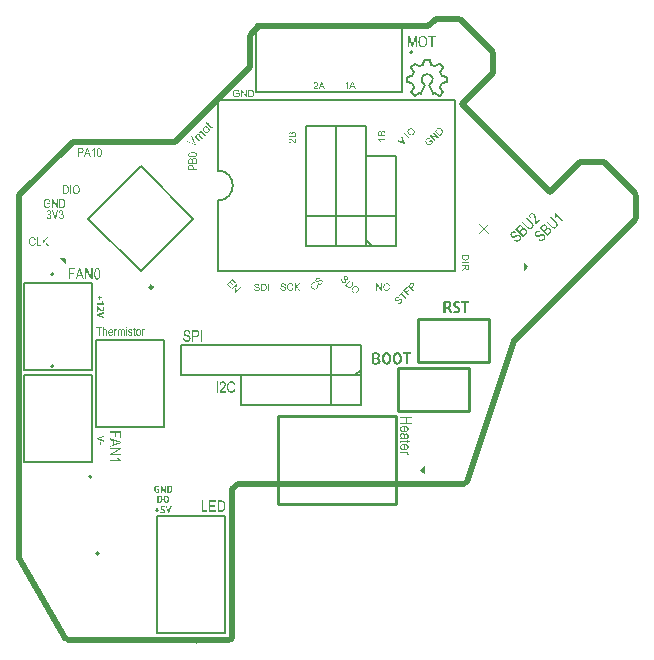
<source format=gbr>
%TF.GenerationSoftware,Altium Limited,Altium Designer,23.11.1 (41)*%
G04 Layer_Color=65535*
%FSLAX26Y26*%
%MOIN*%
%TF.SameCoordinates,A059C263-CE59-4A5C-BE38-7B1504CAFB6E*%
%TF.FilePolarity,Positive*%
%TF.FileFunction,Legend,Top*%
%TF.Part,CustomerPanel*%
G01*
G75*
%TA.AperFunction,NonConductor*%
%ADD87C,0.019685*%
%ADD89C,0.003937*%
%ADD90C,0.009842*%
%ADD91C,0.007874*%
%ADD136C,0.006000*%
%ADD137C,0.006742*%
%ADD138C,0.010000*%
%ADD139C,0.005000*%
G36*
X539245Y1261550D02*
Y1245114D01*
X538978Y1244847D01*
X522547Y1261277D01*
X539245Y1261550D01*
D02*
G37*
G36*
X1722270Y556996D02*
X1733892Y568618D01*
X1734270Y568618D01*
Y545382D01*
X1722270Y556996D01*
D02*
G37*
G36*
X2081323Y1234462D02*
X2069701Y1222840D01*
X2069323Y1222840D01*
Y1246076D01*
X2081323Y1234462D01*
D02*
G37*
G36*
X657015Y1132560D02*
X662321D01*
Y1128787D01*
X657015D01*
Y1123678D01*
X653518D01*
Y1128787D01*
X648212D01*
Y1132560D01*
X653518D01*
Y1137669D01*
X657015D01*
Y1132560D01*
D02*
G37*
G36*
X664797Y1118923D02*
X664836Y1118766D01*
X664875Y1118530D01*
X664954Y1118216D01*
X664993Y1117862D01*
X665111Y1117469D01*
X665308Y1116604D01*
Y1116565D01*
X665386Y1116408D01*
X665425Y1116172D01*
X665543Y1115858D01*
X665661Y1115504D01*
X665779Y1115111D01*
X666093Y1114325D01*
X666133Y1114285D01*
X666172Y1114128D01*
X666290Y1113932D01*
X666408Y1113696D01*
X666565Y1113382D01*
X666722Y1113028D01*
X667155Y1112360D01*
X667194Y1112321D01*
X667273Y1112203D01*
X667390Y1112045D01*
X667548Y1111849D01*
X667901Y1111338D01*
X668373Y1110866D01*
Y1107290D01*
X644596D01*
Y1111849D01*
X663342D01*
Y1111888D01*
X663303Y1111928D01*
X663225Y1112045D01*
X663146Y1112203D01*
X662949Y1112635D01*
X662714Y1113185D01*
Y1113224D01*
X662674Y1113303D01*
X662596Y1113460D01*
X662517Y1113696D01*
X662439Y1113932D01*
X662360Y1114207D01*
X662163Y1114836D01*
Y1114875D01*
X662124Y1114993D01*
X662085Y1115150D01*
X662006Y1115347D01*
X661967Y1115622D01*
X661888Y1115897D01*
X661731Y1116565D01*
Y1116604D01*
X661692Y1116722D01*
X661653Y1116879D01*
X661613Y1117115D01*
X661495Y1117665D01*
X661378Y1118294D01*
X664797Y1118962D01*
Y1118923D01*
D02*
G37*
G36*
X657290Y1091413D02*
X657330Y1091374D01*
X657447Y1091295D01*
X657644Y1091138D01*
X657880Y1090981D01*
X658194Y1090784D01*
X658509Y1090548D01*
X659216Y1090116D01*
X659255Y1090077D01*
X659413Y1090037D01*
X659609Y1089919D01*
X659884Y1089802D01*
X660198Y1089723D01*
X660552Y1089605D01*
X660945Y1089566D01*
X661378Y1089526D01*
X661456D01*
X661653D01*
X661967Y1089605D01*
X662321Y1089684D01*
X662753Y1089802D01*
X663185Y1090037D01*
X663618Y1090312D01*
X664011Y1090706D01*
X664050Y1090745D01*
X664168Y1090941D01*
X664325Y1091177D01*
X664521Y1091570D01*
X664718Y1092042D01*
X664875Y1092631D01*
X664993Y1093299D01*
X665032Y1094085D01*
Y1094557D01*
X664993Y1094871D01*
X664954Y1095225D01*
X664914Y1095657D01*
X664757Y1096640D01*
Y1096679D01*
X664718Y1096876D01*
X664639Y1097111D01*
X664561Y1097465D01*
X664443Y1097819D01*
X664325Y1098251D01*
X664011Y1099116D01*
X667508Y1100413D01*
X667548Y1100334D01*
X667626Y1100138D01*
X667744Y1099862D01*
X667862Y1099430D01*
X668019Y1098958D01*
X668176Y1098408D01*
X668334Y1097819D01*
X668452Y1097190D01*
Y1097111D01*
X668491Y1096876D01*
X668569Y1096561D01*
X668648Y1096090D01*
X668687Y1095579D01*
X668766Y1094989D01*
X668805Y1094360D01*
Y1093260D01*
X668766Y1092985D01*
Y1092592D01*
X668687Y1092199D01*
X668648Y1091727D01*
X668569Y1091216D01*
X668334Y1090155D01*
X667980Y1089055D01*
X667783Y1088544D01*
X667508Y1088033D01*
X667233Y1087522D01*
X666880Y1087090D01*
X666840Y1087051D01*
X666801Y1086972D01*
X666683Y1086893D01*
X666526Y1086736D01*
X666329Y1086579D01*
X666093Y1086382D01*
X665818Y1086147D01*
X665504Y1085950D01*
X664757Y1085518D01*
X663853Y1085164D01*
X663342Y1085007D01*
X662792Y1084889D01*
X662242Y1084850D01*
X661613Y1084811D01*
X661574D01*
X661456D01*
X661260D01*
X661024Y1084850D01*
X660749Y1084889D01*
X660434Y1084928D01*
X659766Y1085086D01*
X659727D01*
X659609Y1085125D01*
X659452Y1085164D01*
X659216Y1085243D01*
X658705Y1085479D01*
X658076Y1085754D01*
X658037D01*
X657958Y1085832D01*
X657801Y1085911D01*
X657605Y1086029D01*
X657133Y1086343D01*
X656583Y1086736D01*
X656544Y1086775D01*
X656465Y1086815D01*
X656347Y1086933D01*
X656151Y1087051D01*
X655758Y1087404D01*
X655286Y1087797D01*
X648291Y1094007D01*
Y1084339D01*
X644596D01*
Y1101592D01*
X657290Y1091413D01*
D02*
G37*
G36*
X668373Y1076833D02*
X652889Y1072824D01*
X652849D01*
X652810Y1072785D01*
X652574Y1072745D01*
X652260Y1072667D01*
X651867Y1072588D01*
X651828D01*
X651788Y1072549D01*
X651553Y1072510D01*
X651238Y1072470D01*
X650884Y1072392D01*
X650845D01*
X650806D01*
X650609Y1072352D01*
X650334Y1072313D01*
X650020Y1072274D01*
X649981D01*
X649823Y1072235D01*
X649627Y1072195D01*
X649470Y1072156D01*
Y1072077D01*
X649509D01*
X649548D01*
X649627Y1072038D01*
X649784Y1071999D01*
X649981D01*
X650216Y1071959D01*
X650491Y1071881D01*
X650806Y1071841D01*
X650845D01*
X650963Y1071802D01*
X651159Y1071763D01*
X651435Y1071724D01*
X651749Y1071645D01*
X652103Y1071566D01*
X652889Y1071370D01*
X668373Y1067361D01*
Y1062331D01*
X644596Y1069641D01*
Y1074553D01*
X668373Y1081863D01*
Y1076833D01*
D02*
G37*
G36*
X1690661Y941382D02*
X1682330D01*
Y908123D01*
X1674589D01*
Y941382D01*
X1666126D01*
Y947811D01*
X1690661D01*
Y941382D01*
D02*
G37*
G36*
X1647890Y948467D02*
X1648874Y948336D01*
X1649923Y948139D01*
X1651038Y947811D01*
X1652219Y947418D01*
X1653334Y946893D01*
X1653400D01*
X1653466Y946827D01*
X1653859Y946630D01*
X1654384Y946237D01*
X1655040Y945778D01*
X1655827Y945122D01*
X1656614Y944400D01*
X1657402Y943547D01*
X1658123Y942563D01*
X1658189Y942432D01*
X1658451Y942104D01*
X1658779Y941514D01*
X1659173Y940726D01*
X1659632Y939742D01*
X1660091Y938693D01*
X1660550Y937446D01*
X1660944Y936069D01*
Y936003D01*
X1661010Y935872D01*
Y935675D01*
X1661075Y935413D01*
X1661206Y935085D01*
X1661272Y934691D01*
X1661469Y933642D01*
X1661600Y932461D01*
X1661797Y931083D01*
X1661862Y929574D01*
X1661928Y928000D01*
Y927934D01*
Y927803D01*
Y927541D01*
Y927278D01*
Y926885D01*
X1661862Y926426D01*
X1661797Y925310D01*
X1661666Y924064D01*
X1661534Y922686D01*
X1661272Y921309D01*
X1660944Y919866D01*
Y919800D01*
X1660878Y919734D01*
Y919472D01*
X1660747Y919210D01*
X1660550Y918554D01*
X1660222Y917635D01*
X1659829Y916651D01*
X1659370Y915536D01*
X1658779Y914421D01*
X1658123Y913371D01*
X1658058Y913240D01*
X1657795Y912912D01*
X1657402Y912387D01*
X1656811Y911797D01*
X1656155Y911075D01*
X1655302Y910354D01*
X1654384Y909698D01*
X1653334Y909042D01*
X1653203Y908976D01*
X1652810Y908779D01*
X1652219Y908517D01*
X1651432Y908254D01*
X1650382Y907992D01*
X1649267Y907730D01*
X1647955Y907533D01*
X1646512Y907467D01*
X1645856D01*
X1645134Y907533D01*
X1644216Y907664D01*
X1643166Y907861D01*
X1641986Y908123D01*
X1640805Y908517D01*
X1639690Y909042D01*
X1639558Y909107D01*
X1639230Y909304D01*
X1638706Y909698D01*
X1637984Y910157D01*
X1637262Y910813D01*
X1636475Y911534D01*
X1635622Y912387D01*
X1634901Y913371D01*
X1634835Y913502D01*
X1634573Y913830D01*
X1634245Y914421D01*
X1633851Y915208D01*
X1633392Y916192D01*
X1632933Y917307D01*
X1632474Y918488D01*
X1632080Y919866D01*
Y919931D01*
X1632014Y920062D01*
Y920259D01*
X1631949Y920522D01*
X1631883Y920850D01*
X1631818Y921309D01*
X1631621Y922293D01*
X1631424Y923474D01*
X1631293Y924851D01*
X1631227Y926360D01*
X1631162Y928000D01*
Y928066D01*
Y928197D01*
Y928394D01*
Y928722D01*
Y929115D01*
X1631227Y929574D01*
X1631293Y930624D01*
X1631358Y931870D01*
X1631555Y933248D01*
X1631752Y934626D01*
X1632080Y936069D01*
Y936134D01*
X1632146Y936266D01*
X1632211Y936462D01*
X1632277Y936725D01*
X1632474Y937381D01*
X1632802Y938299D01*
X1633195Y939283D01*
X1633654Y940398D01*
X1634245Y941514D01*
X1634901Y942563D01*
X1634966Y942694D01*
X1635229Y943022D01*
X1635688Y943547D01*
X1636213Y944138D01*
X1636934Y944859D01*
X1637722Y945581D01*
X1638640Y946237D01*
X1639690Y946893D01*
X1639755D01*
X1639821Y946958D01*
X1640214Y947155D01*
X1640805Y947418D01*
X1641658Y947746D01*
X1642642Y948008D01*
X1643822Y948270D01*
X1645134Y948467D01*
X1646512Y948533D01*
X1647168D01*
X1647890Y948467D01*
D02*
G37*
G36*
X1612072D02*
X1613056Y948336D01*
X1614106Y948139D01*
X1615221Y947811D01*
X1616402Y947418D01*
X1617517Y946893D01*
X1617582D01*
X1617648Y946827D01*
X1618042Y946630D01*
X1618566Y946237D01*
X1619222Y945778D01*
X1620010Y945122D01*
X1620797Y944400D01*
X1621584Y943547D01*
X1622306Y942563D01*
X1622371Y942432D01*
X1622634Y942104D01*
X1622962Y941514D01*
X1623355Y940726D01*
X1623814Y939742D01*
X1624274Y938693D01*
X1624733Y937446D01*
X1625126Y936069D01*
Y936003D01*
X1625192Y935872D01*
Y935675D01*
X1625258Y935413D01*
X1625389Y935085D01*
X1625454Y934691D01*
X1625651Y933642D01*
X1625782Y932461D01*
X1625979Y931083D01*
X1626045Y929574D01*
X1626110Y928000D01*
Y927934D01*
Y927803D01*
Y927541D01*
Y927278D01*
Y926885D01*
X1626045Y926426D01*
X1625979Y925310D01*
X1625848Y924064D01*
X1625717Y922686D01*
X1625454Y921309D01*
X1625126Y919866D01*
Y919800D01*
X1625061Y919734D01*
Y919472D01*
X1624930Y919210D01*
X1624733Y918554D01*
X1624405Y917635D01*
X1624011Y916651D01*
X1623552Y915536D01*
X1622962Y914421D01*
X1622306Y913371D01*
X1622240Y913240D01*
X1621978Y912912D01*
X1621584Y912387D01*
X1620994Y911797D01*
X1620338Y911075D01*
X1619485Y910354D01*
X1618566Y909698D01*
X1617517Y909042D01*
X1617386Y908976D01*
X1616992Y908779D01*
X1616402Y908517D01*
X1615614Y908254D01*
X1614565Y907992D01*
X1613450Y907730D01*
X1612138Y907533D01*
X1610694Y907467D01*
X1610038D01*
X1609317Y907533D01*
X1608398Y907664D01*
X1607349Y907861D01*
X1606168Y908123D01*
X1604987Y908517D01*
X1603872Y909042D01*
X1603741Y909107D01*
X1603413Y909304D01*
X1602888Y909698D01*
X1602166Y910157D01*
X1601445Y910813D01*
X1600658Y911534D01*
X1599805Y912387D01*
X1599083Y913371D01*
X1599018Y913502D01*
X1598755Y913830D01*
X1598427Y914421D01*
X1598034Y915208D01*
X1597574Y916192D01*
X1597115Y917307D01*
X1596656Y918488D01*
X1596262Y919866D01*
Y919931D01*
X1596197Y920062D01*
Y920259D01*
X1596131Y920522D01*
X1596066Y920850D01*
X1596000Y921309D01*
X1595803Y922293D01*
X1595606Y923474D01*
X1595475Y924851D01*
X1595410Y926360D01*
X1595344Y928000D01*
Y928066D01*
Y928197D01*
Y928394D01*
Y928722D01*
Y929115D01*
X1595410Y929574D01*
X1595475Y930624D01*
X1595541Y931870D01*
X1595738Y933248D01*
X1595934Y934626D01*
X1596262Y936069D01*
Y936134D01*
X1596328Y936266D01*
X1596394Y936462D01*
X1596459Y936725D01*
X1596656Y937381D01*
X1596984Y938299D01*
X1597378Y939283D01*
X1597837Y940398D01*
X1598427Y941514D01*
X1599083Y942563D01*
X1599149Y942694D01*
X1599411Y943022D01*
X1599870Y943547D01*
X1600395Y944138D01*
X1601117Y944859D01*
X1601904Y945581D01*
X1602822Y946237D01*
X1603872Y946893D01*
X1603938D01*
X1604003Y946958D01*
X1604397Y947155D01*
X1604987Y947418D01*
X1605840Y947746D01*
X1606824Y948008D01*
X1608005Y948270D01*
X1609317Y948467D01*
X1610694Y948533D01*
X1611350D01*
X1612072Y948467D01*
D02*
G37*
G36*
X1576058D02*
X1576910Y948402D01*
X1577960Y948336D01*
X1579075Y948205D01*
X1580190Y947942D01*
X1581240Y947680D01*
X1581306D01*
X1581371Y947614D01*
X1581699Y947549D01*
X1582224Y947352D01*
X1582880Y947090D01*
X1583602Y946762D01*
X1584389Y946368D01*
X1585110Y945909D01*
X1585832Y945384D01*
X1585898Y945318D01*
X1586160Y945122D01*
X1586488Y944859D01*
X1586882Y944466D01*
X1587341Y943941D01*
X1587800Y943350D01*
X1588194Y942694D01*
X1588587Y941973D01*
X1588653Y941907D01*
X1588718Y941645D01*
X1588850Y941251D01*
X1589046Y940726D01*
X1589243Y940070D01*
X1589374Y939349D01*
X1589440Y938496D01*
X1589506Y937643D01*
Y937578D01*
Y937381D01*
Y937053D01*
X1589440Y936594D01*
X1589374Y936134D01*
X1589309Y935610D01*
X1588981Y934494D01*
Y934429D01*
X1588915Y934232D01*
X1588784Y933970D01*
X1588587Y933642D01*
X1588128Y932789D01*
X1587538Y931870D01*
X1587472Y931805D01*
X1587406Y931674D01*
X1587210Y931477D01*
X1586947Y931214D01*
X1586357Y930558D01*
X1585570Y929902D01*
X1585504D01*
X1585373Y929771D01*
X1585176Y929640D01*
X1584914Y929509D01*
X1584192Y929181D01*
X1583274Y928853D01*
Y928722D01*
X1583339D01*
X1583470Y928656D01*
X1583733Y928590D01*
X1584061Y928459D01*
X1584848Y928066D01*
X1585766Y927541D01*
X1585832Y927475D01*
X1585963Y927410D01*
X1586226Y927213D01*
X1586554Y927016D01*
X1587275Y926360D01*
X1588062Y925507D01*
X1588128Y925442D01*
X1588259Y925310D01*
X1588456Y925048D01*
X1588718Y924720D01*
X1588981Y924326D01*
X1589309Y923802D01*
X1589834Y922686D01*
X1589899Y922621D01*
X1589965Y922424D01*
X1590096Y922030D01*
X1590227Y921571D01*
X1590358Y921046D01*
X1590424Y920390D01*
X1590555Y919669D01*
Y918882D01*
Y918816D01*
Y918619D01*
Y918357D01*
X1590490Y918029D01*
X1590424Y917570D01*
X1590358Y917045D01*
X1590030Y915798D01*
X1589571Y914486D01*
X1589243Y913765D01*
X1588850Y913043D01*
X1588390Y912387D01*
X1587866Y911731D01*
X1587275Y911075D01*
X1586554Y910485D01*
X1586488D01*
X1586357Y910354D01*
X1586160Y910222D01*
X1585832Y910026D01*
X1585373Y909763D01*
X1584914Y909501D01*
X1584323Y909238D01*
X1583602Y908976D01*
X1582814Y908714D01*
X1581962Y908451D01*
X1580978Y908189D01*
X1579928Y907926D01*
X1578813Y907730D01*
X1577566Y907598D01*
X1576254Y907533D01*
X1574811Y907467D01*
X1574221D01*
X1573565Y907533D01*
X1572712D01*
X1571662Y907598D01*
X1570547Y907730D01*
X1569301Y907861D01*
X1568054Y908058D01*
X1567923D01*
X1567530Y908189D01*
X1566939Y908320D01*
X1566152Y908451D01*
X1565299Y908714D01*
X1564446Y908976D01*
X1563528Y909238D01*
X1562741Y909566D01*
Y946368D01*
X1562872Y946434D01*
X1563134Y946499D01*
X1563594Y946696D01*
X1564250Y946893D01*
X1565037Y947155D01*
X1565955Y947418D01*
X1566939Y947614D01*
X1568054Y947877D01*
X1568186D01*
X1568579Y948008D01*
X1569235Y948074D01*
X1570088Y948205D01*
X1571072Y948336D01*
X1572187Y948402D01*
X1573368Y948533D01*
X1575336D01*
X1576058Y948467D01*
D02*
G37*
G36*
X876989Y470923D02*
X877578Y470844D01*
X878207Y470727D01*
X878875Y470530D01*
X879582Y470294D01*
X880250Y469980D01*
X880290D01*
X880329Y469941D01*
X880565Y469823D01*
X880879Y469587D01*
X881272Y469312D01*
X881744Y468919D01*
X882215Y468486D01*
X882687Y467976D01*
X883119Y467386D01*
X883159Y467308D01*
X883316Y467111D01*
X883512Y466757D01*
X883748Y466286D01*
X884023Y465696D01*
X884298Y465067D01*
X884573Y464321D01*
X884809Y463495D01*
Y463456D01*
X884848Y463377D01*
Y463260D01*
X884888Y463102D01*
X884966Y462906D01*
X885006Y462670D01*
X885124Y462041D01*
X885202Y461334D01*
X885320Y460509D01*
X885359Y459605D01*
X885399Y458661D01*
Y458622D01*
Y458544D01*
Y458386D01*
Y458229D01*
Y457993D01*
X885359Y457718D01*
X885320Y457050D01*
X885241Y456303D01*
X885163Y455478D01*
X885006Y454653D01*
X884809Y453788D01*
Y453749D01*
X884770Y453710D01*
Y453553D01*
X884691Y453395D01*
X884573Y453002D01*
X884377Y452452D01*
X884141Y451863D01*
X883866Y451195D01*
X883512Y450526D01*
X883119Y449898D01*
X883080Y449819D01*
X882923Y449623D01*
X882687Y449308D01*
X882333Y448954D01*
X881940Y448522D01*
X881429Y448090D01*
X880879Y447697D01*
X880250Y447304D01*
X880172Y447264D01*
X879936Y447147D01*
X879582Y446989D01*
X879111Y446832D01*
X878482Y446675D01*
X877814Y446518D01*
X877028Y446400D01*
X876163Y446361D01*
X875770D01*
X875338Y446400D01*
X874788Y446478D01*
X874159Y446596D01*
X873452Y446754D01*
X872744Y446989D01*
X872076Y447304D01*
X871997Y447343D01*
X871801Y447461D01*
X871486Y447697D01*
X871054Y447972D01*
X870622Y448365D01*
X870150Y448797D01*
X869639Y449308D01*
X869207Y449898D01*
X869168Y449976D01*
X869011Y450173D01*
X868814Y450526D01*
X868578Y450998D01*
X868303Y451587D01*
X868028Y452256D01*
X867753Y452963D01*
X867517Y453788D01*
Y453828D01*
X867478Y453906D01*
Y454024D01*
X867439Y454181D01*
X867399Y454378D01*
X867360Y454653D01*
X867242Y455242D01*
X867124Y455950D01*
X867046Y456775D01*
X867006Y457679D01*
X866967Y458661D01*
Y458701D01*
Y458779D01*
Y458897D01*
Y459094D01*
Y459330D01*
X867006Y459605D01*
X867046Y460233D01*
X867085Y460980D01*
X867203Y461805D01*
X867321Y462631D01*
X867517Y463495D01*
Y463535D01*
X867557Y463613D01*
X867596Y463731D01*
X867635Y463888D01*
X867753Y464281D01*
X867949Y464832D01*
X868185Y465421D01*
X868460Y466089D01*
X868814Y466757D01*
X869207Y467386D01*
X869246Y467465D01*
X869404Y467661D01*
X869679Y467976D01*
X869993Y468329D01*
X870425Y468762D01*
X870897Y469194D01*
X871447Y469587D01*
X872076Y469980D01*
X872115D01*
X872155Y470019D01*
X872390Y470137D01*
X872744Y470294D01*
X873255Y470491D01*
X873845Y470648D01*
X874552Y470805D01*
X875338Y470923D01*
X876163Y470962D01*
X876556D01*
X876989Y470923D01*
D02*
G37*
G36*
X854234D02*
X854666Y470884D01*
X855138Y470805D01*
X855688Y470687D01*
X856238Y470569D01*
X856867Y470412D01*
X857496Y470216D01*
X858125Y469941D01*
X858793Y469626D01*
X859421Y469272D01*
X860011Y468840D01*
X860600Y468369D01*
X861151Y467818D01*
X861190Y467779D01*
X861269Y467661D01*
X861426Y467504D01*
X861583Y467229D01*
X861779Y466914D01*
X862015Y466522D01*
X862290Y466050D01*
X862565Y465500D01*
X862801Y464871D01*
X863076Y464203D01*
X863312Y463456D01*
X863509Y462631D01*
X863666Y461727D01*
X863823Y460784D01*
X863902Y459762D01*
X863941Y458661D01*
Y458583D01*
Y458386D01*
Y458072D01*
X863902Y457679D01*
X863862Y457168D01*
X863784Y456579D01*
X863705Y455950D01*
X863587Y455242D01*
X863430Y454496D01*
X863273Y453749D01*
X863037Y453002D01*
X862762Y452216D01*
X862447Y451470D01*
X862054Y450762D01*
X861662Y450094D01*
X861151Y449465D01*
X861111Y449426D01*
X861033Y449347D01*
X860875Y449190D01*
X860640Y448994D01*
X860365Y448758D01*
X860011Y448483D01*
X859618Y448208D01*
X859146Y447933D01*
X858635Y447618D01*
X858046Y447343D01*
X857417Y447068D01*
X856710Y446832D01*
X855963Y446636D01*
X855177Y446478D01*
X854312Y446400D01*
X853409Y446361D01*
X853055D01*
X852701Y446400D01*
X852190D01*
X851601Y446439D01*
X850972Y446518D01*
X849675Y446714D01*
X849596D01*
X849400Y446793D01*
X849086Y446872D01*
X848692Y446950D01*
X848221Y447107D01*
X847789Y447264D01*
X847317Y447422D01*
X846885Y447618D01*
Y469666D01*
X846924Y469705D01*
X847081Y469744D01*
X847317Y469862D01*
X847671Y469980D01*
X848064Y470137D01*
X848535Y470294D01*
X849086Y470412D01*
X849714Y470569D01*
X849793D01*
X850029Y470648D01*
X850382Y470687D01*
X850815Y470766D01*
X851365Y470844D01*
X851994Y470884D01*
X852701Y470962D01*
X853880D01*
X854234Y470923D01*
D02*
G37*
G36*
X669589Y665571D02*
X654105Y661563D01*
X654066D01*
X654026Y661524D01*
X653790Y661484D01*
X653476Y661406D01*
X653083Y661327D01*
X653044D01*
X653004Y661288D01*
X652769Y661248D01*
X652454Y661209D01*
X652101Y661130D01*
X652061D01*
X652022D01*
X651825Y661091D01*
X651550Y661052D01*
X651236Y661013D01*
X651197D01*
X651039Y660973D01*
X650843Y660934D01*
X650686Y660895D01*
Y660816D01*
X650725D01*
X650764D01*
X650843Y660777D01*
X651000Y660737D01*
X651197D01*
X651432Y660698D01*
X651707Y660620D01*
X652022Y660580D01*
X652061D01*
X652179Y660541D01*
X652376Y660502D01*
X652651Y660462D01*
X652965Y660384D01*
X653319Y660305D01*
X654105Y660109D01*
X669589Y656100D01*
Y651070D01*
X645812Y658380D01*
Y663292D01*
X669589Y670602D01*
Y665571D01*
D02*
G37*
G36*
X658389Y639398D02*
X654576D01*
Y648830D01*
X658389D01*
Y639398D01*
D02*
G37*
G36*
X886656Y411537D02*
X881744D01*
X874434Y435313D01*
X879464D01*
X883473Y419829D01*
Y419790D01*
X883512Y419750D01*
X883552Y419514D01*
X883630Y419200D01*
X883709Y418807D01*
Y418768D01*
X883748Y418728D01*
X883787Y418493D01*
X883827Y418178D01*
X883905Y417825D01*
Y417785D01*
Y417746D01*
X883945Y417550D01*
X883984Y417274D01*
X884023Y416960D01*
Y416921D01*
X884062Y416764D01*
X884102Y416567D01*
X884141Y416410D01*
X884220D01*
Y416449D01*
Y416488D01*
X884259Y416567D01*
X884298Y416724D01*
Y416921D01*
X884338Y417156D01*
X884416Y417432D01*
X884456Y417746D01*
Y417785D01*
X884495Y417903D01*
X884534Y418100D01*
X884573Y418375D01*
X884652Y418689D01*
X884731Y419043D01*
X884927Y419829D01*
X888936Y435313D01*
X893966D01*
X886656Y411537D01*
D02*
G37*
G36*
X847199Y423955D02*
X852308D01*
Y420458D01*
X847199D01*
Y415152D01*
X843426D01*
Y420458D01*
X838317D01*
Y423955D01*
X843426D01*
Y429261D01*
X847199D01*
Y423955D01*
D02*
G37*
G36*
X871369Y431619D02*
X862487D01*
X861819Y426038D01*
X862919D01*
X863273Y425999D01*
X863666D01*
X864098Y425920D01*
X864609Y425881D01*
X865120Y425803D01*
X866260Y425567D01*
X867439Y425213D01*
X868028Y424977D01*
X868539Y424741D01*
X869050Y424427D01*
X869521Y424073D01*
X869561Y424034D01*
X869639Y423995D01*
X869757Y423877D01*
X869875Y423720D01*
X870072Y423523D01*
X870268Y423287D01*
X870465Y423012D01*
X870701Y422698D01*
X870936Y422305D01*
X871133Y421912D01*
X871329Y421479D01*
X871526Y421008D01*
X871644Y420458D01*
X871762Y419908D01*
X871840Y419318D01*
X871880Y418689D01*
Y418650D01*
Y418611D01*
Y418375D01*
X871840Y418021D01*
X871801Y417589D01*
X871722Y417039D01*
X871565Y416488D01*
X871408Y415938D01*
X871172Y415388D01*
X871133Y415309D01*
X871054Y415152D01*
X870897Y414877D01*
X870661Y414563D01*
X870386Y414209D01*
X870032Y413816D01*
X869639Y413423D01*
X869207Y413030D01*
X869168Y412991D01*
X868971Y412873D01*
X868736Y412716D01*
X868382Y412519D01*
X867910Y412283D01*
X867399Y412048D01*
X866849Y411812D01*
X866220Y411615D01*
X866142D01*
X865906Y411537D01*
X865552Y411458D01*
X865120Y411379D01*
X864570Y411301D01*
X863902Y411222D01*
X863234Y411183D01*
X862487Y411144D01*
X862172D01*
X861819Y411183D01*
X861347D01*
X860797Y411222D01*
X860168Y411301D01*
X859500Y411379D01*
X858832Y411497D01*
X858753D01*
X858518Y411576D01*
X858203Y411654D01*
X857771Y411733D01*
X857260Y411890D01*
X856710Y412048D01*
X855609Y412401D01*
X857024Y415899D01*
X857063D01*
X857221Y415820D01*
X857417Y415742D01*
X857731Y415624D01*
X858085Y415506D01*
X858518Y415388D01*
X858989Y415270D01*
X859500Y415152D01*
X859579D01*
X859775Y415113D01*
X860050Y415074D01*
X860404Y415034D01*
X860875Y414995D01*
X861347Y414956D01*
X862369Y414916D01*
X862723D01*
X863155Y414956D01*
X863666Y415034D01*
X864216Y415152D01*
X864806Y415309D01*
X865395Y415545D01*
X865906Y415860D01*
X865945Y415899D01*
X866102Y416056D01*
X866338Y416253D01*
X866574Y416567D01*
X866810Y416960D01*
X867046Y417432D01*
X867203Y417942D01*
X867242Y418571D01*
Y418611D01*
Y418728D01*
Y418925D01*
X867203Y419122D01*
X867085Y419672D01*
X866849Y420261D01*
Y420300D01*
X866770Y420379D01*
X866692Y420536D01*
X866574Y420693D01*
X866220Y421126D01*
X865985Y421362D01*
X865709Y421558D01*
X865670Y421597D01*
X865552Y421637D01*
X865395Y421755D01*
X865159Y421873D01*
X864884Y422030D01*
X864530Y422148D01*
X864098Y422305D01*
X863666Y422423D01*
X863626D01*
X863430Y422462D01*
X863194Y422541D01*
X862841Y422580D01*
X862369Y422659D01*
X861858Y422698D01*
X861308Y422737D01*
X859932D01*
X859618Y422698D01*
X858989Y422659D01*
X858675D01*
X858439Y422619D01*
X858164Y422580D01*
X857849D01*
X857103Y422462D01*
X858557Y435313D01*
X871369D01*
Y431619D01*
D02*
G37*
G36*
X1847509Y1119453D02*
X1848297Y1119387D01*
X1849149Y1119256D01*
X1850921Y1118928D01*
X1851052D01*
X1851314Y1118862D01*
X1851773Y1118731D01*
X1852298Y1118534D01*
X1852954Y1118338D01*
X1853676Y1118075D01*
X1855119Y1117353D01*
X1852692Y1111121D01*
X1852626Y1111187D01*
X1852429Y1111253D01*
X1852167Y1111384D01*
X1851773Y1111581D01*
X1851380Y1111777D01*
X1850855Y1111974D01*
X1849674Y1112368D01*
X1849609D01*
X1849412Y1112434D01*
X1849084Y1112499D01*
X1848625Y1112630D01*
X1848100Y1112696D01*
X1847509Y1112762D01*
X1846197Y1112827D01*
X1845804D01*
X1845279Y1112762D01*
X1844754Y1112696D01*
X1844098Y1112499D01*
X1843377Y1112302D01*
X1842721Y1111974D01*
X1842130Y1111515D01*
X1842065Y1111449D01*
X1841933Y1111318D01*
X1841671Y1110990D01*
X1841409Y1110662D01*
X1841146Y1110138D01*
X1840884Y1109613D01*
X1840753Y1108891D01*
X1840687Y1108169D01*
Y1108104D01*
Y1107907D01*
X1840753Y1107579D01*
X1840818Y1107186D01*
X1840949Y1106726D01*
X1841146Y1106267D01*
X1841409Y1105808D01*
X1841802Y1105349D01*
X1841868Y1105283D01*
X1841999Y1105152D01*
X1842261Y1104955D01*
X1842589Y1104693D01*
X1843049Y1104365D01*
X1843508Y1103971D01*
X1844689Y1103249D01*
X1844754Y1103184D01*
X1845017Y1103053D01*
X1845345Y1102856D01*
X1845804Y1102659D01*
X1846394Y1102331D01*
X1847050Y1102003D01*
X1848493Y1101282D01*
X1848559Y1101216D01*
X1848821Y1101085D01*
X1849215Y1100888D01*
X1849740Y1100626D01*
X1850330Y1100232D01*
X1850921Y1099838D01*
X1852233Y1098854D01*
X1852298Y1098789D01*
X1852561Y1098592D01*
X1852823Y1098330D01*
X1853282Y1097936D01*
X1853741Y1097411D01*
X1854201Y1096886D01*
X1854660Y1096230D01*
X1855119Y1095509D01*
X1855185Y1095443D01*
X1855316Y1095181D01*
X1855513Y1094722D01*
X1855709Y1094131D01*
X1855906Y1093475D01*
X1856103Y1092622D01*
X1856234Y1091638D01*
X1856300Y1090589D01*
Y1090457D01*
Y1090130D01*
X1856234Y1089605D01*
X1856169Y1088949D01*
X1856103Y1088161D01*
X1855906Y1087309D01*
X1855709Y1086456D01*
X1855381Y1085603D01*
X1855316Y1085537D01*
X1855185Y1085209D01*
X1854988Y1084816D01*
X1854725Y1084291D01*
X1854332Y1083701D01*
X1853873Y1083110D01*
X1853348Y1082454D01*
X1852692Y1081798D01*
X1852626Y1081733D01*
X1852364Y1081536D01*
X1852036Y1081208D01*
X1851511Y1080880D01*
X1850921Y1080486D01*
X1850199Y1080027D01*
X1849346Y1079633D01*
X1848428Y1079305D01*
X1848297Y1079240D01*
X1847969Y1079174D01*
X1847444Y1079043D01*
X1846788Y1078912D01*
X1845935Y1078715D01*
X1844951Y1078584D01*
X1843901Y1078518D01*
X1842721Y1078453D01*
X1841737D01*
X1841015Y1078518D01*
X1840228Y1078584D01*
X1839309Y1078649D01*
X1837341Y1078977D01*
X1837210D01*
X1836882Y1079043D01*
X1836423Y1079174D01*
X1835767Y1079371D01*
X1835045Y1079568D01*
X1834193Y1079830D01*
X1832487Y1080552D01*
X1835045Y1087243D01*
X1835111D01*
X1835308Y1087112D01*
X1835636Y1086981D01*
X1836095Y1086784D01*
X1836620Y1086587D01*
X1837210Y1086390D01*
X1838522Y1085931D01*
X1838588D01*
X1838850Y1085866D01*
X1839244Y1085800D01*
X1839703Y1085669D01*
X1840293Y1085603D01*
X1840949Y1085472D01*
X1842327Y1085406D01*
X1842786D01*
X1843311Y1085472D01*
X1843967Y1085603D01*
X1844623Y1085734D01*
X1845345Y1085931D01*
X1846066Y1086259D01*
X1846722Y1086718D01*
X1846788Y1086784D01*
X1846985Y1086981D01*
X1847247Y1087243D01*
X1847575Y1087637D01*
X1847837Y1088161D01*
X1848100Y1088752D01*
X1848297Y1089408D01*
X1848362Y1090195D01*
Y1090261D01*
Y1090457D01*
X1848297Y1090785D01*
X1848231Y1091179D01*
X1848100Y1091638D01*
X1847837Y1092098D01*
X1847575Y1092557D01*
X1847181Y1093016D01*
X1847116Y1093082D01*
X1846985Y1093213D01*
X1846722Y1093409D01*
X1846394Y1093737D01*
X1846001Y1094065D01*
X1845541Y1094393D01*
X1844951Y1094787D01*
X1844361Y1095115D01*
X1844295Y1095181D01*
X1844033Y1095312D01*
X1843705Y1095509D01*
X1843245Y1095706D01*
X1842721Y1096034D01*
X1842065Y1096361D01*
X1840621Y1097017D01*
X1840556Y1097083D01*
X1840293Y1097214D01*
X1839900Y1097411D01*
X1839441Y1097674D01*
X1838850Y1098002D01*
X1838260Y1098461D01*
X1836948Y1099379D01*
X1836882Y1099445D01*
X1836685Y1099641D01*
X1836357Y1099904D01*
X1835964Y1100297D01*
X1835505Y1100822D01*
X1835045Y1101347D01*
X1834521Y1102003D01*
X1834061Y1102725D01*
X1833996Y1102790D01*
X1833865Y1103118D01*
X1833733Y1103512D01*
X1833537Y1104102D01*
X1833274Y1104824D01*
X1833143Y1105677D01*
X1833012Y1106661D01*
X1832946Y1107710D01*
Y1107841D01*
Y1108169D01*
X1833012Y1108694D01*
X1833077Y1109350D01*
X1833143Y1110072D01*
X1833340Y1110925D01*
X1833537Y1111712D01*
X1833865Y1112565D01*
X1833930Y1112630D01*
X1834061Y1112958D01*
X1834258Y1113352D01*
X1834521Y1113811D01*
X1834914Y1114401D01*
X1835308Y1115057D01*
X1835833Y1115648D01*
X1836423Y1116238D01*
X1836489Y1116304D01*
X1836751Y1116501D01*
X1837079Y1116763D01*
X1837604Y1117157D01*
X1838194Y1117550D01*
X1838850Y1117944D01*
X1839637Y1118338D01*
X1840490Y1118666D01*
X1840621Y1118731D01*
X1840949Y1118797D01*
X1841409Y1118928D01*
X1842065Y1119125D01*
X1842852Y1119256D01*
X1843770Y1119387D01*
X1844820Y1119453D01*
X1845869Y1119518D01*
X1846853D01*
X1847509Y1119453D01*
D02*
G37*
G36*
X1884836Y1112368D02*
X1876505D01*
Y1079109D01*
X1868764D01*
Y1112368D01*
X1860301D01*
Y1118797D01*
X1884836D01*
Y1112368D01*
D02*
G37*
G36*
X1813266Y1119453D02*
X1813857D01*
X1814578Y1119322D01*
X1815365Y1119256D01*
X1816218Y1119125D01*
X1818055Y1118731D01*
X1819892Y1118141D01*
X1820810Y1117813D01*
X1821663Y1117353D01*
X1822516Y1116894D01*
X1823237Y1116304D01*
X1823303Y1116238D01*
X1823434Y1116173D01*
X1823565Y1115976D01*
X1823828Y1115714D01*
X1824090Y1115386D01*
X1824418Y1114992D01*
X1824812Y1114533D01*
X1825140Y1114008D01*
X1825861Y1112762D01*
X1826452Y1111253D01*
X1826714Y1110400D01*
X1826911Y1109482D01*
X1826977Y1108563D01*
X1827042Y1107514D01*
Y1107448D01*
Y1107120D01*
Y1106726D01*
X1826977Y1106201D01*
X1826911Y1105611D01*
X1826780Y1105021D01*
X1826386Y1103709D01*
Y1103643D01*
X1826255Y1103446D01*
X1826124Y1103118D01*
X1825927Y1102725D01*
X1825402Y1101806D01*
X1824681Y1100822D01*
X1824615Y1100757D01*
X1824484Y1100626D01*
X1824287Y1100429D01*
X1823959Y1100166D01*
X1823631Y1099838D01*
X1823172Y1099510D01*
X1822188Y1098854D01*
X1822122D01*
X1821925Y1098723D01*
X1821663Y1098592D01*
X1821335Y1098395D01*
X1820876Y1098198D01*
X1820417Y1098002D01*
X1819301Y1097608D01*
Y1097542D01*
X1819367Y1097477D01*
X1819564Y1097345D01*
X1819826Y1097149D01*
X1820220Y1096886D01*
X1820613Y1096558D01*
X1821073Y1096165D01*
X1821925Y1095115D01*
X1821991Y1095050D01*
X1822122Y1094853D01*
X1822319Y1094525D01*
X1822581Y1094131D01*
X1822909Y1093606D01*
X1823237Y1093016D01*
X1823893Y1091704D01*
X1829207Y1079109D01*
X1821007D01*
X1816021Y1091245D01*
Y1091310D01*
X1815890Y1091573D01*
X1815693Y1091901D01*
X1815497Y1092294D01*
X1814841Y1093213D01*
X1814447Y1093737D01*
X1813988Y1094131D01*
X1813922Y1094197D01*
X1813791Y1094328D01*
X1813463Y1094459D01*
X1813135Y1094722D01*
X1812610Y1094918D01*
X1812085Y1095050D01*
X1811364Y1095181D01*
X1810642Y1095246D01*
X1807756D01*
Y1079109D01*
X1800146D01*
Y1117353D01*
X1800277Y1117419D01*
X1800540Y1117550D01*
X1801065Y1117747D01*
X1801721Y1117944D01*
X1802508Y1118206D01*
X1803426Y1118469D01*
X1804476Y1118731D01*
X1805591Y1118928D01*
X1805722D01*
X1806116Y1118994D01*
X1806772Y1119125D01*
X1807559Y1119256D01*
X1808543Y1119322D01*
X1809658Y1119453D01*
X1810773Y1119518D01*
X1812741D01*
X1813266Y1119453D01*
D02*
G37*
G36*
X848083Y504388D02*
X848594Y504348D01*
X849184Y504270D01*
X850363Y504034D01*
X850441D01*
X850638Y503955D01*
X850913Y503877D01*
X851306Y503798D01*
X851699Y503641D01*
X852131Y503523D01*
X852524Y503327D01*
X852917Y503130D01*
X851463Y499514D01*
X851424D01*
X851345Y499593D01*
X851188Y499672D01*
X850992Y499750D01*
X850716Y499868D01*
X850402Y499947D01*
X850048Y500065D01*
X849655Y500183D01*
X849616D01*
X849459Y500222D01*
X849223Y500261D01*
X848948Y500340D01*
X848555Y500379D01*
X848123Y500418D01*
X847651Y500458D01*
X846904D01*
X846629Y500418D01*
X846276Y500379D01*
X845883Y500340D01*
X845411Y500261D01*
X844939Y500104D01*
X844468Y499947D01*
X844428Y499907D01*
X844271Y499868D01*
X844035Y499750D01*
X843760Y499593D01*
X843407Y499357D01*
X843053Y499121D01*
X842699Y498768D01*
X842346Y498414D01*
X842306Y498375D01*
X842188Y498217D01*
X842031Y498021D01*
X841835Y497707D01*
X841599Y497314D01*
X841363Y496881D01*
X841127Y496370D01*
X840891Y495820D01*
X840852Y495742D01*
X840813Y495545D01*
X840734Y495231D01*
X840656Y494798D01*
X840538Y494248D01*
X840459Y493619D01*
X840420Y492912D01*
X840381Y492126D01*
Y492087D01*
Y492047D01*
Y491930D01*
Y491772D01*
X840420Y491379D01*
X840459Y490868D01*
X840499Y490279D01*
X840577Y489689D01*
X840695Y489061D01*
X840852Y488432D01*
X840891Y488353D01*
X840931Y488157D01*
X841049Y487882D01*
X841206Y487528D01*
X841363Y487096D01*
X841599Y486663D01*
X841874Y486231D01*
X842149Y485799D01*
X842188Y485759D01*
X842306Y485642D01*
X842463Y485445D01*
X842699Y485209D01*
X842974Y484934D01*
X843289Y484698D01*
X843643Y484423D01*
X844035Y484227D01*
X844075Y484187D01*
X844232Y484148D01*
X844428Y484070D01*
X844704Y483991D01*
X845057Y483873D01*
X845411Y483794D01*
X845804Y483755D01*
X846236Y483716D01*
X846747D01*
X847258Y483755D01*
X847769Y483794D01*
X847808D01*
X847887Y483834D01*
X848162Y483873D01*
X848476Y483952D01*
X848751Y484070D01*
Y490711D01*
X845136D01*
Y494248D01*
X853114D01*
Y481083D01*
X853074Y481043D01*
X852957Y481004D01*
X852721Y480886D01*
X852446Y480768D01*
X852053Y480650D01*
X851581Y480493D01*
X851070Y480375D01*
X850441Y480218D01*
X850363D01*
X850127Y480139D01*
X849773Y480100D01*
X849302Y480022D01*
X848751Y479943D01*
X848083Y479904D01*
X847337Y479825D01*
X846118D01*
X845922Y479864D01*
X845647D01*
X845057Y479943D01*
X844389Y480022D01*
X843603Y480179D01*
X842856Y480375D01*
X842071Y480650D01*
X842031D01*
X841992Y480690D01*
X841874Y480729D01*
X841756Y480808D01*
X841363Y481004D01*
X840891Y481279D01*
X840341Y481633D01*
X839791Y482065D01*
X839202Y482576D01*
X838651Y483126D01*
X838573Y483205D01*
X838416Y483401D01*
X838180Y483755D01*
X837865Y484227D01*
X837512Y484777D01*
X837158Y485445D01*
X836804Y486192D01*
X836490Y487017D01*
Y487056D01*
X836451Y487135D01*
X836411Y487253D01*
X836372Y487410D01*
X836333Y487646D01*
X836254Y487882D01*
X836136Y488510D01*
X835979Y489257D01*
X835861Y490122D01*
X835783Y491104D01*
X835743Y492126D01*
Y492165D01*
Y492244D01*
Y492401D01*
Y492598D01*
X835783Y492833D01*
Y493148D01*
X835861Y493816D01*
X835940Y494602D01*
X836058Y495427D01*
X836254Y496331D01*
X836529Y497196D01*
Y497235D01*
X836568Y497314D01*
X836608Y497432D01*
X836686Y497589D01*
X836883Y498021D01*
X837119Y498532D01*
X837433Y499161D01*
X837826Y499789D01*
X838298Y500458D01*
X838809Y501086D01*
X838887Y501165D01*
X839084Y501361D01*
X839398Y501637D01*
X839830Y501990D01*
X840341Y502383D01*
X840931Y502816D01*
X841599Y503209D01*
X842346Y503562D01*
X842385D01*
X842424Y503602D01*
X842542Y503641D01*
X842699Y503680D01*
X843132Y503837D01*
X843721Y503995D01*
X844389Y504152D01*
X845175Y504309D01*
X846040Y504388D01*
X846944Y504427D01*
X847612D01*
X848083Y504388D01*
D02*
G37*
G36*
X875082Y480218D02*
X871270D01*
X862742Y494327D01*
X862703Y494366D01*
X862664Y494484D01*
X862546Y494680D01*
X862389Y494916D01*
X862114Y495466D01*
X861799Y496056D01*
Y496095D01*
X861760Y496174D01*
X861681Y496331D01*
X861603Y496488D01*
X861445Y496842D01*
X861367Y496999D01*
X861327Y497117D01*
X861249D01*
Y497078D01*
Y497038D01*
Y496921D01*
X861288Y496803D01*
Y496410D01*
Y495899D01*
Y495860D01*
Y495781D01*
Y495584D01*
X861327Y495388D01*
Y495113D01*
Y494798D01*
Y494405D01*
Y494012D01*
Y480218D01*
X857398D01*
Y503995D01*
X861367D01*
X869698Y490279D01*
X869738Y490240D01*
X869777Y490122D01*
X869856Y489964D01*
X869973Y489768D01*
X870249Y489218D01*
X870524Y488668D01*
Y488628D01*
X870602Y488550D01*
X870642Y488392D01*
X870760Y488235D01*
X870956Y487842D01*
X871113Y487449D01*
X871153D01*
Y487528D01*
Y487724D01*
Y487882D01*
Y488078D01*
X871113Y488353D01*
Y488628D01*
Y488668D01*
Y488786D01*
Y488982D01*
Y489218D01*
Y489493D01*
Y489847D01*
Y490240D01*
Y490672D01*
Y503995D01*
X875082D01*
Y480218D01*
D02*
G37*
G36*
X886833Y504388D02*
X887265Y504348D01*
X887737Y504270D01*
X888287Y504152D01*
X888837Y504034D01*
X889466Y503877D01*
X890095Y503680D01*
X890724Y503405D01*
X891392Y503091D01*
X892021Y502737D01*
X892610Y502305D01*
X893200Y501833D01*
X893750Y501283D01*
X893789Y501244D01*
X893868Y501126D01*
X894025Y500969D01*
X894182Y500693D01*
X894379Y500379D01*
X894615Y499986D01*
X894890Y499514D01*
X895165Y498964D01*
X895401Y498335D01*
X895676Y497667D01*
X895912Y496921D01*
X896108Y496095D01*
X896265Y495191D01*
X896422Y494248D01*
X896501Y493226D01*
X896540Y492126D01*
Y492047D01*
Y491851D01*
Y491536D01*
X896501Y491144D01*
X896462Y490633D01*
X896383Y490043D01*
X896304Y489414D01*
X896187Y488707D01*
X896029Y487960D01*
X895872Y487214D01*
X895636Y486467D01*
X895361Y485681D01*
X895047Y484934D01*
X894654Y484227D01*
X894261Y483559D01*
X893750Y482930D01*
X893711Y482890D01*
X893632Y482812D01*
X893475Y482655D01*
X893239Y482458D01*
X892964Y482222D01*
X892610Y481947D01*
X892217Y481672D01*
X891746Y481397D01*
X891235Y481083D01*
X890645Y480808D01*
X890016Y480533D01*
X889309Y480297D01*
X888562Y480100D01*
X887776Y479943D01*
X886912Y479864D01*
X886008Y479825D01*
X885654D01*
X885301Y479864D01*
X884790D01*
X884200Y479904D01*
X883571Y479982D01*
X882274Y480179D01*
X882196D01*
X881999Y480257D01*
X881685Y480336D01*
X881292Y480415D01*
X880820Y480572D01*
X880388Y480729D01*
X879916Y480886D01*
X879484Y481083D01*
Y503130D01*
X879523Y503169D01*
X879681Y503209D01*
X879916Y503327D01*
X880270Y503444D01*
X880663Y503602D01*
X881135Y503759D01*
X881685Y503877D01*
X882314Y504034D01*
X882392D01*
X882628Y504113D01*
X882982Y504152D01*
X883414Y504230D01*
X883964Y504309D01*
X884593Y504348D01*
X885301Y504427D01*
X886480D01*
X886833Y504388D01*
D02*
G37*
G36*
X1611700Y1178211D02*
X1612010Y1178180D01*
X1612382Y1178149D01*
X1612785Y1178087D01*
X1613219Y1178025D01*
X1614149Y1177808D01*
X1614645Y1177653D01*
X1615172Y1177467D01*
X1615668Y1177250D01*
X1616164Y1177033D01*
X1616660Y1176723D01*
X1617125Y1176413D01*
X1617156Y1176382D01*
X1617218Y1176320D01*
X1617373Y1176227D01*
X1617528Y1176072D01*
X1617714Y1175886D01*
X1617962Y1175669D01*
X1618210Y1175390D01*
X1618489Y1175080D01*
X1618768Y1174739D01*
X1619047Y1174367D01*
X1619326Y1173933D01*
X1619605Y1173499D01*
X1619884Y1173003D01*
X1620132Y1172476D01*
X1620380Y1171887D01*
X1620566Y1171298D01*
X1617466Y1170554D01*
Y1170585D01*
X1617435Y1170678D01*
X1617373Y1170802D01*
X1617311Y1170988D01*
X1617218Y1171205D01*
X1617125Y1171453D01*
X1616846Y1172011D01*
X1616505Y1172631D01*
X1616102Y1173251D01*
X1615606Y1173840D01*
X1615327Y1174088D01*
X1615048Y1174336D01*
X1615017D01*
X1614986Y1174398D01*
X1614893Y1174460D01*
X1614769Y1174522D01*
X1614614Y1174615D01*
X1614428Y1174708D01*
X1613963Y1174956D01*
X1613374Y1175173D01*
X1612692Y1175359D01*
X1611917Y1175483D01*
X1611049Y1175545D01*
X1610770D01*
X1610584Y1175514D01*
X1610367D01*
X1610088Y1175483D01*
X1609778Y1175421D01*
X1609437Y1175390D01*
X1608724Y1175235D01*
X1607949Y1174987D01*
X1607174Y1174646D01*
X1606802Y1174460D01*
X1606430Y1174212D01*
X1606399D01*
X1606337Y1174150D01*
X1606244Y1174088D01*
X1606120Y1173964D01*
X1605810Y1173685D01*
X1605438Y1173282D01*
X1605004Y1172786D01*
X1604570Y1172166D01*
X1604167Y1171484D01*
X1603857Y1170678D01*
Y1170647D01*
X1603826Y1170585D01*
X1603795Y1170461D01*
X1603733Y1170306D01*
X1603671Y1170089D01*
X1603609Y1169841D01*
X1603547Y1169562D01*
X1603485Y1169283D01*
X1603361Y1168570D01*
X1603237Y1167795D01*
X1603144Y1166958D01*
X1603113Y1166090D01*
Y1166059D01*
Y1165966D01*
Y1165811D01*
Y1165594D01*
X1603144Y1165315D01*
X1603175Y1165005D01*
Y1164664D01*
X1603237Y1164292D01*
X1603330Y1163455D01*
X1603485Y1162587D01*
X1603702Y1161657D01*
X1603981Y1160789D01*
Y1160758D01*
X1604012Y1160696D01*
X1604074Y1160572D01*
X1604167Y1160417D01*
X1604260Y1160231D01*
X1604353Y1160014D01*
X1604663Y1159518D01*
X1605066Y1158960D01*
X1605531Y1158402D01*
X1606089Y1157875D01*
X1606740Y1157410D01*
X1606771D01*
X1606833Y1157348D01*
X1606926Y1157317D01*
X1607081Y1157224D01*
X1607236Y1157162D01*
X1607453Y1157069D01*
X1607949Y1156852D01*
X1608569Y1156635D01*
X1609251Y1156480D01*
X1609995Y1156356D01*
X1610801Y1156294D01*
X1611049D01*
X1611235Y1156325D01*
X1611483Y1156356D01*
X1611731Y1156387D01*
X1612041Y1156418D01*
X1612351Y1156480D01*
X1613064Y1156666D01*
X1613808Y1156945D01*
X1614211Y1157100D01*
X1614583Y1157317D01*
X1614955Y1157534D01*
X1615296Y1157813D01*
X1615327Y1157844D01*
X1615389Y1157875D01*
X1615482Y1157968D01*
X1615606Y1158092D01*
X1615730Y1158247D01*
X1615916Y1158464D01*
X1616102Y1158681D01*
X1616288Y1158960D01*
X1616505Y1159239D01*
X1616722Y1159580D01*
X1616908Y1159952D01*
X1617125Y1160355D01*
X1617311Y1160820D01*
X1617497Y1161285D01*
X1617652Y1161781D01*
X1617807Y1162339D01*
X1620969Y1161533D01*
Y1161502D01*
X1620907Y1161378D01*
X1620845Y1161161D01*
X1620783Y1160882D01*
X1620659Y1160572D01*
X1620504Y1160200D01*
X1620349Y1159797D01*
X1620132Y1159332D01*
X1619915Y1158867D01*
X1619636Y1158371D01*
X1619357Y1157906D01*
X1619016Y1157410D01*
X1618675Y1156914D01*
X1618272Y1156449D01*
X1617838Y1156015D01*
X1617373Y1155612D01*
X1617342Y1155581D01*
X1617249Y1155519D01*
X1617125Y1155426D01*
X1616908Y1155302D01*
X1616660Y1155147D01*
X1616350Y1154961D01*
X1616009Y1154806D01*
X1615637Y1154620D01*
X1615172Y1154403D01*
X1614707Y1154248D01*
X1614180Y1154062D01*
X1613622Y1153907D01*
X1613033Y1153783D01*
X1612413Y1153690D01*
X1611762Y1153628D01*
X1611080Y1153597D01*
X1610708D01*
X1610429Y1153628D01*
X1610119Y1153659D01*
X1609716Y1153690D01*
X1609313Y1153721D01*
X1608848Y1153783D01*
X1607856Y1153969D01*
X1606802Y1154248D01*
X1606275Y1154434D01*
X1605748Y1154651D01*
X1605252Y1154868D01*
X1604787Y1155147D01*
X1604756Y1155178D01*
X1604694Y1155209D01*
X1604570Y1155302D01*
X1604384Y1155457D01*
X1604198Y1155612D01*
X1603950Y1155798D01*
X1603702Y1156046D01*
X1603423Y1156325D01*
X1603113Y1156604D01*
X1602834Y1156945D01*
X1602524Y1157317D01*
X1602214Y1157751D01*
X1601904Y1158185D01*
X1601625Y1158650D01*
X1601346Y1159177D01*
X1601098Y1159704D01*
Y1159735D01*
X1601036Y1159828D01*
X1600974Y1160014D01*
X1600912Y1160231D01*
X1600819Y1160510D01*
X1600695Y1160820D01*
X1600602Y1161192D01*
X1600478Y1161626D01*
X1600354Y1162091D01*
X1600261Y1162587D01*
X1600137Y1163114D01*
X1600044Y1163641D01*
X1599920Y1164850D01*
X1599858Y1166090D01*
Y1166121D01*
Y1166245D01*
Y1166462D01*
X1599889Y1166710D01*
Y1167051D01*
X1599920Y1167423D01*
X1599982Y1167826D01*
X1600044Y1168291D01*
X1600106Y1168787D01*
X1600199Y1169314D01*
X1600447Y1170399D01*
X1600788Y1171484D01*
X1601005Y1172042D01*
X1601253Y1172569D01*
X1601284Y1172600D01*
X1601315Y1172693D01*
X1601408Y1172848D01*
X1601532Y1173034D01*
X1601656Y1173251D01*
X1601842Y1173530D01*
X1602059Y1173809D01*
X1602307Y1174150D01*
X1602865Y1174832D01*
X1603578Y1175514D01*
X1604384Y1176196D01*
X1604849Y1176506D01*
X1605314Y1176785D01*
X1605345Y1176816D01*
X1605438Y1176847D01*
X1605593Y1176909D01*
X1605779Y1177002D01*
X1606027Y1177126D01*
X1606306Y1177250D01*
X1606647Y1177374D01*
X1607019Y1177529D01*
X1607453Y1177653D01*
X1607887Y1177777D01*
X1608879Y1178025D01*
X1609964Y1178180D01*
X1610522Y1178242D01*
X1611452D01*
X1611700Y1178211D01*
D02*
G37*
G36*
X1595487Y1154000D02*
X1592232D01*
X1579739Y1172693D01*
Y1154000D01*
X1576701D01*
Y1177839D01*
X1579925D01*
X1592449Y1159115D01*
Y1177839D01*
X1595487D01*
Y1154000D01*
D02*
G37*
G36*
X1785647Y1696539D02*
X1785976Y1696517D01*
X1786721Y1696429D01*
X1787554Y1696254D01*
X1788431Y1696034D01*
X1789330Y1695662D01*
X1789352Y1695640D01*
X1789439Y1695596D01*
X1789571Y1695552D01*
X1789746Y1695465D01*
X1789965Y1695333D01*
X1790228Y1695201D01*
X1790513Y1695048D01*
X1790842Y1694851D01*
X1791171Y1694610D01*
X1791544Y1694369D01*
X1791938Y1694105D01*
X1792333Y1693799D01*
X1793188Y1693119D01*
X1794021Y1692330D01*
X1794043Y1692308D01*
X1794108Y1692242D01*
X1794196Y1692155D01*
X1794349Y1692001D01*
X1794481Y1691826D01*
X1794678Y1691629D01*
X1794876Y1691387D01*
X1795095Y1691124D01*
X1795577Y1690554D01*
X1796059Y1689897D01*
X1796541Y1689195D01*
X1796958Y1688472D01*
X1796980Y1688450D01*
X1797002Y1688384D01*
X1797068Y1688275D01*
X1797111Y1688143D01*
X1797199Y1687968D01*
X1797309Y1687771D01*
X1797506Y1687310D01*
X1797747Y1686762D01*
X1797966Y1686148D01*
X1798142Y1685491D01*
X1798273Y1684877D01*
X1798295Y1684811D01*
Y1684592D01*
X1798339Y1684285D01*
X1798361Y1683869D01*
X1798383Y1683408D01*
Y1682882D01*
X1798317Y1682334D01*
X1798251Y1681786D01*
X1798229Y1681720D01*
X1798185Y1681545D01*
X1798120Y1681260D01*
X1797988Y1680909D01*
X1797835Y1680493D01*
X1797637Y1679989D01*
X1797374Y1679463D01*
X1797068Y1678937D01*
X1797046Y1678915D01*
Y1678871D01*
X1796980Y1678805D01*
X1796914Y1678696D01*
X1796826Y1678564D01*
X1796717Y1678410D01*
X1796432Y1678038D01*
X1796103Y1677578D01*
X1795687Y1677073D01*
X1795182Y1676525D01*
X1794656Y1675956D01*
X1788584Y1669883D01*
X1771728Y1686740D01*
X1778019Y1693031D01*
X1778238Y1693207D01*
X1778654Y1693623D01*
X1779180Y1694062D01*
X1779728Y1694522D01*
X1780276Y1694938D01*
X1780781Y1695267D01*
X1780803Y1695289D01*
X1780868Y1695311D01*
X1780978Y1695377D01*
X1781088Y1695443D01*
X1781263Y1695530D01*
X1781460Y1695640D01*
X1781899Y1695859D01*
X1782469Y1696078D01*
X1783082Y1696297D01*
X1783762Y1696451D01*
X1784463Y1696539D01*
X1784507D01*
X1784573Y1696561D01*
X1785362D01*
X1785647Y1696539D01*
D02*
G37*
G36*
X1784836Y1666135D02*
X1782534Y1663833D01*
X1760483Y1668218D01*
X1773700Y1655000D01*
X1771552Y1652851D01*
X1754696Y1669708D01*
X1756975Y1671988D01*
X1779071Y1667604D01*
X1765831Y1680844D01*
X1767979Y1682992D01*
X1784836Y1666135D01*
D02*
G37*
G36*
X1751846Y1662913D02*
X1751868Y1662891D01*
X1751934Y1662913D01*
X1752043Y1662891D01*
X1752175Y1662847D01*
X1752350D01*
X1752547Y1662781D01*
X1753073Y1662650D01*
X1753687Y1662475D01*
X1754345Y1662211D01*
X1755112Y1661883D01*
X1755901Y1661444D01*
X1754432Y1658880D01*
X1754411Y1658901D01*
X1754345Y1658923D01*
X1754257Y1658967D01*
X1754148Y1659033D01*
X1753841Y1659165D01*
X1753424Y1659362D01*
X1752986Y1659537D01*
X1752482Y1659734D01*
X1751956Y1659866D01*
X1751473Y1659954D01*
X1751408Y1659976D01*
X1750618D01*
X1750224Y1659932D01*
X1749742Y1659844D01*
X1749216Y1659713D01*
X1748668Y1659515D01*
X1748646Y1659493D01*
X1748602D01*
X1748426Y1659406D01*
X1748120Y1659274D01*
X1747747Y1659077D01*
X1747352Y1658814D01*
X1746870Y1658507D01*
X1746388Y1658112D01*
X1745906Y1657674D01*
X1745642Y1657411D01*
X1745533Y1657257D01*
X1745379Y1657104D01*
X1745072Y1656709D01*
X1744700Y1656249D01*
X1744327Y1655701D01*
X1744020Y1655131D01*
X1743735Y1654539D01*
X1743714Y1654517D01*
Y1654474D01*
X1743648Y1654276D01*
X1743516Y1653969D01*
X1743428Y1653575D01*
X1743319Y1653114D01*
X1743209Y1652610D01*
X1743166Y1652040D01*
Y1651514D01*
X1743187Y1651449D01*
Y1651273D01*
X1743209Y1650988D01*
X1743253Y1650638D01*
X1743341Y1650243D01*
X1743450Y1649783D01*
X1743604Y1649278D01*
X1743779Y1648796D01*
X1743801Y1648774D01*
X1743823Y1648708D01*
X1743867Y1648577D01*
X1743955Y1648446D01*
X1744042Y1648226D01*
X1744174Y1648007D01*
X1744305Y1647744D01*
X1744481Y1647481D01*
X1744853Y1646845D01*
X1745336Y1646188D01*
X1745884Y1645464D01*
X1746541Y1644763D01*
X1746563Y1644741D01*
X1746651Y1644653D01*
X1746760Y1644544D01*
X1746936Y1644412D01*
X1747133Y1644215D01*
X1747374Y1644018D01*
X1747659Y1643776D01*
X1747944Y1643535D01*
X1748646Y1643053D01*
X1749413Y1642549D01*
X1750224Y1642089D01*
X1751079Y1641760D01*
X1751101Y1641738D01*
X1751188D01*
X1751320Y1641694D01*
X1751473Y1641672D01*
X1751670Y1641606D01*
X1751934Y1641562D01*
X1752504Y1641475D01*
X1753161Y1641431D01*
X1753950D01*
X1754739Y1641519D01*
X1755572Y1641738D01*
X1755594Y1641760D01*
X1755660Y1641782D01*
X1755792Y1641826D01*
X1755945Y1641891D01*
X1756142Y1641957D01*
X1756361Y1642089D01*
X1756603Y1642198D01*
X1756888Y1642352D01*
X1757501Y1642659D01*
X1758137Y1643075D01*
X1758817Y1643579D01*
X1759452Y1644171D01*
X1759693Y1644412D01*
X1759803Y1644566D01*
X1759956Y1644719D01*
X1760285Y1645136D01*
X1760658Y1645640D01*
X1761009Y1646210D01*
X1761381Y1646845D01*
X1761732Y1647547D01*
X1761754Y1647569D01*
X1761776Y1647634D01*
X1761798Y1647744D01*
X1761863Y1647854D01*
X1762017Y1648226D01*
X1762170Y1648687D01*
X1762324Y1649191D01*
X1762477Y1649739D01*
X1762587Y1650287D01*
X1762653Y1650835D01*
X1759496Y1653991D01*
X1754542Y1649037D01*
X1752547Y1651032D01*
X1759693Y1658178D01*
X1765963Y1651909D01*
Y1651865D01*
Y1651777D01*
X1765941Y1651624D01*
X1765897Y1651405D01*
X1765853Y1651142D01*
X1765787Y1650857D01*
X1765722Y1650528D01*
X1765656Y1650155D01*
X1765458Y1649300D01*
X1765195Y1648424D01*
X1764910Y1647481D01*
X1764516Y1646560D01*
X1764494Y1646538D01*
X1764450Y1646451D01*
X1764406Y1646319D01*
X1764319Y1646144D01*
X1764209Y1645947D01*
X1764055Y1645705D01*
X1763902Y1645420D01*
X1763749Y1645136D01*
X1763310Y1644478D01*
X1762806Y1643755D01*
X1762236Y1643009D01*
X1761579Y1642308D01*
X1761337Y1642067D01*
X1761140Y1641913D01*
X1760921Y1641694D01*
X1760614Y1641475D01*
X1760307Y1641212D01*
X1759956Y1640949D01*
X1759540Y1640664D01*
X1759123Y1640379D01*
X1758181Y1639787D01*
X1757151Y1639283D01*
X1756581Y1639064D01*
X1756011Y1638844D01*
X1755967D01*
X1755879Y1638801D01*
X1755704Y1638757D01*
X1755485Y1638713D01*
X1755200Y1638647D01*
X1754871Y1638581D01*
X1754498Y1638559D01*
X1754082Y1638494D01*
X1753643Y1638450D01*
X1753161D01*
X1752657Y1638428D01*
X1752131Y1638472D01*
X1751583Y1638494D01*
X1751013Y1638581D01*
X1750465Y1638691D01*
X1749895Y1638866D01*
X1749873Y1638888D01*
X1749764Y1638910D01*
X1749610Y1638976D01*
X1749391Y1639064D01*
X1749106Y1639173D01*
X1748799Y1639305D01*
X1748448Y1639480D01*
X1748076Y1639677D01*
X1747637Y1639897D01*
X1747199Y1640160D01*
X1746760Y1640423D01*
X1746278Y1640729D01*
X1745314Y1641475D01*
X1744853Y1641891D01*
X1744371Y1642330D01*
X1744349Y1642352D01*
X1744262Y1642439D01*
X1744130Y1642571D01*
X1743976Y1642768D01*
X1743757Y1642987D01*
X1743516Y1643272D01*
X1743275Y1643601D01*
X1742990Y1643974D01*
X1742705Y1644346D01*
X1742398Y1644785D01*
X1741806Y1645727D01*
X1741258Y1646802D01*
X1740995Y1647371D01*
X1740776Y1647941D01*
Y1647985D01*
X1740732Y1648073D01*
X1740688Y1648248D01*
X1740623Y1648489D01*
X1740557Y1648774D01*
X1740491Y1649103D01*
X1740425Y1649476D01*
X1740360Y1649892D01*
X1740294Y1650353D01*
X1740250Y1650835D01*
X1740228Y1651339D01*
Y1651865D01*
X1740338Y1652939D01*
X1740425Y1653509D01*
X1740579Y1654057D01*
Y1654101D01*
X1740623Y1654189D01*
X1740688Y1654342D01*
X1740754Y1654583D01*
X1740864Y1654824D01*
X1740995Y1655131D01*
X1741149Y1655504D01*
X1741346Y1655877D01*
X1741543Y1656293D01*
X1741806Y1656731D01*
X1742069Y1657170D01*
X1742376Y1657652D01*
X1743122Y1658617D01*
X1743538Y1659077D01*
X1743976Y1659559D01*
X1744283Y1659866D01*
X1744481Y1660019D01*
X1744656Y1660195D01*
X1744897Y1660392D01*
X1745138Y1660589D01*
X1745752Y1661028D01*
X1746410Y1661466D01*
X1747133Y1661883D01*
X1747900Y1662255D01*
X1747922Y1662277D01*
X1747988Y1662299D01*
X1748098Y1662321D01*
X1748251Y1662387D01*
X1748448Y1662453D01*
X1748646Y1662518D01*
X1749150Y1662672D01*
X1749764Y1662803D01*
X1750443Y1662913D01*
X1751145Y1662957D01*
X1751846Y1662913D01*
D02*
G37*
G36*
X1692008Y1695330D02*
X1692512Y1695308D01*
X1693039Y1695220D01*
X1693586Y1695111D01*
X1694705Y1694826D01*
X1694748D01*
X1694836Y1694782D01*
X1694989Y1694716D01*
X1695209Y1694629D01*
X1695472Y1694497D01*
X1695778Y1694366D01*
X1696129Y1694190D01*
X1696524Y1694015D01*
X1696918Y1693795D01*
X1697357Y1693533D01*
X1697817Y1693247D01*
X1698277Y1692919D01*
X1699242Y1692173D01*
X1699746Y1691757D01*
X1700207Y1691297D01*
X1700228Y1691275D01*
X1700316Y1691187D01*
X1700448Y1691055D01*
X1700623Y1690836D01*
X1700842Y1690617D01*
X1701083Y1690332D01*
X1701324Y1690003D01*
X1701609Y1689631D01*
X1701894Y1689214D01*
X1702201Y1688776D01*
X1702793Y1687833D01*
X1703319Y1686781D01*
X1703538Y1686211D01*
X1703757Y1685641D01*
Y1685597D01*
X1703801Y1685510D01*
X1703845Y1685334D01*
X1703889Y1685115D01*
X1703955Y1684830D01*
X1704043Y1684523D01*
X1704086Y1684172D01*
X1704152Y1683756D01*
X1704196Y1683318D01*
X1704218Y1682857D01*
Y1681849D01*
X1704130Y1680753D01*
X1704021Y1680205D01*
X1703867Y1679657D01*
X1703845Y1679635D01*
X1703823Y1679525D01*
X1703757Y1679372D01*
X1703692Y1679175D01*
X1703604Y1678912D01*
X1703495Y1678627D01*
X1703341Y1678298D01*
X1703166Y1677947D01*
X1702968Y1677531D01*
X1702749Y1677136D01*
X1702223Y1676259D01*
X1701587Y1675404D01*
X1701215Y1674988D01*
X1700820Y1674550D01*
X1700579Y1674308D01*
X1700404Y1674177D01*
X1700163Y1673980D01*
X1699900Y1673760D01*
X1699615Y1673519D01*
X1699242Y1673278D01*
X1698453Y1672752D01*
X1697532Y1672226D01*
X1697028Y1671985D01*
X1696524Y1671787D01*
X1695976Y1671590D01*
X1695428Y1671437D01*
X1695384D01*
X1695296Y1671393D01*
X1695143Y1671371D01*
X1694902Y1671349D01*
X1694639Y1671305D01*
X1694332Y1671261D01*
X1693959Y1671239D01*
X1693565Y1671196D01*
X1692644D01*
X1692140Y1671218D01*
X1691658Y1671261D01*
X1690562Y1671437D01*
X1689466Y1671744D01*
X1689444Y1671766D01*
X1689334Y1671787D01*
X1689180Y1671853D01*
X1688961Y1671941D01*
X1688720Y1672051D01*
X1688413Y1672182D01*
X1688063Y1672358D01*
X1687712Y1672533D01*
X1687317Y1672752D01*
X1686901Y1672993D01*
X1686046Y1673541D01*
X1685147Y1674221D01*
X1684731Y1674593D01*
X1684292Y1674988D01*
X1684270Y1675010D01*
X1684248Y1675032D01*
X1684183Y1675098D01*
X1684117Y1675163D01*
X1683920Y1675404D01*
X1683635Y1675733D01*
X1683306Y1676106D01*
X1682955Y1676544D01*
X1682582Y1677092D01*
X1682188Y1677662D01*
X1681772Y1678298D01*
X1681399Y1678977D01*
X1681026Y1679701D01*
X1680697Y1680468D01*
X1680434Y1681257D01*
X1680193Y1682068D01*
X1680040Y1682923D01*
X1679974Y1683778D01*
Y1683822D01*
Y1683997D01*
X1679996Y1684238D01*
X1680018Y1684567D01*
X1680062Y1684962D01*
X1680105Y1685444D01*
X1680237Y1685970D01*
X1680347Y1686562D01*
X1680522Y1687176D01*
X1680741Y1687833D01*
X1681026Y1688513D01*
X1681377Y1689214D01*
X1681772Y1689916D01*
X1682254Y1690617D01*
X1682780Y1691319D01*
X1683416Y1691998D01*
X1683635Y1692217D01*
X1683832Y1692371D01*
X1684051Y1692546D01*
X1684314Y1692765D01*
X1684599Y1693006D01*
X1684950Y1693269D01*
X1685717Y1693774D01*
X1686616Y1694278D01*
X1687120Y1694519D01*
X1687624Y1694716D01*
X1688172Y1694914D01*
X1688720Y1695067D01*
X1688764D01*
X1688852Y1695111D01*
X1689005Y1695133D01*
X1689224Y1695177D01*
X1689509Y1695198D01*
X1689838Y1695264D01*
X1690189Y1695308D01*
X1690605Y1695330D01*
X1691022Y1695352D01*
X1691504D01*
X1692008Y1695330D01*
D02*
G37*
G36*
X1689246Y1663545D02*
X1687010Y1661310D01*
X1670154Y1678166D01*
X1672390Y1680402D01*
X1689246Y1663545D01*
D02*
G37*
G36*
X1671535Y1645834D02*
X1669211Y1643510D01*
X1645822Y1653835D01*
X1648255Y1656268D01*
X1664893Y1648399D01*
X1664915Y1648377D01*
X1664980Y1648355D01*
X1665090Y1648289D01*
X1665222Y1648245D01*
X1665397Y1648157D01*
X1665594Y1648048D01*
X1666098Y1647807D01*
X1666647Y1647522D01*
X1667260Y1647215D01*
X1667918Y1646864D01*
X1668532Y1646513D01*
X1668510Y1646535D01*
X1668488Y1646601D01*
X1668444Y1646689D01*
X1668356Y1646820D01*
X1668269Y1646996D01*
X1668181Y1647171D01*
X1667940Y1647631D01*
X1667655Y1648179D01*
X1667326Y1648815D01*
X1666997Y1649495D01*
X1666690Y1650196D01*
X1658996Y1667009D01*
X1661254Y1669267D01*
X1671535Y1645834D01*
D02*
G37*
G36*
X1600408Y1686278D02*
X1600842Y1686216D01*
X1601307Y1686123D01*
X1601834Y1685999D01*
X1602361Y1685844D01*
X1602919Y1685596D01*
X1602981Y1685565D01*
X1603167Y1685472D01*
X1603415Y1685317D01*
X1603725Y1685100D01*
X1604097Y1684852D01*
X1604469Y1684542D01*
X1604810Y1684201D01*
X1605151Y1683829D01*
X1605182Y1683798D01*
X1605275Y1683643D01*
X1605430Y1683426D01*
X1605585Y1683116D01*
X1605771Y1682744D01*
X1605988Y1682310D01*
X1606174Y1681783D01*
X1606329Y1681225D01*
Y1681163D01*
X1606360Y1681070D01*
X1606391Y1680946D01*
X1606422Y1680791D01*
X1606453Y1680605D01*
X1606515Y1680171D01*
X1606577Y1679613D01*
X1606639Y1678962D01*
X1606670Y1678218D01*
X1606701Y1677381D01*
Y1668329D01*
X1582862D01*
Y1677722D01*
X1582893Y1677939D01*
Y1678218D01*
X1582955Y1678838D01*
X1583048Y1679520D01*
X1583172Y1680264D01*
X1583358Y1680977D01*
X1583606Y1681628D01*
Y1681659D01*
X1583637Y1681690D01*
X1583668Y1681783D01*
X1583730Y1681907D01*
X1583916Y1682186D01*
X1584164Y1682558D01*
X1584474Y1682992D01*
X1584846Y1683395D01*
X1585311Y1683829D01*
X1585838Y1684201D01*
X1585869D01*
X1585900Y1684232D01*
X1586086Y1684356D01*
X1586396Y1684511D01*
X1586799Y1684697D01*
X1587264Y1684852D01*
X1587791Y1685007D01*
X1588349Y1685131D01*
X1588969Y1685162D01*
X1589000D01*
X1589031D01*
X1589124D01*
X1589217D01*
X1589527Y1685131D01*
X1589899Y1685069D01*
X1590364Y1684945D01*
X1590860Y1684821D01*
X1591356Y1684604D01*
X1591883Y1684325D01*
X1591945Y1684294D01*
X1592100Y1684170D01*
X1592348Y1683984D01*
X1592658Y1683705D01*
X1592999Y1683333D01*
X1593340Y1682899D01*
X1593712Y1682403D01*
X1594022Y1681814D01*
Y1681845D01*
X1594053Y1681907D01*
X1594084Y1682031D01*
X1594146Y1682186D01*
X1594208Y1682341D01*
X1594301Y1682558D01*
X1594549Y1683054D01*
X1594859Y1683581D01*
X1595231Y1684139D01*
X1595696Y1684666D01*
X1596223Y1685131D01*
X1596254D01*
X1596285Y1685193D01*
X1596378Y1685255D01*
X1596502Y1685317D01*
X1596812Y1685503D01*
X1597246Y1685720D01*
X1597773Y1685937D01*
X1598393Y1686123D01*
X1599075Y1686247D01*
X1599819Y1686309D01*
X1599850D01*
X1599881D01*
X1599974D01*
X1600098D01*
X1600408Y1686278D01*
D02*
G37*
G36*
X1606701Y1656859D02*
X1588070D01*
X1588101Y1656797D01*
X1588225Y1656673D01*
X1588442Y1656425D01*
X1588690Y1656115D01*
X1589000Y1655712D01*
X1589341Y1655216D01*
X1589713Y1654689D01*
X1590085Y1654069D01*
Y1654038D01*
X1590116Y1654007D01*
X1590178Y1653914D01*
X1590240Y1653790D01*
X1590426Y1653449D01*
X1590643Y1653046D01*
X1590891Y1652581D01*
X1591139Y1652054D01*
X1591387Y1651527D01*
X1591604Y1651000D01*
X1588752D01*
Y1651031D01*
X1588690Y1651124D01*
X1588628Y1651248D01*
X1588535Y1651403D01*
X1588442Y1651620D01*
X1588287Y1651868D01*
X1587977Y1652457D01*
X1587574Y1653108D01*
X1587078Y1653852D01*
X1586551Y1654565D01*
X1585962Y1655278D01*
X1585931Y1655309D01*
X1585900Y1655371D01*
X1585807Y1655464D01*
X1585683Y1655588D01*
X1585373Y1655898D01*
X1584939Y1656301D01*
X1584474Y1656704D01*
X1583916Y1657138D01*
X1583358Y1657541D01*
X1582769Y1657882D01*
Y1659773D01*
X1606701D01*
Y1656859D01*
D02*
G37*
G36*
X1508968Y1825458D02*
X1505403D01*
X1502644Y1832681D01*
X1492662D01*
X1490058Y1825458D01*
X1486741D01*
X1495824Y1849297D01*
X1499265D01*
X1508968Y1825458D01*
D02*
G37*
G36*
X1480665D02*
X1477751D01*
Y1844089D01*
X1477689Y1844058D01*
X1477565Y1843934D01*
X1477317Y1843717D01*
X1477007Y1843469D01*
X1476604Y1843159D01*
X1476108Y1842818D01*
X1475581Y1842446D01*
X1474961Y1842074D01*
X1474930D01*
X1474899Y1842043D01*
X1474806Y1841981D01*
X1474682Y1841919D01*
X1474341Y1841733D01*
X1473938Y1841516D01*
X1473473Y1841268D01*
X1472946Y1841020D01*
X1472419Y1840772D01*
X1471892Y1840555D01*
Y1843407D01*
X1471923D01*
X1472016Y1843469D01*
X1472140Y1843531D01*
X1472295Y1843624D01*
X1472512Y1843717D01*
X1472760Y1843872D01*
X1473349Y1844182D01*
X1474000Y1844585D01*
X1474744Y1845081D01*
X1475457Y1845608D01*
X1476170Y1846197D01*
X1476201Y1846228D01*
X1476263Y1846259D01*
X1476356Y1846352D01*
X1476480Y1846476D01*
X1476790Y1846786D01*
X1477193Y1847220D01*
X1477596Y1847685D01*
X1478030Y1848243D01*
X1478433Y1848801D01*
X1478774Y1849390D01*
X1480665D01*
Y1825458D01*
D02*
G37*
G36*
X1406665D02*
X1403100D01*
X1400341Y1832681D01*
X1390359D01*
X1387755Y1825458D01*
X1384438D01*
X1393521Y1849297D01*
X1396962D01*
X1406665Y1825458D01*
D02*
G37*
G36*
X1375758Y1849359D02*
X1376068Y1849328D01*
X1376409Y1849297D01*
X1376781Y1849235D01*
X1377184Y1849142D01*
X1378052Y1848925D01*
X1378486Y1848770D01*
X1378951Y1848584D01*
X1379416Y1848367D01*
X1379850Y1848088D01*
X1380253Y1847809D01*
X1380656Y1847468D01*
X1380687Y1847437D01*
X1380749Y1847375D01*
X1380842Y1847282D01*
X1380966Y1847127D01*
X1381121Y1846941D01*
X1381307Y1846724D01*
X1381462Y1846476D01*
X1381679Y1846166D01*
X1381865Y1845856D01*
X1382020Y1845484D01*
X1382361Y1844678D01*
X1382485Y1844244D01*
X1382578Y1843779D01*
X1382640Y1843283D01*
X1382671Y1842756D01*
Y1842694D01*
Y1842508D01*
X1382640Y1842229D01*
X1382609Y1841857D01*
X1382516Y1841454D01*
X1382423Y1840958D01*
X1382268Y1840462D01*
X1382082Y1839935D01*
X1382051Y1839873D01*
X1381958Y1839687D01*
X1381834Y1839408D01*
X1381617Y1839067D01*
X1381338Y1838633D01*
X1380997Y1838137D01*
X1380594Y1837579D01*
X1380129Y1837021D01*
Y1836990D01*
X1380067Y1836959D01*
X1379974Y1836866D01*
X1379881Y1836742D01*
X1379726Y1836587D01*
X1379540Y1836401D01*
X1379323Y1836184D01*
X1379044Y1835936D01*
X1378765Y1835657D01*
X1378424Y1835347D01*
X1378052Y1834975D01*
X1377649Y1834603D01*
X1377184Y1834200D01*
X1376719Y1833797D01*
X1376161Y1833332D01*
X1375603Y1832836D01*
X1375572Y1832805D01*
X1375479Y1832743D01*
X1375355Y1832619D01*
X1375169Y1832495D01*
X1374983Y1832309D01*
X1374735Y1832092D01*
X1374208Y1831627D01*
X1373619Y1831131D01*
X1373061Y1830635D01*
X1372813Y1830418D01*
X1372596Y1830201D01*
X1372379Y1829984D01*
X1372224Y1829829D01*
X1372193Y1829798D01*
X1372100Y1829705D01*
X1371976Y1829550D01*
X1371790Y1829333D01*
X1371604Y1829116D01*
X1371387Y1828837D01*
X1370984Y1828279D01*
X1382702D01*
Y1825458D01*
X1366923D01*
Y1825520D01*
Y1825644D01*
Y1825830D01*
X1366954Y1826109D01*
X1366985Y1826419D01*
X1367047Y1826760D01*
X1367140Y1827101D01*
X1367264Y1827473D01*
Y1827504D01*
X1367295Y1827535D01*
X1367326Y1827628D01*
X1367388Y1827752D01*
X1367512Y1828062D01*
X1367729Y1828465D01*
X1368008Y1828961D01*
X1368318Y1829488D01*
X1368721Y1830046D01*
X1369186Y1830635D01*
X1369217Y1830666D01*
X1369248Y1830697D01*
X1369341Y1830790D01*
X1369434Y1830914D01*
X1369744Y1831255D01*
X1370178Y1831689D01*
X1370705Y1832216D01*
X1371356Y1832836D01*
X1372131Y1833518D01*
X1373030Y1834262D01*
X1373061Y1834293D01*
X1373185Y1834417D01*
X1373402Y1834572D01*
X1373650Y1834789D01*
X1373960Y1835068D01*
X1374332Y1835378D01*
X1374735Y1835719D01*
X1375138Y1836091D01*
X1376006Y1836897D01*
X1376874Y1837734D01*
X1377277Y1838168D01*
X1377649Y1838571D01*
X1377990Y1838943D01*
X1378269Y1839315D01*
X1378300Y1839346D01*
X1378331Y1839408D01*
X1378393Y1839501D01*
X1378486Y1839625D01*
X1378579Y1839811D01*
X1378703Y1839997D01*
X1378982Y1840462D01*
X1379230Y1840989D01*
X1379447Y1841578D01*
X1379602Y1842229D01*
X1379664Y1842539D01*
Y1842849D01*
Y1842880D01*
Y1842942D01*
Y1843004D01*
X1379633Y1843128D01*
X1379602Y1843469D01*
X1379509Y1843872D01*
X1379354Y1844337D01*
X1379137Y1844802D01*
X1378827Y1845298D01*
X1378393Y1845763D01*
X1378331Y1845825D01*
X1378176Y1845949D01*
X1377897Y1846135D01*
X1377525Y1846383D01*
X1377060Y1846600D01*
X1376502Y1846786D01*
X1375851Y1846910D01*
X1375138Y1846972D01*
X1374921D01*
X1374797Y1846941D01*
X1374611D01*
X1374394Y1846910D01*
X1373929Y1846817D01*
X1373402Y1846662D01*
X1372813Y1846445D01*
X1372255Y1846135D01*
X1371759Y1845701D01*
X1371697Y1845639D01*
X1371573Y1845484D01*
X1371356Y1845174D01*
X1371139Y1844802D01*
X1370891Y1844275D01*
X1370674Y1843686D01*
X1370550Y1843004D01*
X1370488Y1842198D01*
X1367481Y1842508D01*
Y1842539D01*
X1367512Y1842663D01*
Y1842818D01*
X1367543Y1843066D01*
X1367605Y1843345D01*
X1367667Y1843655D01*
X1367760Y1844027D01*
X1367884Y1844399D01*
X1368163Y1845236D01*
X1368349Y1845670D01*
X1368566Y1846073D01*
X1368814Y1846507D01*
X1369093Y1846910D01*
X1369403Y1847282D01*
X1369775Y1847623D01*
X1369806Y1847654D01*
X1369868Y1847685D01*
X1369992Y1847778D01*
X1370147Y1847902D01*
X1370364Y1848026D01*
X1370612Y1848181D01*
X1370891Y1848336D01*
X1371232Y1848522D01*
X1371604Y1848677D01*
X1372007Y1848832D01*
X1372441Y1848987D01*
X1372937Y1849111D01*
X1373433Y1849235D01*
X1373991Y1849328D01*
X1374580Y1849359D01*
X1375200Y1849390D01*
X1375541D01*
X1375758Y1849359D01*
D02*
G37*
G36*
X1301408Y1682975D02*
X1301842Y1682913D01*
X1302307Y1682820D01*
X1302834Y1682696D01*
X1303361Y1682541D01*
X1303919Y1682293D01*
X1303981Y1682262D01*
X1304167Y1682169D01*
X1304415Y1682014D01*
X1304725Y1681797D01*
X1305097Y1681549D01*
X1305469Y1681239D01*
X1305810Y1680898D01*
X1306151Y1680526D01*
X1306182Y1680495D01*
X1306275Y1680340D01*
X1306430Y1680123D01*
X1306585Y1679813D01*
X1306771Y1679441D01*
X1306988Y1679007D01*
X1307174Y1678480D01*
X1307329Y1677922D01*
Y1677860D01*
X1307360Y1677767D01*
X1307391Y1677643D01*
X1307422Y1677488D01*
X1307453Y1677302D01*
X1307515Y1676868D01*
X1307577Y1676310D01*
X1307639Y1675659D01*
X1307670Y1674915D01*
X1307701Y1674078D01*
Y1665026D01*
X1283862D01*
Y1674419D01*
X1283893Y1674636D01*
Y1674915D01*
X1283955Y1675535D01*
X1284048Y1676217D01*
X1284172Y1676961D01*
X1284358Y1677674D01*
X1284606Y1678325D01*
Y1678356D01*
X1284637Y1678387D01*
X1284668Y1678480D01*
X1284730Y1678604D01*
X1284916Y1678883D01*
X1285164Y1679255D01*
X1285474Y1679689D01*
X1285846Y1680092D01*
X1286311Y1680526D01*
X1286838Y1680898D01*
X1286869D01*
X1286900Y1680929D01*
X1287086Y1681053D01*
X1287396Y1681208D01*
X1287799Y1681394D01*
X1288264Y1681549D01*
X1288791Y1681704D01*
X1289349Y1681828D01*
X1289969Y1681859D01*
X1290000D01*
X1290031D01*
X1290124D01*
X1290217D01*
X1290527Y1681828D01*
X1290899Y1681766D01*
X1291364Y1681642D01*
X1291860Y1681518D01*
X1292356Y1681301D01*
X1292883Y1681022D01*
X1292945Y1680991D01*
X1293100Y1680867D01*
X1293348Y1680681D01*
X1293658Y1680402D01*
X1293999Y1680030D01*
X1294340Y1679596D01*
X1294712Y1679100D01*
X1295022Y1678511D01*
Y1678542D01*
X1295053Y1678604D01*
X1295084Y1678728D01*
X1295146Y1678883D01*
X1295208Y1679038D01*
X1295301Y1679255D01*
X1295549Y1679751D01*
X1295859Y1680278D01*
X1296231Y1680836D01*
X1296696Y1681363D01*
X1297223Y1681828D01*
X1297254D01*
X1297285Y1681890D01*
X1297378Y1681952D01*
X1297502Y1682014D01*
X1297812Y1682200D01*
X1298246Y1682417D01*
X1298773Y1682634D01*
X1299393Y1682820D01*
X1300075Y1682944D01*
X1300819Y1683006D01*
X1300850D01*
X1300881D01*
X1300974D01*
X1301098D01*
X1301408Y1682975D01*
D02*
G37*
G36*
X1307701Y1645031D02*
X1307639D01*
X1307515D01*
X1307329D01*
X1307050Y1645062D01*
X1306740Y1645093D01*
X1306399Y1645155D01*
X1306058Y1645248D01*
X1305686Y1645372D01*
X1305655D01*
X1305624Y1645403D01*
X1305531Y1645434D01*
X1305407Y1645496D01*
X1305097Y1645620D01*
X1304694Y1645837D01*
X1304198Y1646116D01*
X1303671Y1646426D01*
X1303113Y1646829D01*
X1302524Y1647294D01*
X1302493Y1647325D01*
X1302462Y1647356D01*
X1302369Y1647449D01*
X1302245Y1647542D01*
X1301904Y1647852D01*
X1301470Y1648286D01*
X1300943Y1648813D01*
X1300323Y1649464D01*
X1299641Y1650239D01*
X1298897Y1651138D01*
X1298866Y1651169D01*
X1298742Y1651293D01*
X1298587Y1651510D01*
X1298370Y1651758D01*
X1298091Y1652068D01*
X1297781Y1652440D01*
X1297440Y1652843D01*
X1297068Y1653246D01*
X1296262Y1654114D01*
X1295425Y1654982D01*
X1294991Y1655385D01*
X1294588Y1655757D01*
X1294216Y1656098D01*
X1293844Y1656377D01*
X1293813Y1656408D01*
X1293751Y1656439D01*
X1293658Y1656501D01*
X1293534Y1656594D01*
X1293348Y1656687D01*
X1293162Y1656811D01*
X1292697Y1657090D01*
X1292170Y1657338D01*
X1291581Y1657555D01*
X1290930Y1657710D01*
X1290620Y1657772D01*
X1290310D01*
X1290279D01*
X1290217D01*
X1290155D01*
X1290031Y1657741D01*
X1289690Y1657710D01*
X1289287Y1657617D01*
X1288822Y1657462D01*
X1288357Y1657245D01*
X1287861Y1656935D01*
X1287396Y1656501D01*
X1287334Y1656439D01*
X1287210Y1656284D01*
X1287024Y1656005D01*
X1286776Y1655633D01*
X1286559Y1655168D01*
X1286373Y1654610D01*
X1286249Y1653959D01*
X1286187Y1653246D01*
Y1653029D01*
X1286218Y1652905D01*
Y1652719D01*
X1286249Y1652502D01*
X1286342Y1652037D01*
X1286497Y1651510D01*
X1286714Y1650921D01*
X1287024Y1650363D01*
X1287458Y1649867D01*
X1287520Y1649805D01*
X1287675Y1649681D01*
X1287985Y1649464D01*
X1288357Y1649247D01*
X1288884Y1648999D01*
X1289473Y1648782D01*
X1290155Y1648658D01*
X1290961Y1648596D01*
X1290651Y1645589D01*
X1290620D01*
X1290496Y1645620D01*
X1290341D01*
X1290093Y1645651D01*
X1289814Y1645713D01*
X1289504Y1645775D01*
X1289132Y1645868D01*
X1288760Y1645992D01*
X1287923Y1646271D01*
X1287489Y1646457D01*
X1287086Y1646674D01*
X1286652Y1646922D01*
X1286249Y1647201D01*
X1285877Y1647511D01*
X1285536Y1647883D01*
X1285505Y1647914D01*
X1285474Y1647976D01*
X1285381Y1648100D01*
X1285257Y1648255D01*
X1285133Y1648472D01*
X1284978Y1648720D01*
X1284823Y1648999D01*
X1284637Y1649340D01*
X1284482Y1649712D01*
X1284327Y1650115D01*
X1284172Y1650549D01*
X1284048Y1651045D01*
X1283924Y1651541D01*
X1283831Y1652099D01*
X1283800Y1652688D01*
X1283769Y1653308D01*
Y1653649D01*
X1283800Y1653866D01*
X1283831Y1654176D01*
X1283862Y1654517D01*
X1283924Y1654889D01*
X1284017Y1655292D01*
X1284234Y1656160D01*
X1284389Y1656594D01*
X1284575Y1657059D01*
X1284792Y1657524D01*
X1285071Y1657958D01*
X1285350Y1658361D01*
X1285691Y1658764D01*
X1285722Y1658795D01*
X1285784Y1658857D01*
X1285877Y1658950D01*
X1286032Y1659074D01*
X1286218Y1659229D01*
X1286435Y1659415D01*
X1286683Y1659570D01*
X1286993Y1659787D01*
X1287303Y1659973D01*
X1287675Y1660128D01*
X1288481Y1660469D01*
X1288915Y1660593D01*
X1289380Y1660686D01*
X1289876Y1660748D01*
X1290403Y1660779D01*
X1290465D01*
X1290651D01*
X1290930Y1660748D01*
X1291302Y1660717D01*
X1291705Y1660624D01*
X1292201Y1660531D01*
X1292697Y1660376D01*
X1293224Y1660190D01*
X1293286Y1660159D01*
X1293472Y1660066D01*
X1293751Y1659942D01*
X1294092Y1659725D01*
X1294526Y1659446D01*
X1295022Y1659105D01*
X1295580Y1658702D01*
X1296138Y1658237D01*
X1296169D01*
X1296200Y1658175D01*
X1296293Y1658082D01*
X1296417Y1657989D01*
X1296572Y1657834D01*
X1296758Y1657648D01*
X1296975Y1657431D01*
X1297223Y1657152D01*
X1297502Y1656873D01*
X1297812Y1656532D01*
X1298184Y1656160D01*
X1298556Y1655757D01*
X1298959Y1655292D01*
X1299362Y1654827D01*
X1299827Y1654269D01*
X1300323Y1653711D01*
X1300354Y1653680D01*
X1300416Y1653587D01*
X1300540Y1653463D01*
X1300664Y1653277D01*
X1300850Y1653091D01*
X1301067Y1652843D01*
X1301532Y1652316D01*
X1302028Y1651727D01*
X1302524Y1651169D01*
X1302741Y1650921D01*
X1302958Y1650704D01*
X1303175Y1650487D01*
X1303330Y1650332D01*
X1303361Y1650301D01*
X1303454Y1650208D01*
X1303609Y1650084D01*
X1303826Y1649898D01*
X1304043Y1649712D01*
X1304322Y1649495D01*
X1304880Y1649092D01*
Y1660810D01*
X1307701D01*
Y1645031D01*
D02*
G37*
G36*
X1111011Y1823424D02*
X1111259D01*
X1111569Y1823393D01*
X1111879Y1823362D01*
X1112623Y1823238D01*
X1113398Y1823083D01*
X1114204Y1822866D01*
X1115010Y1822587D01*
X1115041D01*
X1115103Y1822556D01*
X1115196Y1822494D01*
X1115351Y1822432D01*
X1115537Y1822339D01*
X1115723Y1822246D01*
X1116188Y1821998D01*
X1116715Y1821657D01*
X1117273Y1821254D01*
X1117800Y1820789D01*
X1118265Y1820262D01*
Y1820231D01*
X1118327Y1820200D01*
X1118389Y1820107D01*
X1118451Y1819983D01*
X1118575Y1819859D01*
X1118668Y1819673D01*
X1118947Y1819208D01*
X1119257Y1818650D01*
X1119536Y1817999D01*
X1119846Y1817224D01*
X1120094Y1816356D01*
X1117242Y1815581D01*
Y1815612D01*
X1117211Y1815674D01*
X1117180Y1815767D01*
X1117149Y1815891D01*
X1117025Y1816201D01*
X1116870Y1816635D01*
X1116684Y1817069D01*
X1116467Y1817565D01*
X1116188Y1818030D01*
X1115909Y1818433D01*
X1115878Y1818495D01*
X1115754Y1818619D01*
X1115568Y1818805D01*
X1115320Y1819053D01*
X1115010Y1819301D01*
X1114607Y1819580D01*
X1114142Y1819859D01*
X1113615Y1820107D01*
X1113584D01*
X1113553Y1820138D01*
X1113367Y1820200D01*
X1113057Y1820324D01*
X1112654Y1820448D01*
X1112189Y1820541D01*
X1111631Y1820665D01*
X1111011Y1820727D01*
X1110360Y1820758D01*
X1109988D01*
X1109802Y1820727D01*
X1109585D01*
X1109089Y1820665D01*
X1108500Y1820603D01*
X1107849Y1820479D01*
X1107229Y1820293D01*
X1106609Y1820076D01*
X1106578D01*
X1106547Y1820045D01*
X1106361Y1819952D01*
X1106051Y1819828D01*
X1105710Y1819611D01*
X1105307Y1819363D01*
X1104873Y1819084D01*
X1104439Y1818712D01*
X1104067Y1818340D01*
X1104036Y1818278D01*
X1103912Y1818154D01*
X1103726Y1817937D01*
X1103509Y1817658D01*
X1103292Y1817317D01*
X1103044Y1816914D01*
X1102796Y1816449D01*
X1102579Y1815984D01*
Y1815953D01*
X1102548Y1815891D01*
X1102486Y1815767D01*
X1102455Y1815612D01*
X1102362Y1815395D01*
X1102300Y1815147D01*
X1102207Y1814868D01*
X1102145Y1814558D01*
X1101959Y1813845D01*
X1101835Y1813039D01*
X1101711Y1812140D01*
X1101680Y1811179D01*
Y1811148D01*
Y1811024D01*
Y1810869D01*
X1101711Y1810652D01*
Y1810373D01*
X1101742Y1810063D01*
X1101773Y1809691D01*
X1101804Y1809319D01*
X1101959Y1808482D01*
X1102145Y1807583D01*
X1102393Y1806684D01*
X1102765Y1805847D01*
Y1805816D01*
X1102827Y1805754D01*
X1102889Y1805630D01*
X1102982Y1805506D01*
X1103075Y1805320D01*
X1103230Y1805103D01*
X1103571Y1804638D01*
X1104005Y1804142D01*
X1104563Y1803584D01*
X1105183Y1803088D01*
X1105927Y1802654D01*
X1105958D01*
X1106020Y1802623D01*
X1106144Y1802561D01*
X1106299Y1802499D01*
X1106485Y1802406D01*
X1106733Y1802344D01*
X1106981Y1802251D01*
X1107291Y1802158D01*
X1107942Y1801941D01*
X1108686Y1801786D01*
X1109523Y1801662D01*
X1110391Y1801631D01*
X1110732D01*
X1110918Y1801662D01*
X1111135D01*
X1111662Y1801724D01*
X1112282Y1801817D01*
X1112933Y1801972D01*
X1113646Y1802158D01*
X1114390Y1802406D01*
X1114421D01*
X1114483Y1802437D01*
X1114576Y1802499D01*
X1114700Y1802530D01*
X1115072Y1802685D01*
X1115506Y1802902D01*
X1115971Y1803150D01*
X1116467Y1803429D01*
X1116932Y1803739D01*
X1117366Y1804080D01*
Y1808544D01*
X1110360D01*
Y1811365D01*
X1120466D01*
Y1802499D01*
X1120435Y1802468D01*
X1120373Y1802406D01*
X1120249Y1802313D01*
X1120063Y1802189D01*
X1119846Y1802034D01*
X1119598Y1801879D01*
X1119319Y1801693D01*
X1119009Y1801476D01*
X1118265Y1801011D01*
X1117459Y1800577D01*
X1116591Y1800112D01*
X1115661Y1799740D01*
X1115630D01*
X1115537Y1799709D01*
X1115413Y1799647D01*
X1115227Y1799585D01*
X1115010Y1799523D01*
X1114731Y1799461D01*
X1114421Y1799368D01*
X1114111Y1799275D01*
X1113336Y1799120D01*
X1112468Y1798965D01*
X1111538Y1798841D01*
X1110577Y1798810D01*
X1110236D01*
X1109988Y1798841D01*
X1109678D01*
X1109306Y1798903D01*
X1108903Y1798934D01*
X1108469Y1798996D01*
X1107973Y1799089D01*
X1107477Y1799182D01*
X1106392Y1799430D01*
X1105307Y1799802D01*
X1104749Y1800050D01*
X1104191Y1800298D01*
X1104160Y1800329D01*
X1104067Y1800360D01*
X1103912Y1800453D01*
X1103726Y1800577D01*
X1103478Y1800732D01*
X1103199Y1800918D01*
X1102920Y1801166D01*
X1102579Y1801414D01*
X1102238Y1801693D01*
X1101897Y1802034D01*
X1101525Y1802375D01*
X1101184Y1802778D01*
X1100812Y1803181D01*
X1100471Y1803646D01*
X1100161Y1804111D01*
X1099882Y1804638D01*
Y1804669D01*
X1099820Y1804762D01*
X1099758Y1804917D01*
X1099665Y1805134D01*
X1099541Y1805413D01*
X1099417Y1805723D01*
X1099293Y1806095D01*
X1099169Y1806498D01*
X1099014Y1806963D01*
X1098890Y1807459D01*
X1098766Y1807955D01*
X1098642Y1808513D01*
X1098487Y1809722D01*
X1098456Y1810342D01*
X1098425Y1810993D01*
Y1811024D01*
Y1811148D01*
Y1811334D01*
X1098456Y1811582D01*
Y1811892D01*
X1098487Y1812264D01*
X1098549Y1812667D01*
X1098611Y1813132D01*
X1098673Y1813597D01*
X1098766Y1814124D01*
X1099014Y1815209D01*
X1099386Y1816356D01*
X1099603Y1816945D01*
X1099851Y1817503D01*
X1099882Y1817534D01*
X1099913Y1817627D01*
X1100006Y1817782D01*
X1100130Y1817999D01*
X1100285Y1818247D01*
X1100471Y1818526D01*
X1100688Y1818836D01*
X1100936Y1819177D01*
X1101215Y1819549D01*
X1101525Y1819921D01*
X1101866Y1820293D01*
X1102238Y1820665D01*
X1103075Y1821347D01*
X1103540Y1821688D01*
X1104036Y1821967D01*
X1104067Y1821998D01*
X1104160Y1822029D01*
X1104315Y1822091D01*
X1104532Y1822215D01*
X1104780Y1822308D01*
X1105090Y1822432D01*
X1105462Y1822587D01*
X1105865Y1822711D01*
X1106299Y1822866D01*
X1106795Y1822990D01*
X1107291Y1823114D01*
X1107849Y1823238D01*
X1109058Y1823393D01*
X1109678Y1823424D01*
X1110329Y1823455D01*
X1110763D01*
X1111011Y1823424D01*
D02*
G37*
G36*
X1143871Y1799213D02*
X1140616D01*
X1128123Y1817906D01*
Y1799213D01*
X1125085D01*
Y1823052D01*
X1128309D01*
X1140833Y1804328D01*
Y1823052D01*
X1143871D01*
Y1799213D01*
D02*
G37*
G36*
X1158348Y1823021D02*
X1158937D01*
X1159619Y1822959D01*
X1160332Y1822897D01*
X1161014Y1822804D01*
X1161603Y1822680D01*
X1161634D01*
X1161696Y1822649D01*
X1161820Y1822618D01*
X1161944Y1822587D01*
X1162130Y1822525D01*
X1162347Y1822463D01*
X1162812Y1822308D01*
X1163370Y1822060D01*
X1163959Y1821781D01*
X1164548Y1821409D01*
X1165106Y1820975D01*
X1165137Y1820944D01*
X1165199Y1820913D01*
X1165292Y1820820D01*
X1165416Y1820696D01*
X1165571Y1820541D01*
X1165757Y1820355D01*
X1165943Y1820138D01*
X1166160Y1819890D01*
X1166625Y1819301D01*
X1167090Y1818588D01*
X1167555Y1817813D01*
X1167927Y1816914D01*
Y1816883D01*
X1167958Y1816790D01*
X1168020Y1816666D01*
X1168082Y1816480D01*
X1168144Y1816232D01*
X1168237Y1815953D01*
X1168330Y1815643D01*
X1168423Y1815271D01*
X1168485Y1814868D01*
X1168578Y1814434D01*
X1168671Y1813969D01*
X1168733Y1813473D01*
X1168857Y1812388D01*
X1168888Y1811241D01*
Y1811210D01*
Y1811117D01*
Y1810993D01*
Y1810776D01*
X1168857Y1810559D01*
Y1810280D01*
X1168826Y1809970D01*
X1168795Y1809629D01*
X1168733Y1808885D01*
X1168609Y1808079D01*
X1168454Y1807242D01*
X1168237Y1806436D01*
Y1806405D01*
X1168206Y1806343D01*
X1168175Y1806219D01*
X1168113Y1806095D01*
X1168051Y1805909D01*
X1167989Y1805692D01*
X1167803Y1805227D01*
X1167586Y1804669D01*
X1167307Y1804080D01*
X1166966Y1803491D01*
X1166625Y1802964D01*
X1166594Y1802902D01*
X1166439Y1802747D01*
X1166253Y1802499D01*
X1165974Y1802189D01*
X1165664Y1801848D01*
X1165292Y1801476D01*
X1164858Y1801135D01*
X1164424Y1800794D01*
X1164362Y1800763D01*
X1164207Y1800670D01*
X1163959Y1800515D01*
X1163618Y1800360D01*
X1163215Y1800174D01*
X1162719Y1799957D01*
X1162161Y1799771D01*
X1161572Y1799616D01*
X1161541D01*
X1161510Y1799585D01*
X1161417D01*
X1161293Y1799554D01*
X1161138Y1799523D01*
X1160952Y1799492D01*
X1160487Y1799430D01*
X1159929Y1799337D01*
X1159278Y1799275D01*
X1158534Y1799244D01*
X1157759Y1799213D01*
X1149172D01*
Y1823052D01*
X1158069D01*
X1158348Y1823021D01*
D02*
G37*
G36*
X1015338Y1711650D02*
X1017978Y1714290D01*
X1020006Y1712261D01*
X1017367Y1709621D01*
X1026426Y1700562D01*
X1026482Y1700506D01*
X1026620Y1700367D01*
X1026815Y1700173D01*
X1027065Y1699978D01*
X1027315Y1699728D01*
X1027593Y1699506D01*
X1027815Y1699339D01*
X1028010Y1699200D01*
X1028093Y1699172D01*
X1028288Y1699144D01*
X1028593Y1699117D01*
X1028955Y1699144D01*
X1028983Y1699172D01*
X1029038D01*
X1029149Y1699228D01*
X1029288Y1699311D01*
X1029622Y1699534D01*
X1030039Y1699895D01*
X1030344Y1700200D01*
X1030483Y1700395D01*
X1030705Y1700617D01*
X1030900Y1700867D01*
X1031122Y1701145D01*
X1033790Y1699200D01*
X1033735Y1699144D01*
X1033623Y1698978D01*
X1033457Y1698755D01*
X1033234Y1698422D01*
X1032956Y1698088D01*
X1032678Y1697699D01*
X1032012Y1696977D01*
X1031789Y1696755D01*
X1031484Y1696505D01*
X1031150Y1696227D01*
X1030733Y1695921D01*
X1030289Y1695643D01*
X1029816Y1695393D01*
X1029371Y1695226D01*
X1029316D01*
X1029149Y1695171D01*
X1028955Y1695143D01*
X1028649Y1695115D01*
X1028288Y1695087D01*
X1027871Y1695115D01*
X1027482Y1695171D01*
X1027093Y1695282D01*
X1027065Y1695310D01*
X1026870Y1695393D01*
X1026648Y1695560D01*
X1026287Y1695810D01*
X1026065Y1695976D01*
X1025814Y1696171D01*
X1025537Y1696393D01*
X1025203Y1696671D01*
X1024870Y1696949D01*
X1024508Y1697310D01*
X1024092Y1697672D01*
X1023675Y1698088D01*
X1014754Y1707009D01*
X1012809Y1705064D01*
X1010780Y1707092D01*
X1012726Y1709037D01*
X1008919Y1712845D01*
X1009947Y1717041D01*
X1015338Y1711650D01*
D02*
G37*
G36*
X1009363Y1701673D02*
X1009641Y1701618D01*
X1010002Y1701590D01*
X1010447Y1701479D01*
X1010947Y1701368D01*
X1011475Y1701229D01*
X1012031Y1701006D01*
X1012642Y1700784D01*
X1013282Y1700478D01*
X1013976Y1700117D01*
X1014643Y1699672D01*
X1015338Y1699200D01*
X1016033Y1698616D01*
X1016727Y1697977D01*
X1016755Y1697949D01*
X1016866Y1697838D01*
X1017005Y1697699D01*
X1017228Y1697477D01*
X1017450Y1697199D01*
X1017700Y1696893D01*
X1018006Y1696532D01*
X1018311Y1696171D01*
X1018951Y1695310D01*
X1019562Y1694365D01*
X1020118Y1693364D01*
X1020340Y1692864D01*
X1020507Y1692364D01*
X1020534Y1692336D01*
X1020562Y1692253D01*
X1020590Y1692114D01*
X1020618Y1691919D01*
X1020729Y1691419D01*
X1020812Y1690724D01*
X1020868Y1689946D01*
Y1689057D01*
X1020757Y1688112D01*
X1020534Y1687112D01*
X1020507Y1687084D01*
X1020479Y1687001D01*
X1020451Y1686862D01*
X1020368Y1686667D01*
X1020312Y1686445D01*
X1020201Y1686167D01*
X1019895Y1685528D01*
X1019534Y1684833D01*
X1019062Y1684027D01*
X1018478Y1683221D01*
X1017756Y1682443D01*
X1017617Y1682304D01*
X1017422Y1682165D01*
X1017200Y1681943D01*
X1016894Y1681693D01*
X1016533Y1681443D01*
X1016116Y1681137D01*
X1015644Y1680831D01*
X1015116Y1680526D01*
X1014560Y1680248D01*
X1013976Y1679998D01*
X1013337Y1679747D01*
X1012642Y1679553D01*
X1011948Y1679414D01*
X1011225Y1679303D01*
X1010475Y1679275D01*
X1010419D01*
X1010280Y1679303D01*
X1010058D01*
X1009780Y1679359D01*
X1009391Y1679414D01*
X1008974Y1679497D01*
X1008502Y1679636D01*
X1007946Y1679803D01*
X1007335Y1680025D01*
X1006723Y1680303D01*
X1006084Y1680609D01*
X1005362Y1680998D01*
X1004667Y1681470D01*
X1003944Y1681971D01*
X1003222Y1682582D01*
X1002471Y1683277D01*
X1002416Y1683332D01*
X1002277Y1683471D01*
X1002082Y1683721D01*
X1001805Y1683999D01*
X1001499Y1684416D01*
X1001138Y1684889D01*
X1000749Y1685389D01*
X1000387Y1685972D01*
X999971Y1686611D01*
X999609Y1687306D01*
X999276Y1688029D01*
X998970Y1688779D01*
X998748Y1689557D01*
X998553Y1690363D01*
X998470Y1691169D01*
Y1692003D01*
Y1692058D01*
Y1692169D01*
X998498Y1692364D01*
X998553Y1692642D01*
X998637Y1692947D01*
X998692Y1693336D01*
X998831Y1693753D01*
X998970Y1694226D01*
X999137Y1694726D01*
X999359Y1695226D01*
X999609Y1695810D01*
X999915Y1696338D01*
X1000276Y1696921D01*
X1000665Y1697477D01*
X1001110Y1698033D01*
X1001610Y1698589D01*
X1001916Y1698894D01*
X1002166Y1699089D01*
X1002471Y1699339D01*
X1002833Y1699589D01*
X1003250Y1699895D01*
X1003722Y1700200D01*
X1004222Y1700478D01*
X1004806Y1700728D01*
X1005417Y1701006D01*
X1006056Y1701256D01*
X1006751Y1701451D01*
X1007446Y1701590D01*
X1008196Y1701673D01*
X1008946Y1701701D01*
X1009113D01*
X1009363Y1701673D01*
D02*
G37*
G36*
X991745Y1685889D02*
X991939Y1685861D01*
X992162Y1685806D01*
X992440Y1685750D01*
X992745Y1685667D01*
X993106Y1685583D01*
X993468Y1685444D01*
X993885Y1685250D01*
X994301Y1685055D01*
X994746Y1684777D01*
X995218Y1684472D01*
X995691Y1684110D01*
X996219Y1683694D01*
X996691Y1683221D01*
X1007279Y1672633D01*
X1004667Y1670021D01*
X994941Y1679747D01*
X994913Y1679775D01*
X994885Y1679803D01*
X994802Y1679887D01*
X994691Y1679998D01*
X994413Y1680275D01*
X994051Y1680581D01*
X993662Y1680915D01*
X993218Y1681248D01*
X992829Y1681526D01*
X992440Y1681748D01*
X992412Y1681776D01*
X992273Y1681804D01*
X992078Y1681887D01*
X991828Y1681915D01*
X991523Y1681998D01*
X990800D01*
X990383Y1681915D01*
X990328D01*
X990189Y1681887D01*
X989994Y1681804D01*
X989716Y1681693D01*
X989410Y1681554D01*
X989049Y1681359D01*
X988744Y1681109D01*
X988382Y1680803D01*
X988216Y1680637D01*
X988132Y1680498D01*
X987854Y1680164D01*
X987549Y1679692D01*
X987243Y1679108D01*
X986993Y1678469D01*
X986798Y1677719D01*
X986743Y1676941D01*
Y1676830D01*
X986770Y1676580D01*
X986882Y1676135D01*
X987048Y1675579D01*
X987160Y1675246D01*
X987298Y1674884D01*
X987521Y1674495D01*
X987743Y1674106D01*
X988021Y1673717D01*
X988327Y1673300D01*
X988688Y1672828D01*
X989105Y1672411D01*
X998081Y1663435D01*
X995469Y1660823D01*
X985437Y1670855D01*
X985409Y1670883D01*
X985353Y1670938D01*
X985270Y1671022D01*
X985159Y1671133D01*
X984798Y1671438D01*
X984381Y1671744D01*
X983853Y1672105D01*
X983325Y1672411D01*
X982769Y1672689D01*
X982185Y1672828D01*
X982130D01*
X981935Y1672856D01*
X981630Y1672828D01*
X981240Y1672772D01*
X980796Y1672661D01*
X980296Y1672439D01*
X979740Y1672105D01*
X979212Y1671633D01*
X979017Y1671438D01*
X978851Y1671216D01*
X978628Y1670883D01*
X978350Y1670494D01*
X978128Y1670049D01*
X977906Y1669549D01*
X977739Y1668993D01*
Y1668938D01*
X977683Y1668715D01*
X977656Y1668409D01*
Y1668020D01*
Y1667576D01*
X977739Y1667048D01*
X977878Y1666464D01*
X978072Y1665881D01*
X978100Y1665797D01*
X978211Y1665630D01*
X978406Y1665269D01*
X978684Y1664880D01*
X979073Y1664324D01*
X979545Y1663685D01*
X980157Y1663018D01*
X980879Y1662240D01*
X988883Y1654237D01*
X986270Y1651625D01*
X970792Y1667103D01*
X973126Y1669438D01*
X975321Y1667242D01*
X975294Y1667326D01*
X975266Y1667576D01*
X975238Y1667937D01*
X975182Y1668437D01*
Y1668993D01*
X975210Y1669632D01*
X975294Y1670327D01*
X975433Y1671022D01*
X975460Y1671050D01*
Y1671105D01*
X975544Y1671355D01*
X975683Y1671716D01*
X975877Y1672189D01*
X976183Y1672717D01*
X976516Y1673273D01*
X976961Y1673884D01*
X977489Y1674467D01*
X977767Y1674745D01*
X978128Y1675051D01*
X978573Y1675385D01*
X979101Y1675746D01*
X979712Y1676079D01*
X980323Y1676357D01*
X981018Y1676552D01*
X981101Y1676580D01*
X981352Y1676607D01*
X981713Y1676635D01*
X982713D01*
X983297Y1676552D01*
X983964Y1676385D01*
X984603Y1676135D01*
Y1676190D01*
X984575Y1676329D01*
X984547Y1676580D01*
X984520Y1676885D01*
X984492Y1677302D01*
Y1677747D01*
Y1678247D01*
X984520Y1678775D01*
X984603Y1679359D01*
X984714Y1679970D01*
X984881Y1680581D01*
X985075Y1681220D01*
X985381Y1681860D01*
X985715Y1682471D01*
X986159Y1683082D01*
X986659Y1683638D01*
X986882Y1683860D01*
X987076Y1683999D01*
X987271Y1684194D01*
X987521Y1684388D01*
X988160Y1684805D01*
X988855Y1685222D01*
X989661Y1685583D01*
X990578Y1685833D01*
X991022Y1685889D01*
X991495Y1685917D01*
X991606D01*
X991745Y1685889D01*
D02*
G37*
G36*
X975766Y1641120D02*
X972820Y1638175D01*
X943169Y1651264D01*
X946254Y1654348D01*
X967346Y1644372D01*
X967374Y1644344D01*
X967457Y1644316D01*
X967596Y1644233D01*
X967763Y1644177D01*
X967985Y1644066D01*
X968235Y1643927D01*
X968874Y1643621D01*
X969569Y1643260D01*
X970347Y1642871D01*
X971181Y1642427D01*
X971959Y1641982D01*
X971931Y1642010D01*
X971903Y1642093D01*
X971848Y1642204D01*
X971736Y1642371D01*
X971625Y1642593D01*
X971514Y1642815D01*
X971208Y1643399D01*
X970847Y1644094D01*
X970430Y1644900D01*
X970014Y1645761D01*
X969625Y1646650D01*
X959870Y1667965D01*
X962733Y1670827D01*
X975766Y1641120D01*
D02*
G37*
G36*
X1885540Y1265103D02*
X1885509Y1264824D01*
Y1264235D01*
X1885447Y1263553D01*
X1885385Y1262840D01*
X1885292Y1262158D01*
X1885168Y1261569D01*
Y1261538D01*
X1885137Y1261476D01*
X1885106Y1261352D01*
X1885075Y1261228D01*
X1885013Y1261042D01*
X1884951Y1260825D01*
X1884796Y1260360D01*
X1884548Y1259802D01*
X1884269Y1259213D01*
X1883897Y1258624D01*
X1883463Y1258066D01*
X1883432Y1258035D01*
X1883401Y1257973D01*
X1883308Y1257880D01*
X1883184Y1257756D01*
X1883029Y1257601D01*
X1882843Y1257415D01*
X1882626Y1257229D01*
X1882378Y1257012D01*
X1881789Y1256547D01*
X1881076Y1256082D01*
X1880301Y1255617D01*
X1879402Y1255245D01*
X1879371D01*
X1879278Y1255214D01*
X1879154Y1255152D01*
X1878968Y1255090D01*
X1878720Y1255028D01*
X1878441Y1254935D01*
X1878131Y1254842D01*
X1877759Y1254749D01*
X1877356Y1254687D01*
X1876922Y1254594D01*
X1876457Y1254501D01*
X1875961Y1254439D01*
X1874876Y1254315D01*
X1873729Y1254284D01*
X1873698D01*
X1873605D01*
X1873481D01*
X1873264D01*
X1873047Y1254315D01*
X1872768D01*
X1872458Y1254346D01*
X1872117Y1254377D01*
X1871373Y1254439D01*
X1870567Y1254563D01*
X1869730Y1254718D01*
X1868924Y1254935D01*
X1868893D01*
X1868831Y1254966D01*
X1868707Y1254997D01*
X1868583Y1255059D01*
X1868397Y1255121D01*
X1868180Y1255183D01*
X1867715Y1255369D01*
X1867157Y1255586D01*
X1866568Y1255865D01*
X1865979Y1256206D01*
X1865452Y1256547D01*
X1865390Y1256578D01*
X1865235Y1256733D01*
X1864987Y1256919D01*
X1864677Y1257198D01*
X1864336Y1257508D01*
X1863964Y1257880D01*
X1863623Y1258314D01*
X1863282Y1258748D01*
X1863251Y1258810D01*
X1863158Y1258965D01*
X1863003Y1259213D01*
X1862848Y1259554D01*
X1862662Y1259957D01*
X1862445Y1260453D01*
X1862259Y1261011D01*
X1862104Y1261600D01*
Y1261631D01*
X1862073Y1261662D01*
Y1261755D01*
X1862042Y1261879D01*
X1862011Y1262034D01*
X1861980Y1262220D01*
X1861918Y1262685D01*
X1861825Y1263243D01*
X1861763Y1263894D01*
X1861732Y1264638D01*
X1861701Y1265413D01*
Y1274000D01*
X1885540D01*
Y1265103D01*
D02*
G37*
G36*
Y1246255D02*
X1861701D01*
Y1249417D01*
X1885540D01*
Y1246255D01*
D02*
G37*
G36*
Y1229577D02*
X1885509Y1229298D01*
Y1229019D01*
X1885478Y1228678D01*
X1885447Y1228306D01*
X1885385Y1227531D01*
X1885261Y1226725D01*
X1885106Y1225950D01*
X1885013Y1225578D01*
X1884889Y1225268D01*
Y1225237D01*
X1884858Y1225206D01*
X1884827Y1225113D01*
X1884765Y1224989D01*
X1884610Y1224679D01*
X1884362Y1224307D01*
X1884052Y1223873D01*
X1883649Y1223439D01*
X1883153Y1223005D01*
X1882595Y1222602D01*
X1882564D01*
X1882533Y1222571D01*
X1882440Y1222509D01*
X1882316Y1222447D01*
X1881975Y1222292D01*
X1881541Y1222106D01*
X1881014Y1221920D01*
X1880394Y1221765D01*
X1879712Y1221641D01*
X1878999Y1221610D01*
X1878968D01*
X1878875D01*
X1878751D01*
X1878565Y1221641D01*
X1878348Y1221672D01*
X1878100Y1221703D01*
X1877511Y1221827D01*
X1876829Y1222013D01*
X1876116Y1222292D01*
X1875775Y1222478D01*
X1875403Y1222695D01*
X1875062Y1222974D01*
X1874721Y1223253D01*
X1874690Y1223284D01*
X1874659Y1223315D01*
X1874566Y1223439D01*
X1874442Y1223563D01*
X1874318Y1223749D01*
X1874163Y1223966D01*
X1873977Y1224214D01*
X1873791Y1224493D01*
X1873605Y1224834D01*
X1873419Y1225206D01*
X1873233Y1225640D01*
X1873047Y1226105D01*
X1872892Y1226601D01*
X1872737Y1227128D01*
X1872613Y1227717D01*
X1872520Y1228337D01*
X1872489Y1228275D01*
X1872427Y1228120D01*
X1872303Y1227903D01*
X1872148Y1227624D01*
X1871745Y1227004D01*
X1871528Y1226725D01*
X1871311Y1226446D01*
Y1226415D01*
X1871249Y1226384D01*
X1871094Y1226198D01*
X1870815Y1225950D01*
X1870443Y1225578D01*
X1870009Y1225175D01*
X1869451Y1224741D01*
X1868831Y1224276D01*
X1868149Y1223811D01*
X1861701Y1219688D01*
Y1223656D01*
X1866630Y1226787D01*
X1866661D01*
X1866723Y1226849D01*
X1866847Y1226911D01*
X1866971Y1227004D01*
X1867157Y1227128D01*
X1867374Y1227283D01*
X1867839Y1227593D01*
X1868366Y1227965D01*
X1868893Y1228337D01*
X1869420Y1228709D01*
X1869885Y1229081D01*
X1869947Y1229112D01*
X1870071Y1229236D01*
X1870288Y1229391D01*
X1870505Y1229608D01*
X1870784Y1229856D01*
X1871063Y1230135D01*
X1871280Y1230414D01*
X1871497Y1230693D01*
X1871528Y1230724D01*
X1871559Y1230817D01*
X1871652Y1230941D01*
X1871745Y1231127D01*
X1871869Y1231344D01*
X1871962Y1231592D01*
X1872148Y1232119D01*
Y1232150D01*
X1872179Y1232212D01*
Y1232336D01*
X1872210Y1232522D01*
X1872241Y1232770D01*
Y1233080D01*
X1872272Y1233421D01*
Y1237513D01*
X1861701D01*
Y1240675D01*
X1885540D01*
Y1229577D01*
D02*
G37*
G36*
X1696147Y1180389D02*
X1696695Y1180280D01*
X1697265Y1180104D01*
X1697287Y1180082D01*
X1697331D01*
X1697418Y1180039D01*
X1697528Y1180017D01*
X1697835Y1179885D01*
X1698207Y1179688D01*
X1698646Y1179425D01*
X1699128Y1179118D01*
X1699610Y1178767D01*
X1700092Y1178329D01*
X1700114Y1178307D01*
X1700180Y1178241D01*
X1700290Y1178131D01*
X1700421Y1177956D01*
X1700597Y1177737D01*
X1700794Y1177496D01*
X1700991Y1177211D01*
X1701167Y1176904D01*
X1701605Y1176159D01*
X1701780Y1175764D01*
X1701934Y1175304D01*
X1702087Y1174843D01*
X1702219Y1174361D01*
X1702306Y1173835D01*
X1702350Y1173309D01*
Y1173265D01*
Y1173177D01*
X1702328Y1173024D01*
Y1172805D01*
X1702284Y1172542D01*
X1702197Y1172235D01*
X1702109Y1171840D01*
X1701978Y1171446D01*
X1701780Y1170985D01*
X1701561Y1170503D01*
X1701276Y1169955D01*
X1700947Y1169407D01*
X1700553Y1168793D01*
X1700071Y1168180D01*
X1699523Y1167544D01*
X1698909Y1166886D01*
X1694612Y1162590D01*
X1701452Y1155751D01*
X1699216Y1153515D01*
X1682359Y1170372D01*
X1689286Y1177298D01*
X1689680Y1177649D01*
X1690097Y1178022D01*
X1690557Y1178438D01*
X1691017Y1178811D01*
X1691434Y1179096D01*
X1691500Y1179162D01*
X1691565Y1179184D01*
X1691675Y1179249D01*
X1691960Y1179447D01*
X1692333Y1179644D01*
X1692771Y1179863D01*
X1693232Y1180060D01*
X1693757Y1180236D01*
X1694284Y1180367D01*
X1694349Y1180389D01*
X1694525D01*
X1694832Y1180433D01*
X1695621D01*
X1696147Y1180389D01*
D02*
G37*
G36*
X1680868Y1164891D02*
X1670938Y1154962D01*
X1676068Y1149832D01*
X1685362Y1159127D01*
X1687357Y1157132D01*
X1678063Y1147838D01*
X1683806Y1142094D01*
X1694130Y1152419D01*
X1696125Y1150424D01*
X1683565Y1137864D01*
X1666708Y1154720D01*
X1678874Y1166886D01*
X1680868Y1164891D01*
D02*
G37*
G36*
X1650026Y1133787D02*
X1650048Y1133765D01*
X1650114Y1133787D01*
X1650202Y1133743D01*
X1650355Y1133721D01*
X1650509Y1133655D01*
X1650706Y1133589D01*
X1651188Y1133414D01*
X1651736Y1133173D01*
X1652306Y1132866D01*
X1652920Y1132471D01*
X1653490Y1131989D01*
X1651495Y1129688D01*
X1651473Y1129709D01*
X1651429Y1129753D01*
X1651320Y1129819D01*
X1651188Y1129907D01*
X1651035Y1130016D01*
X1650838Y1130126D01*
X1650377Y1130367D01*
X1649851Y1130586D01*
X1649259Y1130784D01*
X1648602Y1130915D01*
X1647922Y1130893D01*
X1647834D01*
X1647747Y1130849D01*
X1647615D01*
X1647440Y1130805D01*
X1647243Y1130740D01*
X1647023Y1130652D01*
X1646782Y1130586D01*
X1646519Y1130455D01*
X1646234Y1130301D01*
X1645927Y1130126D01*
X1645599Y1129929D01*
X1645248Y1129709D01*
X1644919Y1129425D01*
X1644546Y1129139D01*
X1643867Y1128460D01*
X1643714Y1128263D01*
X1643560Y1128065D01*
X1643166Y1127583D01*
X1642771Y1127013D01*
X1642420Y1126399D01*
X1642157Y1125742D01*
X1642047Y1125413D01*
X1642004Y1125106D01*
Y1125018D01*
X1641982Y1124821D01*
X1642004Y1124536D01*
X1642047Y1124142D01*
X1642135Y1123703D01*
X1642311Y1123265D01*
X1642552Y1122804D01*
X1642880Y1122388D01*
X1642924Y1122344D01*
X1643034Y1122235D01*
X1643231Y1122125D01*
X1643494Y1121950D01*
X1643801Y1121774D01*
X1644152Y1121643D01*
X1644546Y1121555D01*
X1645007Y1121533D01*
X1645072Y1121555D01*
X1645160D01*
X1645248Y1121599D01*
X1645401Y1121621D01*
X1645577Y1121665D01*
X1645796Y1121752D01*
X1646015Y1121840D01*
X1646322Y1121972D01*
X1646673Y1122103D01*
X1647023Y1122278D01*
X1647440Y1122476D01*
X1647900Y1122717D01*
X1648404Y1123002D01*
X1648952Y1123331D01*
X1649544Y1123703D01*
X1649566Y1123725D01*
X1649676Y1123791D01*
X1649873Y1123901D01*
X1650092Y1124032D01*
X1650355Y1124207D01*
X1650684Y1124405D01*
X1651013Y1124602D01*
X1651408Y1124821D01*
X1652175Y1125282D01*
X1652964Y1125720D01*
X1653358Y1125895D01*
X1653731Y1126093D01*
X1654060Y1126246D01*
X1654345Y1126356D01*
X1654367Y1126378D01*
X1654432Y1126399D01*
X1654542Y1126421D01*
X1654717Y1126465D01*
X1655112Y1126597D01*
X1655638Y1126728D01*
X1656252Y1126816D01*
X1656888Y1126882D01*
X1657589D01*
X1658247Y1126794D01*
X1658269Y1126772D01*
X1658312D01*
X1658422Y1126750D01*
X1658532Y1126728D01*
X1658860Y1126619D01*
X1659299Y1126487D01*
X1659781Y1126268D01*
X1660307Y1125961D01*
X1660833Y1125610D01*
X1661359Y1125128D01*
X1661381Y1125106D01*
X1661425Y1125062D01*
X1661491Y1124997D01*
X1661557Y1124887D01*
X1661688Y1124755D01*
X1661798Y1124602D01*
X1662083Y1124229D01*
X1662368Y1123725D01*
X1662653Y1123177D01*
X1662916Y1122520D01*
X1663091Y1121818D01*
X1663113Y1121796D01*
X1663091Y1121730D01*
X1663113Y1121621D01*
X1663157Y1121489D01*
X1663179Y1121073D01*
X1663201Y1120569D01*
X1663179Y1119977D01*
X1663113Y1119297D01*
X1662959Y1118530D01*
X1662718Y1117763D01*
X1662697Y1117741D01*
X1662675Y1117675D01*
X1662631Y1117544D01*
X1662587Y1117412D01*
X1662477Y1117215D01*
X1662368Y1117018D01*
X1662258Y1116776D01*
X1662105Y1116492D01*
X1661754Y1115922D01*
X1661315Y1115264D01*
X1660789Y1114562D01*
X1660154Y1113883D01*
X1659935Y1113664D01*
X1659759Y1113532D01*
X1659562Y1113335D01*
X1659299Y1113116D01*
X1659036Y1112897D01*
X1658729Y1112633D01*
X1658071Y1112107D01*
X1657282Y1111581D01*
X1656493Y1111099D01*
X1655660Y1110705D01*
X1655638Y1110683D01*
X1655572Y1110661D01*
X1655441Y1110617D01*
X1655265Y1110573D01*
X1655090Y1110529D01*
X1654849Y1110463D01*
X1654279Y1110332D01*
X1653600Y1110222D01*
X1652854Y1110178D01*
X1652043Y1110200D01*
X1651232Y1110310D01*
X1651210Y1110332D01*
X1651122D01*
X1651013Y1110354D01*
X1650860Y1110420D01*
X1650662Y1110485D01*
X1650443Y1110529D01*
X1650202Y1110639D01*
X1649917Y1110748D01*
X1649281Y1111033D01*
X1648624Y1111384D01*
X1647922Y1111866D01*
X1647265Y1112436D01*
X1649194Y1114716D01*
X1649216Y1114694D01*
X1649259Y1114650D01*
X1649347Y1114606D01*
X1649435Y1114519D01*
X1649698Y1114343D01*
X1650070Y1114102D01*
X1650487Y1113861D01*
X1650969Y1113642D01*
X1651473Y1113445D01*
X1651977Y1113291D01*
X1652043Y1113269D01*
X1652219D01*
X1652504Y1113247D01*
X1652854D01*
X1653315Y1113269D01*
X1653819Y1113335D01*
X1654389Y1113466D01*
X1654980Y1113664D01*
X1655002Y1113686D01*
X1655046D01*
X1655134Y1113729D01*
X1655244Y1113795D01*
X1655397Y1113861D01*
X1655572Y1113949D01*
X1655989Y1114190D01*
X1656449Y1114475D01*
X1656975Y1114826D01*
X1657501Y1115264D01*
X1658049Y1115768D01*
X1658269Y1115987D01*
X1658488Y1116250D01*
X1658773Y1116579D01*
X1659058Y1116952D01*
X1659387Y1117412D01*
X1659671Y1117872D01*
X1659913Y1118377D01*
X1659935Y1118399D01*
Y1118442D01*
X1660000Y1118596D01*
X1660088Y1118859D01*
X1660197Y1119188D01*
X1660285Y1119582D01*
X1660351Y1119999D01*
X1660395Y1120437D01*
X1660351Y1120876D01*
Y1120919D01*
X1660307Y1121051D01*
X1660241Y1121292D01*
X1660154Y1121555D01*
X1660022Y1121862D01*
X1659869Y1122191D01*
X1659649Y1122498D01*
X1659387Y1122804D01*
X1659343Y1122848D01*
X1659255Y1122936D01*
X1659080Y1123068D01*
X1658860Y1123199D01*
X1658597Y1123374D01*
X1658269Y1123528D01*
X1657896Y1123638D01*
X1657523Y1123703D01*
X1657479D01*
X1657326Y1123725D01*
X1657107D01*
X1656822Y1123703D01*
X1656449Y1123638D01*
X1656033Y1123528D01*
X1655550Y1123396D01*
X1655024Y1123177D01*
X1654959Y1123155D01*
X1654849Y1123090D01*
X1654717Y1123046D01*
X1654586Y1122958D01*
X1654411Y1122870D01*
X1654191Y1122739D01*
X1653950Y1122629D01*
X1653687Y1122454D01*
X1653380Y1122278D01*
X1653008Y1122081D01*
X1652635Y1121840D01*
X1652197Y1121577D01*
X1651736Y1121292D01*
X1651210Y1120985D01*
X1651188Y1120963D01*
X1651079Y1120898D01*
X1650925Y1120832D01*
X1650750Y1120700D01*
X1650487Y1120569D01*
X1650246Y1120415D01*
X1649588Y1120064D01*
X1648909Y1119692D01*
X1648163Y1119341D01*
X1647506Y1119034D01*
X1647177Y1118925D01*
X1646892Y1118815D01*
X1646870Y1118793D01*
X1646826D01*
X1646717Y1118771D01*
X1646585Y1118727D01*
X1646234Y1118640D01*
X1645774Y1118574D01*
X1645270Y1118508D01*
X1644700Y1118464D01*
X1644108Y1118486D01*
X1643538Y1118574D01*
X1643516Y1118596D01*
X1643472D01*
X1643275Y1118662D01*
X1643012Y1118749D01*
X1642639Y1118903D01*
X1642223Y1119100D01*
X1641763Y1119385D01*
X1641302Y1119714D01*
X1640864Y1120108D01*
X1640842Y1120130D01*
X1640798Y1120174D01*
X1640732Y1120240D01*
X1640667Y1120350D01*
X1640447Y1120612D01*
X1640162Y1120985D01*
X1639877Y1121446D01*
X1639614Y1121972D01*
X1639373Y1122563D01*
X1639198Y1123221D01*
X1639176Y1123243D01*
X1639198Y1123309D01*
X1639154Y1123528D01*
X1639110Y1123922D01*
X1639088Y1124383D01*
X1639132Y1124953D01*
X1639198Y1125588D01*
X1639373Y1126290D01*
X1639614Y1127013D01*
X1639636Y1127035D01*
X1639658Y1127101D01*
X1639680Y1127210D01*
X1639768Y1127342D01*
X1639855Y1127517D01*
X1639943Y1127737D01*
X1640075Y1127956D01*
X1640206Y1128219D01*
X1640579Y1128767D01*
X1640995Y1129403D01*
X1641521Y1130060D01*
X1642113Y1130696D01*
X1642420Y1131003D01*
X1642618Y1131156D01*
X1642793Y1131332D01*
X1643034Y1131529D01*
X1643297Y1131748D01*
X1643889Y1132165D01*
X1644546Y1132603D01*
X1645270Y1133019D01*
X1646015Y1133370D01*
X1646037Y1133392D01*
X1646103Y1133414D01*
X1646212Y1133436D01*
X1646366Y1133502D01*
X1646782Y1133611D01*
X1647286Y1133721D01*
X1647900Y1133852D01*
X1648558Y1133896D01*
X1649303D01*
X1650026Y1133787D01*
D02*
G37*
G36*
X1666335Y1150358D02*
X1660789Y1144812D01*
X1675651Y1129951D01*
X1673416Y1127715D01*
X1658553Y1142577D01*
X1653008Y1137031D01*
X1651013Y1139026D01*
X1664341Y1152353D01*
X1666335Y1150358D01*
D02*
G37*
G36*
X1474646Y1202545D02*
X1475281Y1202479D01*
X1475983Y1202304D01*
X1476706Y1202063D01*
X1476728Y1202041D01*
X1476794Y1202019D01*
X1476903Y1201997D01*
X1477035Y1201909D01*
X1477210Y1201822D01*
X1477429Y1201734D01*
X1477649Y1201602D01*
X1477912Y1201471D01*
X1478460Y1201098D01*
X1479095Y1200682D01*
X1479753Y1200156D01*
X1480389Y1199564D01*
X1480696Y1199257D01*
X1480849Y1199060D01*
X1481024Y1198884D01*
X1481222Y1198643D01*
X1481441Y1198380D01*
X1481857Y1197788D01*
X1482296Y1197131D01*
X1482712Y1196407D01*
X1483063Y1195662D01*
X1483085Y1195640D01*
X1483107Y1195574D01*
X1483129Y1195465D01*
X1483195Y1195311D01*
X1483304Y1194895D01*
X1483414Y1194391D01*
X1483545Y1193777D01*
X1483589Y1193119D01*
Y1192374D01*
X1483479Y1191651D01*
X1483458Y1191629D01*
X1483479Y1191563D01*
X1483436Y1191475D01*
X1483414Y1191322D01*
X1483348Y1191168D01*
X1483282Y1190971D01*
X1483107Y1190489D01*
X1482866Y1189941D01*
X1482559Y1189371D01*
X1482164Y1188757D01*
X1481682Y1188187D01*
X1479380Y1190182D01*
X1479402Y1190204D01*
X1479446Y1190248D01*
X1479512Y1190357D01*
X1479600Y1190489D01*
X1479709Y1190642D01*
X1479819Y1190840D01*
X1480060Y1191300D01*
X1480279Y1191826D01*
X1480476Y1192418D01*
X1480608Y1193075D01*
X1480586Y1193755D01*
Y1193843D01*
X1480542Y1193930D01*
Y1194062D01*
X1480498Y1194237D01*
X1480433Y1194435D01*
X1480345Y1194654D01*
X1480279Y1194895D01*
X1480148Y1195158D01*
X1479994Y1195443D01*
X1479819Y1195750D01*
X1479621Y1196079D01*
X1479402Y1196429D01*
X1479117Y1196758D01*
X1478832Y1197131D01*
X1478153Y1197810D01*
X1477956Y1197964D01*
X1477758Y1198117D01*
X1477276Y1198512D01*
X1476706Y1198906D01*
X1476092Y1199257D01*
X1475435Y1199520D01*
X1475106Y1199630D01*
X1474799Y1199674D01*
X1474711D01*
X1474514Y1199695D01*
X1474229Y1199674D01*
X1473835Y1199630D01*
X1473396Y1199542D01*
X1472958Y1199367D01*
X1472497Y1199126D01*
X1472081Y1198797D01*
X1472037Y1198753D01*
X1471928Y1198643D01*
X1471818Y1198446D01*
X1471643Y1198183D01*
X1471467Y1197876D01*
X1471336Y1197525D01*
X1471248Y1197131D01*
X1471226Y1196670D01*
X1471248Y1196605D01*
Y1196517D01*
X1471292Y1196429D01*
X1471314Y1196276D01*
X1471358Y1196101D01*
X1471445Y1195881D01*
X1471533Y1195662D01*
X1471665Y1195355D01*
X1471796Y1195005D01*
X1471971Y1194654D01*
X1472169Y1194237D01*
X1472410Y1193777D01*
X1472695Y1193273D01*
X1473024Y1192725D01*
X1473396Y1192133D01*
X1473418Y1192111D01*
X1473484Y1192001D01*
X1473593Y1191804D01*
X1473725Y1191585D01*
X1473900Y1191322D01*
X1474098Y1190993D01*
X1474295Y1190664D01*
X1474514Y1190270D01*
X1474974Y1189503D01*
X1475413Y1188713D01*
X1475588Y1188319D01*
X1475785Y1187946D01*
X1475939Y1187617D01*
X1476049Y1187332D01*
X1476071Y1187311D01*
X1476092Y1187245D01*
X1476114Y1187135D01*
X1476158Y1186960D01*
X1476290Y1186565D01*
X1476421Y1186039D01*
X1476509Y1185425D01*
X1476575Y1184790D01*
Y1184088D01*
X1476487Y1183431D01*
X1476465Y1183409D01*
Y1183365D01*
X1476443Y1183255D01*
X1476421Y1183146D01*
X1476312Y1182817D01*
X1476180Y1182378D01*
X1475961Y1181896D01*
X1475654Y1181370D01*
X1475303Y1180844D01*
X1474821Y1180318D01*
X1474799Y1180296D01*
X1474755Y1180252D01*
X1474689Y1180186D01*
X1474580Y1180121D01*
X1474448Y1179989D01*
X1474295Y1179880D01*
X1473922Y1179594D01*
X1473418Y1179310D01*
X1472870Y1179025D01*
X1472213Y1178762D01*
X1471511Y1178586D01*
X1471489Y1178564D01*
X1471423Y1178586D01*
X1471314Y1178564D01*
X1471182Y1178520D01*
X1470766Y1178498D01*
X1470262Y1178477D01*
X1469670Y1178498D01*
X1468990Y1178564D01*
X1468223Y1178718D01*
X1467456Y1178959D01*
X1467434Y1178981D01*
X1467368Y1179003D01*
X1467237Y1179046D01*
X1467105Y1179090D01*
X1466908Y1179200D01*
X1466710Y1179310D01*
X1466469Y1179419D01*
X1466184Y1179573D01*
X1465614Y1179923D01*
X1464957Y1180362D01*
X1464255Y1180888D01*
X1463576Y1181524D01*
X1463357Y1181743D01*
X1463225Y1181918D01*
X1463028Y1182115D01*
X1462809Y1182378D01*
X1462590Y1182641D01*
X1462326Y1182948D01*
X1461800Y1183606D01*
X1461274Y1184395D01*
X1460792Y1185184D01*
X1460397Y1186017D01*
X1460376Y1186039D01*
X1460354Y1186105D01*
X1460310Y1186236D01*
X1460266Y1186412D01*
X1460222Y1186587D01*
X1460156Y1186828D01*
X1460025Y1187398D01*
X1459915Y1188078D01*
X1459871Y1188823D01*
X1459893Y1189634D01*
X1460003Y1190445D01*
X1460025Y1190467D01*
Y1190555D01*
X1460047Y1190664D01*
X1460112Y1190818D01*
X1460178Y1191015D01*
X1460222Y1191234D01*
X1460332Y1191475D01*
X1460441Y1191760D01*
X1460726Y1192396D01*
X1461077Y1193054D01*
X1461559Y1193755D01*
X1462129Y1194413D01*
X1464409Y1192484D01*
X1464387Y1192462D01*
X1464343Y1192418D01*
X1464299Y1192330D01*
X1464212Y1192243D01*
X1464036Y1191979D01*
X1463795Y1191607D01*
X1463554Y1191190D01*
X1463335Y1190708D01*
X1463138Y1190204D01*
X1462984Y1189700D01*
X1462962Y1189634D01*
Y1189459D01*
X1462940Y1189174D01*
Y1188823D01*
X1462962Y1188363D01*
X1463028Y1187859D01*
X1463159Y1187289D01*
X1463357Y1186697D01*
X1463379Y1186675D01*
Y1186631D01*
X1463422Y1186543D01*
X1463488Y1186434D01*
X1463554Y1186280D01*
X1463642Y1186105D01*
X1463883Y1185688D01*
X1464168Y1185228D01*
X1464518Y1184702D01*
X1464957Y1184176D01*
X1465461Y1183628D01*
X1465680Y1183409D01*
X1465943Y1183189D01*
X1466272Y1182905D01*
X1466645Y1182620D01*
X1467105Y1182291D01*
X1467565Y1182006D01*
X1468070Y1181765D01*
X1468091Y1181743D01*
X1468135D01*
X1468289Y1181677D01*
X1468552Y1181589D01*
X1468881Y1181480D01*
X1469275Y1181392D01*
X1469692Y1181326D01*
X1470130Y1181282D01*
X1470569Y1181326D01*
X1470612D01*
X1470744Y1181370D01*
X1470985Y1181436D01*
X1471248Y1181524D01*
X1471555Y1181655D01*
X1471884Y1181809D01*
X1472191Y1182028D01*
X1472497Y1182291D01*
X1472541Y1182334D01*
X1472629Y1182422D01*
X1472761Y1182598D01*
X1472892Y1182817D01*
X1473067Y1183080D01*
X1473221Y1183409D01*
X1473330Y1183781D01*
X1473396Y1184154D01*
Y1184198D01*
X1473418Y1184351D01*
Y1184570D01*
X1473396Y1184855D01*
X1473330Y1185228D01*
X1473221Y1185645D01*
X1473089Y1186127D01*
X1472870Y1186653D01*
X1472848Y1186719D01*
X1472782Y1186828D01*
X1472739Y1186960D01*
X1472651Y1187091D01*
X1472563Y1187267D01*
X1472432Y1187486D01*
X1472322Y1187727D01*
X1472147Y1187990D01*
X1471971Y1188297D01*
X1471774Y1188669D01*
X1471533Y1189042D01*
X1471270Y1189481D01*
X1470985Y1189941D01*
X1470678Y1190467D01*
X1470656Y1190489D01*
X1470590Y1190599D01*
X1470525Y1190752D01*
X1470393Y1190927D01*
X1470262Y1191190D01*
X1470108Y1191431D01*
X1469757Y1192089D01*
X1469385Y1192769D01*
X1469034Y1193514D01*
X1468727Y1194171D01*
X1468618Y1194500D01*
X1468508Y1194785D01*
X1468486Y1194807D01*
Y1194851D01*
X1468464Y1194961D01*
X1468420Y1195092D01*
X1468333Y1195443D01*
X1468267Y1195903D01*
X1468201Y1196407D01*
X1468157Y1196977D01*
X1468179Y1197569D01*
X1468267Y1198139D01*
X1468289Y1198161D01*
Y1198205D01*
X1468354Y1198402D01*
X1468442Y1198665D01*
X1468596Y1199038D01*
X1468793Y1199454D01*
X1469078Y1199915D01*
X1469407Y1200375D01*
X1469801Y1200813D01*
X1469823Y1200835D01*
X1469867Y1200879D01*
X1469933Y1200945D01*
X1470042Y1201011D01*
X1470305Y1201230D01*
X1470678Y1201515D01*
X1471138Y1201800D01*
X1471665Y1202063D01*
X1472256Y1202304D01*
X1472914Y1202479D01*
X1472936Y1202501D01*
X1473002Y1202479D01*
X1473221Y1202523D01*
X1473615Y1202567D01*
X1474076Y1202589D01*
X1474646Y1202545D01*
D02*
G37*
G36*
X1496281Y1183102D02*
X1496456Y1182882D01*
X1496873Y1182466D01*
X1497311Y1181940D01*
X1497772Y1181392D01*
X1498188Y1180844D01*
X1498517Y1180340D01*
X1498539Y1180318D01*
X1498561Y1180252D01*
X1498627Y1180142D01*
X1498692Y1180033D01*
X1498780Y1179858D01*
X1498889Y1179660D01*
X1499109Y1179222D01*
X1499328Y1178652D01*
X1499547Y1178038D01*
X1499700Y1177359D01*
X1499788Y1176657D01*
Y1176613D01*
X1499810Y1176548D01*
Y1176416D01*
Y1176241D01*
Y1176022D01*
Y1175758D01*
X1499788Y1175474D01*
X1499766Y1175145D01*
X1499679Y1174399D01*
X1499503Y1173566D01*
X1499284Y1172690D01*
X1498911Y1171791D01*
X1498889Y1171769D01*
X1498846Y1171681D01*
X1498802Y1171550D01*
X1498714Y1171374D01*
X1498583Y1171155D01*
X1498451Y1170892D01*
X1498298Y1170607D01*
X1498100Y1170278D01*
X1497859Y1169950D01*
X1497618Y1169577D01*
X1497355Y1169182D01*
X1497048Y1168788D01*
X1496369Y1167933D01*
X1495580Y1167100D01*
X1495558Y1167078D01*
X1495492Y1167012D01*
X1495404Y1166925D01*
X1495251Y1166771D01*
X1495075Y1166640D01*
X1494878Y1166442D01*
X1494637Y1166245D01*
X1494374Y1166026D01*
X1493804Y1165544D01*
X1493146Y1165061D01*
X1492445Y1164579D01*
X1491722Y1164163D01*
X1491700Y1164141D01*
X1491634Y1164119D01*
X1491524Y1164053D01*
X1491393Y1164009D01*
X1491217Y1163921D01*
X1491020Y1163812D01*
X1490560Y1163615D01*
X1490012Y1163373D01*
X1489398Y1163154D01*
X1488740Y1162979D01*
X1488127Y1162847D01*
X1488061Y1162825D01*
X1487842D01*
X1487535Y1162782D01*
X1487118Y1162760D01*
X1486658Y1162738D01*
X1486132D01*
X1485584Y1162803D01*
X1485036Y1162869D01*
X1484970Y1162891D01*
X1484795Y1162935D01*
X1484510Y1163001D01*
X1484159Y1163132D01*
X1483743Y1163286D01*
X1483238Y1163483D01*
X1482712Y1163746D01*
X1482186Y1164053D01*
X1482164Y1164075D01*
X1482120D01*
X1482055Y1164141D01*
X1481945Y1164206D01*
X1481814Y1164294D01*
X1481660Y1164404D01*
X1481287Y1164689D01*
X1480827Y1165017D01*
X1480323Y1165434D01*
X1479775Y1165938D01*
X1479205Y1166464D01*
X1473133Y1172536D01*
X1489990Y1189393D01*
X1496281Y1183102D01*
D02*
G37*
G36*
X1506496Y1168722D02*
X1506671D01*
X1506912Y1168700D01*
X1507241Y1168678D01*
X1507636Y1168634D01*
X1508118Y1168591D01*
X1508644Y1168459D01*
X1509236Y1168349D01*
X1509850Y1168174D01*
X1510507Y1167955D01*
X1511187Y1167670D01*
X1511888Y1167319D01*
X1512590Y1166925D01*
X1513291Y1166442D01*
X1513993Y1165916D01*
X1514672Y1165281D01*
X1514891Y1165061D01*
X1515045Y1164864D01*
X1515220Y1164645D01*
X1515439Y1164382D01*
X1515680Y1164097D01*
X1515944Y1163746D01*
X1516448Y1162979D01*
X1516952Y1162080D01*
X1517193Y1161576D01*
X1517390Y1161072D01*
X1517588Y1160524D01*
X1517741Y1159976D01*
Y1159932D01*
X1517785Y1159844D01*
X1517807Y1159691D01*
X1517851Y1159472D01*
X1517872Y1159187D01*
X1517938Y1158858D01*
X1517982Y1158507D01*
X1518004Y1158091D01*
X1518026Y1157674D01*
Y1157192D01*
X1518004Y1156688D01*
X1517982Y1156184D01*
X1517894Y1155658D01*
X1517785Y1155110D01*
X1517500Y1153992D01*
Y1153948D01*
X1517456Y1153860D01*
X1517390Y1153707D01*
X1517303Y1153487D01*
X1517171Y1153224D01*
X1517040Y1152918D01*
X1516864Y1152567D01*
X1516689Y1152172D01*
X1516470Y1151778D01*
X1516207Y1151339D01*
X1515922Y1150879D01*
X1515593Y1150419D01*
X1514848Y1149454D01*
X1514431Y1148950D01*
X1513971Y1148490D01*
X1513949Y1148468D01*
X1513861Y1148380D01*
X1513729Y1148248D01*
X1513510Y1148073D01*
X1513291Y1147854D01*
X1513006Y1147613D01*
X1512677Y1147372D01*
X1512305Y1147087D01*
X1511888Y1146802D01*
X1511450Y1146495D01*
X1510507Y1145903D01*
X1509455Y1145377D01*
X1508885Y1145158D01*
X1508315Y1144938D01*
X1508271D01*
X1508184Y1144895D01*
X1508008Y1144851D01*
X1507789Y1144807D01*
X1507504Y1144741D01*
X1507197Y1144653D01*
X1506847Y1144610D01*
X1506430Y1144544D01*
X1505992Y1144500D01*
X1505531Y1144478D01*
X1504523D01*
X1503427Y1144566D01*
X1502879Y1144675D01*
X1502331Y1144829D01*
X1502309Y1144851D01*
X1502199Y1144873D01*
X1502046Y1144938D01*
X1501849Y1145004D01*
X1501586Y1145092D01*
X1501301Y1145201D01*
X1500972Y1145355D01*
X1500621Y1145530D01*
X1500205Y1145728D01*
X1499810Y1145947D01*
X1498933Y1146473D01*
X1498078Y1147109D01*
X1497662Y1147481D01*
X1497224Y1147876D01*
X1496982Y1148117D01*
X1496851Y1148292D01*
X1496654Y1148533D01*
X1496434Y1148796D01*
X1496193Y1149081D01*
X1495952Y1149454D01*
X1495426Y1150243D01*
X1494900Y1151164D01*
X1494659Y1151668D01*
X1494462Y1152172D01*
X1494264Y1152720D01*
X1494111Y1153268D01*
Y1153312D01*
X1494067Y1153400D01*
X1494045Y1153553D01*
X1494023Y1153794D01*
X1493979Y1154057D01*
X1493936Y1154364D01*
X1493914Y1154737D01*
X1493870Y1155131D01*
Y1155570D01*
Y1156052D01*
X1493892Y1156556D01*
X1493936Y1157039D01*
X1494111Y1158134D01*
X1494418Y1159230D01*
X1494440Y1159253D01*
X1494462Y1159362D01*
X1494527Y1159515D01*
X1494615Y1159735D01*
X1494725Y1159976D01*
X1494856Y1160283D01*
X1495032Y1160633D01*
X1495207Y1160984D01*
X1495426Y1161379D01*
X1495667Y1161795D01*
X1496215Y1162650D01*
X1496895Y1163549D01*
X1497267Y1163965D01*
X1497662Y1164404D01*
X1497684Y1164426D01*
X1497706Y1164448D01*
X1497772Y1164513D01*
X1497837Y1164579D01*
X1498078Y1164776D01*
X1498407Y1165061D01*
X1498780Y1165390D01*
X1499218Y1165741D01*
X1499766Y1166113D01*
X1500336Y1166508D01*
X1500972Y1166925D01*
X1501651Y1167297D01*
X1502375Y1167670D01*
X1503142Y1167999D01*
X1503931Y1168262D01*
X1504742Y1168503D01*
X1505597Y1168656D01*
X1506452Y1168722D01*
X1506496D01*
D02*
G37*
G36*
X1384327Y1197252D02*
X1384349Y1197230D01*
X1384415Y1197252D01*
X1384502Y1197209D01*
X1384656Y1197187D01*
X1384809Y1197121D01*
X1385006Y1197055D01*
X1385489Y1196880D01*
X1386037Y1196639D01*
X1386607Y1196332D01*
X1387220Y1195937D01*
X1387790Y1195455D01*
X1385796Y1193153D01*
X1385774Y1193175D01*
X1385730Y1193219D01*
X1385620Y1193285D01*
X1385489Y1193372D01*
X1385335Y1193482D01*
X1385138Y1193592D01*
X1384678Y1193833D01*
X1384152Y1194052D01*
X1383560Y1194249D01*
X1382902Y1194381D01*
X1382223Y1194359D01*
X1382135D01*
X1382047Y1194315D01*
X1381916D01*
X1381740Y1194271D01*
X1381543Y1194206D01*
X1381324Y1194118D01*
X1381083Y1194052D01*
X1380820Y1193920D01*
X1380535Y1193767D01*
X1380228Y1193592D01*
X1379899Y1193394D01*
X1379548Y1193175D01*
X1379220Y1192890D01*
X1378847Y1192605D01*
X1378167Y1191926D01*
X1378014Y1191728D01*
X1377861Y1191531D01*
X1377466Y1191049D01*
X1377071Y1190479D01*
X1376721Y1189865D01*
X1376458Y1189208D01*
X1376348Y1188879D01*
X1376304Y1188572D01*
Y1188484D01*
X1376282Y1188287D01*
X1376304Y1188002D01*
X1376348Y1187608D01*
X1376436Y1187169D01*
X1376611Y1186731D01*
X1376852Y1186270D01*
X1377181Y1185854D01*
X1377225Y1185810D01*
X1377334Y1185700D01*
X1377532Y1185591D01*
X1377795Y1185415D01*
X1378102Y1185240D01*
X1378452Y1185109D01*
X1378847Y1185021D01*
X1379307Y1184999D01*
X1379373Y1185021D01*
X1379461D01*
X1379548Y1185065D01*
X1379702Y1185087D01*
X1379877Y1185130D01*
X1380096Y1185218D01*
X1380316Y1185306D01*
X1380622Y1185437D01*
X1380973Y1185569D01*
X1381324Y1185744D01*
X1381740Y1185941D01*
X1382201Y1186183D01*
X1382705Y1186468D01*
X1383253Y1186796D01*
X1383845Y1187169D01*
X1383867Y1187191D01*
X1383976Y1187257D01*
X1384174Y1187366D01*
X1384393Y1187498D01*
X1384656Y1187673D01*
X1384985Y1187870D01*
X1385313Y1188068D01*
X1385708Y1188287D01*
X1386475Y1188747D01*
X1387264Y1189186D01*
X1387659Y1189361D01*
X1388032Y1189558D01*
X1388360Y1189712D01*
X1388645Y1189821D01*
X1388667Y1189843D01*
X1388733Y1189865D01*
X1388843Y1189887D01*
X1389018Y1189931D01*
X1389412Y1190062D01*
X1389939Y1190194D01*
X1390552Y1190282D01*
X1391188Y1190348D01*
X1391889D01*
X1392547Y1190260D01*
X1392569Y1190238D01*
X1392613D01*
X1392723Y1190216D01*
X1392832Y1190194D01*
X1393161Y1190084D01*
X1393599Y1189953D01*
X1394082Y1189734D01*
X1394608Y1189427D01*
X1395134Y1189076D01*
X1395660Y1188594D01*
X1395682Y1188572D01*
X1395726Y1188528D01*
X1395791Y1188462D01*
X1395857Y1188353D01*
X1395989Y1188221D01*
X1396098Y1188068D01*
X1396383Y1187695D01*
X1396668Y1187191D01*
X1396953Y1186643D01*
X1397216Y1185985D01*
X1397391Y1185284D01*
X1397413Y1185262D01*
X1397391Y1185196D01*
X1397413Y1185087D01*
X1397457Y1184955D01*
X1397479Y1184539D01*
X1397501Y1184034D01*
X1397479Y1183443D01*
X1397413Y1182763D01*
X1397260Y1181996D01*
X1397019Y1181229D01*
X1396997Y1181207D01*
X1396975Y1181141D01*
X1396931Y1181009D01*
X1396887Y1180878D01*
X1396778Y1180681D01*
X1396668Y1180483D01*
X1396559Y1180242D01*
X1396405Y1179957D01*
X1396054Y1179387D01*
X1395616Y1178730D01*
X1395090Y1178028D01*
X1394454Y1177349D01*
X1394235Y1177130D01*
X1394060Y1176998D01*
X1393862Y1176801D01*
X1393599Y1176582D01*
X1393336Y1176362D01*
X1393029Y1176099D01*
X1392372Y1175573D01*
X1391583Y1175047D01*
X1390793Y1174565D01*
X1389960Y1174170D01*
X1389939Y1174148D01*
X1389873Y1174127D01*
X1389741Y1174083D01*
X1389566Y1174039D01*
X1389391Y1173995D01*
X1389149Y1173929D01*
X1388580Y1173798D01*
X1387900Y1173688D01*
X1387155Y1173644D01*
X1386344Y1173666D01*
X1385533Y1173776D01*
X1385511Y1173798D01*
X1385423D01*
X1385313Y1173820D01*
X1385160Y1173885D01*
X1384963Y1173951D01*
X1384744Y1173995D01*
X1384502Y1174105D01*
X1384217Y1174214D01*
X1383582Y1174499D01*
X1382924Y1174850D01*
X1382223Y1175332D01*
X1381565Y1175902D01*
X1383494Y1178182D01*
X1383516Y1178160D01*
X1383560Y1178116D01*
X1383648Y1178072D01*
X1383735Y1177984D01*
X1383998Y1177809D01*
X1384371Y1177568D01*
X1384787Y1177327D01*
X1385270Y1177108D01*
X1385774Y1176910D01*
X1386278Y1176757D01*
X1386344Y1176735D01*
X1386519D01*
X1386804Y1176713D01*
X1387155D01*
X1387615Y1176735D01*
X1388119Y1176801D01*
X1388689Y1176932D01*
X1389281Y1177130D01*
X1389303Y1177151D01*
X1389347D01*
X1389434Y1177195D01*
X1389544Y1177261D01*
X1389697Y1177327D01*
X1389873Y1177415D01*
X1390289Y1177656D01*
X1390750Y1177941D01*
X1391276Y1178291D01*
X1391802Y1178730D01*
X1392350Y1179234D01*
X1392569Y1179453D01*
X1392788Y1179716D01*
X1393073Y1180045D01*
X1393358Y1180418D01*
X1393687Y1180878D01*
X1393972Y1181338D01*
X1394213Y1181842D01*
X1394235Y1181864D01*
Y1181908D01*
X1394301Y1182062D01*
X1394388Y1182325D01*
X1394498Y1182653D01*
X1394586Y1183048D01*
X1394651Y1183465D01*
X1394695Y1183903D01*
X1394651Y1184341D01*
Y1184385D01*
X1394608Y1184517D01*
X1394542Y1184758D01*
X1394454Y1185021D01*
X1394323Y1185328D01*
X1394169Y1185657D01*
X1393950Y1185963D01*
X1393687Y1186270D01*
X1393643Y1186314D01*
X1393555Y1186402D01*
X1393380Y1186533D01*
X1393161Y1186665D01*
X1392898Y1186840D01*
X1392569Y1186994D01*
X1392196Y1187103D01*
X1391824Y1187169D01*
X1391780D01*
X1391627Y1187191D01*
X1391407D01*
X1391122Y1187169D01*
X1390750Y1187103D01*
X1390333Y1186994D01*
X1389851Y1186862D01*
X1389325Y1186643D01*
X1389259Y1186621D01*
X1389149Y1186555D01*
X1389018Y1186511D01*
X1388886Y1186424D01*
X1388711Y1186336D01*
X1388492Y1186205D01*
X1388251Y1186095D01*
X1387988Y1185920D01*
X1387681Y1185744D01*
X1387308Y1185547D01*
X1386936Y1185306D01*
X1386497Y1185043D01*
X1386037Y1184758D01*
X1385511Y1184451D01*
X1385489Y1184429D01*
X1385379Y1184363D01*
X1385226Y1184297D01*
X1385050Y1184166D01*
X1384787Y1184034D01*
X1384546Y1183881D01*
X1383889Y1183530D01*
X1383209Y1183158D01*
X1382464Y1182807D01*
X1381806Y1182500D01*
X1381477Y1182390D01*
X1381192Y1182281D01*
X1381170Y1182259D01*
X1381127D01*
X1381017Y1182237D01*
X1380886Y1182193D01*
X1380535Y1182105D01*
X1380074Y1182040D01*
X1379570Y1181974D01*
X1379000Y1181930D01*
X1378409Y1181952D01*
X1377839Y1182040D01*
X1377817Y1182062D01*
X1377773D01*
X1377575Y1182127D01*
X1377312Y1182215D01*
X1376940Y1182369D01*
X1376523Y1182566D01*
X1376063Y1182851D01*
X1375603Y1183180D01*
X1375164Y1183574D01*
X1375142Y1183596D01*
X1375099Y1183640D01*
X1375033Y1183706D01*
X1374967Y1183815D01*
X1374748Y1184078D01*
X1374463Y1184451D01*
X1374178Y1184911D01*
X1373915Y1185437D01*
X1373674Y1186029D01*
X1373498Y1186687D01*
X1373476Y1186709D01*
X1373498Y1186774D01*
X1373455Y1186994D01*
X1373411Y1187388D01*
X1373389Y1187849D01*
X1373433Y1188418D01*
X1373498Y1189054D01*
X1373674Y1189756D01*
X1373915Y1190479D01*
X1373937Y1190501D01*
X1373959Y1190567D01*
X1373981Y1190676D01*
X1374068Y1190808D01*
X1374156Y1190983D01*
X1374244Y1191202D01*
X1374375Y1191422D01*
X1374507Y1191685D01*
X1374879Y1192233D01*
X1375296Y1192868D01*
X1375822Y1193526D01*
X1376414Y1194162D01*
X1376721Y1194468D01*
X1376918Y1194622D01*
X1377093Y1194797D01*
X1377334Y1194995D01*
X1377598Y1195214D01*
X1378189Y1195630D01*
X1378847Y1196069D01*
X1379570Y1196485D01*
X1380316Y1196836D01*
X1380338Y1196858D01*
X1380403Y1196880D01*
X1380513Y1196902D01*
X1380666Y1196967D01*
X1381083Y1197077D01*
X1381587Y1197187D01*
X1382201Y1197318D01*
X1382858Y1197362D01*
X1383604D01*
X1384327Y1197252D01*
D02*
G37*
G36*
X1367931Y1181645D02*
X1368347Y1181623D01*
X1368785Y1181579D01*
X1369246Y1181514D01*
X1369750Y1181404D01*
X1370254Y1181294D01*
X1370802Y1181141D01*
X1371350Y1180944D01*
X1371942Y1180703D01*
X1372490Y1180418D01*
X1370824Y1177699D01*
X1370802Y1177721D01*
X1370715Y1177765D01*
X1370583Y1177809D01*
X1370408Y1177897D01*
X1370188Y1177984D01*
X1369947Y1178094D01*
X1369355Y1178291D01*
X1368676Y1178489D01*
X1367953Y1178642D01*
X1367185Y1178708D01*
X1366813Y1178686D01*
X1366440Y1178664D01*
X1366418Y1178642D01*
X1366352Y1178664D01*
X1366243Y1178642D01*
X1366111Y1178598D01*
X1365936Y1178554D01*
X1365739Y1178489D01*
X1365234Y1178335D01*
X1364665Y1178072D01*
X1364051Y1177721D01*
X1363415Y1177261D01*
X1362757Y1176691D01*
X1362560Y1176494D01*
X1362450Y1176340D01*
X1362297Y1176187D01*
X1362122Y1175968D01*
X1361946Y1175705D01*
X1361727Y1175442D01*
X1361333Y1174828D01*
X1360960Y1174105D01*
X1360653Y1173315D01*
X1360522Y1172921D01*
X1360434Y1172482D01*
X1360412Y1172460D01*
Y1172373D01*
X1360390Y1172263D01*
Y1172088D01*
X1360368Y1171671D01*
X1360390Y1171123D01*
X1360434Y1170466D01*
X1360565Y1169720D01*
X1360763Y1168953D01*
X1361113Y1168164D01*
X1361135Y1168142D01*
X1361157Y1168076D01*
X1361223Y1167967D01*
X1361289Y1167813D01*
X1361398Y1167616D01*
X1361530Y1167397D01*
X1361683Y1167156D01*
X1361837Y1166915D01*
X1362253Y1166323D01*
X1362714Y1165687D01*
X1363240Y1165030D01*
X1363832Y1164394D01*
X1363853Y1164372D01*
X1363919Y1164306D01*
X1364029Y1164197D01*
X1364182Y1164043D01*
X1364401Y1163868D01*
X1364643Y1163670D01*
X1364884Y1163429D01*
X1365191Y1163210D01*
X1365848Y1162684D01*
X1366572Y1162180D01*
X1367383Y1161676D01*
X1368194Y1161259D01*
X1368216Y1161237D01*
X1368281Y1161215D01*
X1368413Y1161172D01*
X1368588Y1161128D01*
X1368785Y1161062D01*
X1369005Y1160974D01*
X1369575Y1160843D01*
X1370254Y1160733D01*
X1370977Y1160667D01*
X1371745Y1160689D01*
X1372534Y1160821D01*
X1372556Y1160843D01*
X1372643D01*
X1372731Y1160887D01*
X1372907Y1160930D01*
X1373060Y1160996D01*
X1373279Y1161084D01*
X1373783Y1161281D01*
X1374375Y1161566D01*
X1374967Y1161939D01*
X1375581Y1162377D01*
X1376195Y1162903D01*
X1376370Y1163079D01*
X1376479Y1163232D01*
X1376633Y1163429D01*
X1376786Y1163627D01*
X1376984Y1163868D01*
X1377159Y1164131D01*
X1377532Y1164766D01*
X1377861Y1165490D01*
X1378036Y1165884D01*
X1378146Y1166301D01*
X1378255Y1166717D01*
X1378299Y1167156D01*
Y1167200D01*
X1378321Y1167265D01*
Y1167397D01*
Y1167572D01*
X1378299Y1167770D01*
X1378277Y1168054D01*
X1378255Y1168340D01*
X1378189Y1168668D01*
X1378146Y1169019D01*
X1378058Y1169414D01*
X1377926Y1169808D01*
X1377795Y1170247D01*
X1377598Y1170707D01*
X1377400Y1171167D01*
X1377159Y1171628D01*
X1376874Y1172132D01*
X1379680Y1173798D01*
X1379702Y1173776D01*
X1379746Y1173644D01*
X1379855Y1173447D01*
X1380009Y1173206D01*
X1380140Y1172899D01*
X1380294Y1172526D01*
X1380469Y1172132D01*
X1380644Y1171649D01*
X1380820Y1171167D01*
X1380973Y1170619D01*
X1381105Y1170093D01*
X1381214Y1169501D01*
X1381324Y1168909D01*
X1381368Y1168296D01*
Y1167682D01*
X1381324Y1167068D01*
Y1167024D01*
X1381302Y1166915D01*
X1381280Y1166761D01*
X1381214Y1166520D01*
X1381149Y1166235D01*
X1381061Y1165884D01*
X1380929Y1165534D01*
X1380798Y1165139D01*
X1380622Y1164657D01*
X1380403Y1164218D01*
X1380162Y1163714D01*
X1379877Y1163210D01*
X1379548Y1162706D01*
X1379176Y1162202D01*
X1378759Y1161698D01*
X1378299Y1161194D01*
X1378036Y1160930D01*
X1377817Y1160755D01*
X1377575Y1160558D01*
X1377269Y1160295D01*
X1376962Y1160032D01*
X1376589Y1159747D01*
X1375756Y1159177D01*
X1374814Y1158629D01*
X1374309Y1158388D01*
X1373783Y1158168D01*
X1373279Y1157971D01*
X1372753Y1157840D01*
X1372709D01*
X1372643Y1157818D01*
X1372490Y1157796D01*
X1372249Y1157774D01*
X1372008Y1157752D01*
X1371701Y1157708D01*
X1370956D01*
X1370539Y1157686D01*
X1370101Y1157730D01*
X1369619Y1157774D01*
X1369092Y1157862D01*
X1368566Y1157949D01*
X1368040Y1158081D01*
X1367470Y1158256D01*
X1366922Y1158453D01*
X1366900Y1158475D01*
X1366791Y1158497D01*
X1366615Y1158585D01*
X1366418Y1158695D01*
X1366155Y1158826D01*
X1365848Y1158958D01*
X1365519Y1159155D01*
X1365125Y1159374D01*
X1364708Y1159615D01*
X1364292Y1159900D01*
X1363832Y1160185D01*
X1363393Y1160492D01*
X1362450Y1161259D01*
X1361530Y1162092D01*
X1361508Y1162114D01*
X1361420Y1162202D01*
X1361267Y1162355D01*
X1361113Y1162553D01*
X1360872Y1162794D01*
X1360631Y1163079D01*
X1360390Y1163407D01*
X1360105Y1163780D01*
X1359798Y1164175D01*
X1359491Y1164613D01*
X1358899Y1165556D01*
X1358373Y1166564D01*
X1358132Y1167112D01*
X1357935Y1167660D01*
Y1167704D01*
X1357891Y1167792D01*
X1357847Y1167967D01*
X1357803Y1168186D01*
X1357738Y1168427D01*
X1357672Y1168756D01*
X1357628Y1169107D01*
X1357562Y1169523D01*
X1357475Y1170400D01*
X1357496Y1171386D01*
X1357584Y1172439D01*
X1357694Y1172987D01*
X1357825Y1173513D01*
Y1173556D01*
X1357869Y1173644D01*
X1357935Y1173798D01*
X1358001Y1173995D01*
X1358088Y1174258D01*
X1358198Y1174543D01*
X1358351Y1174872D01*
X1358505Y1175244D01*
X1358724Y1175639D01*
X1358943Y1176034D01*
X1359469Y1176910D01*
X1360127Y1177787D01*
X1360478Y1178226D01*
X1361135Y1178883D01*
X1361333Y1179037D01*
X1361574Y1179234D01*
X1361859Y1179475D01*
X1362188Y1179716D01*
X1362538Y1179979D01*
X1363349Y1180483D01*
X1363810Y1180725D01*
X1364314Y1180966D01*
X1364818Y1181163D01*
X1365322Y1181360D01*
X1365892Y1181492D01*
X1366440Y1181601D01*
X1366572D01*
X1366747Y1181645D01*
X1367229D01*
X1367558Y1181667D01*
X1367931Y1181645D01*
D02*
G37*
G36*
X1266754Y1178372D02*
X1267002D01*
X1267312Y1178341D01*
X1267653Y1178310D01*
X1268366Y1178186D01*
X1269141Y1178031D01*
X1269947Y1177814D01*
X1270722Y1177535D01*
X1270753D01*
X1270815Y1177504D01*
X1270908Y1177442D01*
X1271063Y1177380D01*
X1271435Y1177163D01*
X1271869Y1176884D01*
X1272396Y1176543D01*
X1272892Y1176109D01*
X1273419Y1175582D01*
X1273853Y1174993D01*
Y1174962D01*
X1273915Y1174931D01*
X1273946Y1174838D01*
X1274039Y1174714D01*
X1274101Y1174559D01*
X1274194Y1174373D01*
X1274411Y1173908D01*
X1274628Y1173350D01*
X1274814Y1172730D01*
X1274969Y1172017D01*
X1275031Y1171273D01*
X1271993Y1171056D01*
Y1171087D01*
Y1171149D01*
X1271962Y1171273D01*
X1271931Y1171428D01*
X1271900Y1171614D01*
X1271838Y1171831D01*
X1271683Y1172327D01*
X1271466Y1172854D01*
X1271187Y1173412D01*
X1270815Y1173970D01*
X1270319Y1174435D01*
X1270257Y1174497D01*
X1270164Y1174528D01*
X1270071Y1174621D01*
X1269916Y1174714D01*
X1269730Y1174807D01*
X1269513Y1174900D01*
X1269296Y1175024D01*
X1269017Y1175117D01*
X1268707Y1175210D01*
X1268366Y1175303D01*
X1267994Y1175396D01*
X1267591Y1175489D01*
X1267157Y1175520D01*
X1266692Y1175582D01*
X1265731D01*
X1265483Y1175551D01*
X1265235Y1175520D01*
X1264615Y1175458D01*
X1263933Y1175334D01*
X1263251Y1175148D01*
X1262600Y1174869D01*
X1262290Y1174714D01*
X1262042Y1174528D01*
X1261980Y1174466D01*
X1261825Y1174342D01*
X1261639Y1174125D01*
X1261391Y1173815D01*
X1261143Y1173443D01*
X1260957Y1173009D01*
X1260802Y1172513D01*
X1260740Y1171986D01*
Y1171924D01*
Y1171769D01*
X1260802Y1171552D01*
X1260864Y1171242D01*
X1260957Y1170901D01*
X1261112Y1170560D01*
X1261329Y1170219D01*
X1261639Y1169878D01*
X1261701Y1169847D01*
X1261763Y1169785D01*
X1261856Y1169754D01*
X1261980Y1169661D01*
X1262135Y1169568D01*
X1262352Y1169475D01*
X1262569Y1169382D01*
X1262879Y1169258D01*
X1263220Y1169103D01*
X1263592Y1168979D01*
X1264026Y1168824D01*
X1264522Y1168669D01*
X1265080Y1168514D01*
X1265700Y1168359D01*
X1266382Y1168204D01*
X1266413D01*
X1266537Y1168173D01*
X1266754Y1168111D01*
X1267002Y1168049D01*
X1267312Y1167987D01*
X1267684Y1167894D01*
X1268056Y1167801D01*
X1268490Y1167677D01*
X1269358Y1167460D01*
X1270226Y1167212D01*
X1270629Y1167057D01*
X1271032Y1166933D01*
X1271373Y1166809D01*
X1271652Y1166685D01*
X1271683D01*
X1271745Y1166654D01*
X1271838Y1166592D01*
X1271993Y1166499D01*
X1272365Y1166313D01*
X1272830Y1166034D01*
X1273326Y1165662D01*
X1273822Y1165259D01*
X1274318Y1164763D01*
X1274721Y1164236D01*
Y1164205D01*
X1274752Y1164174D01*
X1274814Y1164081D01*
X1274876Y1163988D01*
X1275031Y1163678D01*
X1275248Y1163275D01*
X1275434Y1162779D01*
X1275589Y1162190D01*
X1275713Y1161570D01*
X1275744Y1160857D01*
Y1160826D01*
Y1160764D01*
Y1160671D01*
X1275713Y1160547D01*
Y1160361D01*
X1275682Y1160175D01*
X1275620Y1159710D01*
X1275465Y1159152D01*
X1275279Y1158563D01*
X1275000Y1157912D01*
X1274628Y1157292D01*
Y1157261D01*
X1274566Y1157230D01*
X1274504Y1157137D01*
X1274442Y1157013D01*
X1274163Y1156703D01*
X1273822Y1156331D01*
X1273388Y1155928D01*
X1272861Y1155494D01*
X1272210Y1155060D01*
X1271497Y1154688D01*
X1271466D01*
X1271404Y1154657D01*
X1271280Y1154595D01*
X1271156Y1154533D01*
X1270939Y1154471D01*
X1270722Y1154409D01*
X1270474Y1154316D01*
X1270164Y1154223D01*
X1269513Y1154068D01*
X1268738Y1153913D01*
X1267870Y1153789D01*
X1266940Y1153758D01*
X1266630D01*
X1266413Y1153789D01*
X1266134D01*
X1265793Y1153820D01*
X1265452Y1153851D01*
X1265049Y1153882D01*
X1264212Y1153975D01*
X1263282Y1154161D01*
X1262383Y1154378D01*
X1261515Y1154688D01*
X1261484D01*
X1261422Y1154719D01*
X1261298Y1154781D01*
X1261143Y1154874D01*
X1260988Y1154967D01*
X1260771Y1155091D01*
X1260275Y1155401D01*
X1259717Y1155804D01*
X1259159Y1156300D01*
X1258601Y1156889D01*
X1258105Y1157540D01*
Y1157571D01*
X1258043Y1157633D01*
X1257981Y1157726D01*
X1257919Y1157881D01*
X1257826Y1158067D01*
X1257702Y1158253D01*
X1257609Y1158501D01*
X1257485Y1158780D01*
X1257237Y1159431D01*
X1257020Y1160144D01*
X1256865Y1160981D01*
X1256803Y1161849D01*
X1259779Y1162097D01*
Y1162066D01*
Y1162004D01*
X1259810Y1161911D01*
Y1161787D01*
X1259872Y1161477D01*
X1259965Y1161043D01*
X1260089Y1160578D01*
X1260275Y1160082D01*
X1260492Y1159586D01*
X1260740Y1159121D01*
X1260771Y1159059D01*
X1260895Y1158935D01*
X1261081Y1158718D01*
X1261329Y1158470D01*
X1261670Y1158160D01*
X1262073Y1157850D01*
X1262569Y1157540D01*
X1263127Y1157261D01*
X1263158D01*
X1263189Y1157230D01*
X1263282Y1157199D01*
X1263406Y1157168D01*
X1263561Y1157106D01*
X1263747Y1157044D01*
X1264212Y1156920D01*
X1264739Y1156796D01*
X1265359Y1156672D01*
X1266041Y1156610D01*
X1266785Y1156579D01*
X1267095D01*
X1267436Y1156610D01*
X1267870Y1156641D01*
X1268335Y1156703D01*
X1268893Y1156796D01*
X1269420Y1156920D01*
X1269947Y1157106D01*
X1269978D01*
X1270009Y1157137D01*
X1270164Y1157199D01*
X1270412Y1157323D01*
X1270722Y1157478D01*
X1271063Y1157695D01*
X1271404Y1157943D01*
X1271745Y1158222D01*
X1272024Y1158563D01*
X1272055Y1158594D01*
X1272117Y1158718D01*
X1272241Y1158935D01*
X1272365Y1159183D01*
X1272489Y1159493D01*
X1272613Y1159834D01*
X1272675Y1160206D01*
X1272706Y1160609D01*
Y1160671D01*
Y1160795D01*
X1272675Y1161012D01*
X1272613Y1161260D01*
X1272551Y1161570D01*
X1272427Y1161911D01*
X1272241Y1162252D01*
X1272024Y1162562D01*
X1271993Y1162593D01*
X1271900Y1162717D01*
X1271745Y1162872D01*
X1271528Y1163058D01*
X1271218Y1163275D01*
X1270846Y1163492D01*
X1270412Y1163740D01*
X1269885Y1163957D01*
X1269823Y1163988D01*
X1269699Y1164019D01*
X1269575Y1164081D01*
X1269420Y1164112D01*
X1269234Y1164174D01*
X1268986Y1164236D01*
X1268738Y1164329D01*
X1268428Y1164391D01*
X1268087Y1164484D01*
X1267684Y1164608D01*
X1267250Y1164701D01*
X1266754Y1164825D01*
X1266227Y1164949D01*
X1265638Y1165104D01*
X1265607D01*
X1265483Y1165135D01*
X1265328Y1165197D01*
X1265111Y1165228D01*
X1264832Y1165321D01*
X1264553Y1165383D01*
X1263840Y1165600D01*
X1263096Y1165817D01*
X1262321Y1166096D01*
X1261639Y1166344D01*
X1261329Y1166499D01*
X1261050Y1166623D01*
X1261019D01*
X1260988Y1166654D01*
X1260895Y1166716D01*
X1260771Y1166778D01*
X1260461Y1166964D01*
X1260089Y1167243D01*
X1259686Y1167553D01*
X1259252Y1167925D01*
X1258849Y1168359D01*
X1258508Y1168824D01*
Y1168855D01*
X1258477Y1168886D01*
X1258384Y1169072D01*
X1258260Y1169320D01*
X1258105Y1169692D01*
X1257950Y1170126D01*
X1257826Y1170653D01*
X1257733Y1171211D01*
X1257702Y1171800D01*
Y1171831D01*
Y1171893D01*
Y1171986D01*
X1257733Y1172110D01*
X1257764Y1172451D01*
X1257826Y1172916D01*
X1257950Y1173443D01*
X1258136Y1174001D01*
X1258384Y1174590D01*
X1258725Y1175179D01*
Y1175210D01*
X1258787Y1175241D01*
X1258911Y1175427D01*
X1259159Y1175737D01*
X1259469Y1176078D01*
X1259903Y1176450D01*
X1260399Y1176853D01*
X1261019Y1177225D01*
X1261701Y1177566D01*
X1261732D01*
X1261794Y1177597D01*
X1261887Y1177659D01*
X1262042Y1177690D01*
X1262228Y1177752D01*
X1262445Y1177845D01*
X1262693Y1177907D01*
X1262972Y1178000D01*
X1263623Y1178124D01*
X1264367Y1178279D01*
X1265204Y1178372D01*
X1266072Y1178403D01*
X1266506D01*
X1266754Y1178372D01*
D02*
G37*
G36*
X1290965D02*
X1291275Y1178341D01*
X1291647Y1178310D01*
X1292050Y1178248D01*
X1292484Y1178186D01*
X1293414Y1177969D01*
X1293910Y1177814D01*
X1294437Y1177628D01*
X1294933Y1177411D01*
X1295429Y1177194D01*
X1295925Y1176884D01*
X1296390Y1176574D01*
X1296421Y1176543D01*
X1296483Y1176481D01*
X1296638Y1176388D01*
X1296793Y1176233D01*
X1296979Y1176047D01*
X1297227Y1175830D01*
X1297475Y1175551D01*
X1297754Y1175241D01*
X1298033Y1174900D01*
X1298312Y1174528D01*
X1298591Y1174094D01*
X1298870Y1173660D01*
X1299149Y1173164D01*
X1299397Y1172637D01*
X1299645Y1172048D01*
X1299831Y1171459D01*
X1296731Y1170715D01*
Y1170746D01*
X1296700Y1170839D01*
X1296638Y1170963D01*
X1296576Y1171149D01*
X1296483Y1171366D01*
X1296390Y1171614D01*
X1296111Y1172172D01*
X1295770Y1172792D01*
X1295367Y1173412D01*
X1294871Y1174001D01*
X1294592Y1174249D01*
X1294313Y1174497D01*
X1294282D01*
X1294251Y1174559D01*
X1294158Y1174621D01*
X1294034Y1174683D01*
X1293879Y1174776D01*
X1293693Y1174869D01*
X1293228Y1175117D01*
X1292639Y1175334D01*
X1291957Y1175520D01*
X1291182Y1175644D01*
X1290314Y1175706D01*
X1290035D01*
X1289849Y1175675D01*
X1289632D01*
X1289353Y1175644D01*
X1289043Y1175582D01*
X1288702Y1175551D01*
X1287989Y1175396D01*
X1287214Y1175148D01*
X1286439Y1174807D01*
X1286067Y1174621D01*
X1285695Y1174373D01*
X1285664D01*
X1285602Y1174311D01*
X1285509Y1174249D01*
X1285385Y1174125D01*
X1285075Y1173846D01*
X1284703Y1173443D01*
X1284269Y1172947D01*
X1283835Y1172327D01*
X1283432Y1171645D01*
X1283122Y1170839D01*
Y1170808D01*
X1283091Y1170746D01*
X1283060Y1170622D01*
X1282998Y1170467D01*
X1282936Y1170250D01*
X1282874Y1170002D01*
X1282812Y1169723D01*
X1282750Y1169444D01*
X1282626Y1168731D01*
X1282502Y1167956D01*
X1282409Y1167119D01*
X1282378Y1166251D01*
Y1166220D01*
Y1166127D01*
Y1165972D01*
Y1165755D01*
X1282409Y1165476D01*
X1282440Y1165166D01*
Y1164825D01*
X1282502Y1164453D01*
X1282595Y1163616D01*
X1282750Y1162748D01*
X1282967Y1161818D01*
X1283246Y1160950D01*
Y1160919D01*
X1283277Y1160857D01*
X1283339Y1160733D01*
X1283432Y1160578D01*
X1283525Y1160392D01*
X1283618Y1160175D01*
X1283928Y1159679D01*
X1284331Y1159121D01*
X1284796Y1158563D01*
X1285354Y1158036D01*
X1286005Y1157571D01*
X1286036D01*
X1286098Y1157509D01*
X1286191Y1157478D01*
X1286346Y1157385D01*
X1286501Y1157323D01*
X1286718Y1157230D01*
X1287214Y1157013D01*
X1287834Y1156796D01*
X1288516Y1156641D01*
X1289260Y1156517D01*
X1290066Y1156455D01*
X1290314D01*
X1290500Y1156486D01*
X1290748Y1156517D01*
X1290996Y1156548D01*
X1291306Y1156579D01*
X1291616Y1156641D01*
X1292329Y1156827D01*
X1293073Y1157106D01*
X1293476Y1157261D01*
X1293848Y1157478D01*
X1294220Y1157695D01*
X1294561Y1157974D01*
X1294592Y1158005D01*
X1294654Y1158036D01*
X1294747Y1158129D01*
X1294871Y1158253D01*
X1294995Y1158408D01*
X1295181Y1158625D01*
X1295367Y1158842D01*
X1295553Y1159121D01*
X1295770Y1159400D01*
X1295987Y1159741D01*
X1296173Y1160113D01*
X1296390Y1160516D01*
X1296576Y1160981D01*
X1296762Y1161446D01*
X1296917Y1161942D01*
X1297072Y1162500D01*
X1300234Y1161694D01*
Y1161663D01*
X1300172Y1161539D01*
X1300110Y1161322D01*
X1300048Y1161043D01*
X1299924Y1160733D01*
X1299769Y1160361D01*
X1299614Y1159958D01*
X1299397Y1159493D01*
X1299180Y1159028D01*
X1298901Y1158532D01*
X1298622Y1158067D01*
X1298281Y1157571D01*
X1297940Y1157075D01*
X1297537Y1156610D01*
X1297103Y1156176D01*
X1296638Y1155773D01*
X1296607Y1155742D01*
X1296514Y1155680D01*
X1296390Y1155587D01*
X1296173Y1155463D01*
X1295925Y1155308D01*
X1295615Y1155122D01*
X1295274Y1154967D01*
X1294902Y1154781D01*
X1294437Y1154564D01*
X1293972Y1154409D01*
X1293445Y1154223D01*
X1292887Y1154068D01*
X1292298Y1153944D01*
X1291678Y1153851D01*
X1291027Y1153789D01*
X1290345Y1153758D01*
X1289973D01*
X1289694Y1153789D01*
X1289384Y1153820D01*
X1288981Y1153851D01*
X1288578Y1153882D01*
X1288113Y1153944D01*
X1287121Y1154130D01*
X1286067Y1154409D01*
X1285540Y1154595D01*
X1285013Y1154812D01*
X1284517Y1155029D01*
X1284052Y1155308D01*
X1284021Y1155339D01*
X1283959Y1155370D01*
X1283835Y1155463D01*
X1283649Y1155618D01*
X1283463Y1155773D01*
X1283215Y1155959D01*
X1282967Y1156207D01*
X1282688Y1156486D01*
X1282378Y1156765D01*
X1282099Y1157106D01*
X1281789Y1157478D01*
X1281479Y1157912D01*
X1281169Y1158346D01*
X1280890Y1158811D01*
X1280611Y1159338D01*
X1280363Y1159865D01*
Y1159896D01*
X1280301Y1159989D01*
X1280239Y1160175D01*
X1280177Y1160392D01*
X1280084Y1160671D01*
X1279960Y1160981D01*
X1279867Y1161353D01*
X1279743Y1161787D01*
X1279619Y1162252D01*
X1279526Y1162748D01*
X1279402Y1163275D01*
X1279309Y1163802D01*
X1279185Y1165011D01*
X1279123Y1166251D01*
Y1166282D01*
Y1166406D01*
Y1166623D01*
X1279154Y1166871D01*
Y1167212D01*
X1279185Y1167584D01*
X1279247Y1167987D01*
X1279309Y1168452D01*
X1279371Y1168948D01*
X1279464Y1169475D01*
X1279712Y1170560D01*
X1280053Y1171645D01*
X1280270Y1172203D01*
X1280518Y1172730D01*
X1280549Y1172761D01*
X1280580Y1172854D01*
X1280673Y1173009D01*
X1280797Y1173195D01*
X1280921Y1173412D01*
X1281107Y1173691D01*
X1281324Y1173970D01*
X1281572Y1174311D01*
X1282130Y1174993D01*
X1282843Y1175675D01*
X1283649Y1176357D01*
X1284114Y1176667D01*
X1284579Y1176946D01*
X1284610Y1176977D01*
X1284703Y1177008D01*
X1284858Y1177070D01*
X1285044Y1177163D01*
X1285292Y1177287D01*
X1285571Y1177411D01*
X1285912Y1177535D01*
X1286284Y1177690D01*
X1286718Y1177814D01*
X1287152Y1177938D01*
X1288144Y1178186D01*
X1289229Y1178341D01*
X1289787Y1178403D01*
X1290717D01*
X1290965Y1178372D01*
D02*
G37*
G36*
X1313254Y1168297D02*
X1323701Y1154161D01*
X1319516D01*
X1311022Y1166158D01*
X1307147Y1162407D01*
Y1154161D01*
X1303985D01*
Y1178000D01*
X1307147D01*
Y1166189D01*
X1318989Y1178000D01*
X1323267D01*
X1313254Y1168297D01*
D02*
G37*
G36*
X1178657Y1177372D02*
X1178905D01*
X1179215Y1177341D01*
X1179556Y1177310D01*
X1180269Y1177186D01*
X1181044Y1177031D01*
X1181850Y1176814D01*
X1182625Y1176535D01*
X1182656D01*
X1182718Y1176504D01*
X1182811Y1176442D01*
X1182966Y1176380D01*
X1183338Y1176163D01*
X1183772Y1175884D01*
X1184299Y1175543D01*
X1184795Y1175109D01*
X1185322Y1174582D01*
X1185756Y1173993D01*
Y1173962D01*
X1185818Y1173931D01*
X1185849Y1173838D01*
X1185942Y1173714D01*
X1186004Y1173559D01*
X1186097Y1173373D01*
X1186314Y1172908D01*
X1186531Y1172350D01*
X1186717Y1171730D01*
X1186872Y1171017D01*
X1186934Y1170273D01*
X1183896Y1170056D01*
Y1170087D01*
Y1170149D01*
X1183865Y1170273D01*
X1183834Y1170428D01*
X1183803Y1170614D01*
X1183741Y1170831D01*
X1183586Y1171327D01*
X1183369Y1171854D01*
X1183090Y1172412D01*
X1182718Y1172970D01*
X1182222Y1173435D01*
X1182160Y1173497D01*
X1182067Y1173528D01*
X1181974Y1173621D01*
X1181819Y1173714D01*
X1181633Y1173807D01*
X1181416Y1173900D01*
X1181199Y1174024D01*
X1180920Y1174117D01*
X1180610Y1174210D01*
X1180269Y1174303D01*
X1179897Y1174396D01*
X1179494Y1174489D01*
X1179060Y1174520D01*
X1178595Y1174582D01*
X1177634D01*
X1177386Y1174551D01*
X1177138Y1174520D01*
X1176518Y1174458D01*
X1175836Y1174334D01*
X1175154Y1174148D01*
X1174503Y1173869D01*
X1174193Y1173714D01*
X1173945Y1173528D01*
X1173883Y1173466D01*
X1173728Y1173342D01*
X1173542Y1173125D01*
X1173294Y1172815D01*
X1173046Y1172443D01*
X1172860Y1172009D01*
X1172705Y1171513D01*
X1172643Y1170986D01*
Y1170924D01*
Y1170769D01*
X1172705Y1170552D01*
X1172767Y1170242D01*
X1172860Y1169901D01*
X1173015Y1169560D01*
X1173232Y1169219D01*
X1173542Y1168878D01*
X1173604Y1168847D01*
X1173666Y1168785D01*
X1173759Y1168754D01*
X1173883Y1168661D01*
X1174038Y1168568D01*
X1174255Y1168475D01*
X1174472Y1168382D01*
X1174782Y1168258D01*
X1175123Y1168103D01*
X1175495Y1167979D01*
X1175929Y1167824D01*
X1176425Y1167669D01*
X1176983Y1167514D01*
X1177603Y1167359D01*
X1178285Y1167204D01*
X1178316D01*
X1178440Y1167173D01*
X1178657Y1167111D01*
X1178905Y1167049D01*
X1179215Y1166987D01*
X1179587Y1166894D01*
X1179959Y1166801D01*
X1180393Y1166677D01*
X1181261Y1166460D01*
X1182129Y1166212D01*
X1182532Y1166057D01*
X1182935Y1165933D01*
X1183276Y1165809D01*
X1183555Y1165685D01*
X1183586D01*
X1183648Y1165654D01*
X1183741Y1165592D01*
X1183896Y1165499D01*
X1184268Y1165313D01*
X1184733Y1165034D01*
X1185229Y1164662D01*
X1185725Y1164259D01*
X1186221Y1163763D01*
X1186624Y1163236D01*
Y1163205D01*
X1186655Y1163174D01*
X1186717Y1163081D01*
X1186779Y1162988D01*
X1186934Y1162678D01*
X1187151Y1162275D01*
X1187337Y1161779D01*
X1187492Y1161190D01*
X1187616Y1160570D01*
X1187647Y1159857D01*
Y1159826D01*
Y1159764D01*
Y1159671D01*
X1187616Y1159547D01*
Y1159361D01*
X1187585Y1159175D01*
X1187523Y1158710D01*
X1187368Y1158152D01*
X1187182Y1157563D01*
X1186903Y1156912D01*
X1186531Y1156292D01*
Y1156261D01*
X1186469Y1156230D01*
X1186407Y1156137D01*
X1186345Y1156013D01*
X1186066Y1155703D01*
X1185725Y1155331D01*
X1185291Y1154928D01*
X1184764Y1154494D01*
X1184113Y1154060D01*
X1183400Y1153688D01*
X1183369D01*
X1183307Y1153657D01*
X1183183Y1153595D01*
X1183059Y1153533D01*
X1182842Y1153471D01*
X1182625Y1153409D01*
X1182377Y1153316D01*
X1182067Y1153223D01*
X1181416Y1153068D01*
X1180641Y1152913D01*
X1179773Y1152789D01*
X1178843Y1152758D01*
X1178533D01*
X1178316Y1152789D01*
X1178037D01*
X1177696Y1152820D01*
X1177355Y1152851D01*
X1176952Y1152882D01*
X1176115Y1152975D01*
X1175185Y1153161D01*
X1174286Y1153378D01*
X1173418Y1153688D01*
X1173387D01*
X1173325Y1153719D01*
X1173201Y1153781D01*
X1173046Y1153874D01*
X1172891Y1153967D01*
X1172674Y1154091D01*
X1172178Y1154401D01*
X1171620Y1154804D01*
X1171062Y1155300D01*
X1170504Y1155889D01*
X1170008Y1156540D01*
Y1156571D01*
X1169946Y1156633D01*
X1169884Y1156726D01*
X1169822Y1156881D01*
X1169729Y1157067D01*
X1169605Y1157253D01*
X1169512Y1157501D01*
X1169388Y1157780D01*
X1169140Y1158431D01*
X1168923Y1159144D01*
X1168768Y1159981D01*
X1168706Y1160849D01*
X1171682Y1161097D01*
Y1161066D01*
Y1161004D01*
X1171713Y1160911D01*
Y1160787D01*
X1171775Y1160477D01*
X1171868Y1160043D01*
X1171992Y1159578D01*
X1172178Y1159082D01*
X1172395Y1158586D01*
X1172643Y1158121D01*
X1172674Y1158059D01*
X1172798Y1157935D01*
X1172984Y1157718D01*
X1173232Y1157470D01*
X1173573Y1157160D01*
X1173976Y1156850D01*
X1174472Y1156540D01*
X1175030Y1156261D01*
X1175061D01*
X1175092Y1156230D01*
X1175185Y1156199D01*
X1175309Y1156168D01*
X1175464Y1156106D01*
X1175650Y1156044D01*
X1176115Y1155920D01*
X1176642Y1155796D01*
X1177262Y1155672D01*
X1177944Y1155610D01*
X1178688Y1155579D01*
X1178998D01*
X1179339Y1155610D01*
X1179773Y1155641D01*
X1180238Y1155703D01*
X1180796Y1155796D01*
X1181323Y1155920D01*
X1181850Y1156106D01*
X1181881D01*
X1181912Y1156137D01*
X1182067Y1156199D01*
X1182315Y1156323D01*
X1182625Y1156478D01*
X1182966Y1156695D01*
X1183307Y1156943D01*
X1183648Y1157222D01*
X1183927Y1157563D01*
X1183958Y1157594D01*
X1184020Y1157718D01*
X1184144Y1157935D01*
X1184268Y1158183D01*
X1184392Y1158493D01*
X1184516Y1158834D01*
X1184578Y1159206D01*
X1184609Y1159609D01*
Y1159671D01*
Y1159795D01*
X1184578Y1160012D01*
X1184516Y1160260D01*
X1184454Y1160570D01*
X1184330Y1160911D01*
X1184144Y1161252D01*
X1183927Y1161562D01*
X1183896Y1161593D01*
X1183803Y1161717D01*
X1183648Y1161872D01*
X1183431Y1162058D01*
X1183121Y1162275D01*
X1182749Y1162492D01*
X1182315Y1162740D01*
X1181788Y1162957D01*
X1181726Y1162988D01*
X1181602Y1163019D01*
X1181478Y1163081D01*
X1181323Y1163112D01*
X1181137Y1163174D01*
X1180889Y1163236D01*
X1180641Y1163329D01*
X1180331Y1163391D01*
X1179990Y1163484D01*
X1179587Y1163608D01*
X1179153Y1163701D01*
X1178657Y1163825D01*
X1178130Y1163949D01*
X1177541Y1164104D01*
X1177510D01*
X1177386Y1164135D01*
X1177231Y1164197D01*
X1177014Y1164228D01*
X1176735Y1164321D01*
X1176456Y1164383D01*
X1175743Y1164600D01*
X1174999Y1164817D01*
X1174224Y1165096D01*
X1173542Y1165344D01*
X1173232Y1165499D01*
X1172953Y1165623D01*
X1172922D01*
X1172891Y1165654D01*
X1172798Y1165716D01*
X1172674Y1165778D01*
X1172364Y1165964D01*
X1171992Y1166243D01*
X1171589Y1166553D01*
X1171155Y1166925D01*
X1170752Y1167359D01*
X1170411Y1167824D01*
Y1167855D01*
X1170380Y1167886D01*
X1170287Y1168072D01*
X1170163Y1168320D01*
X1170008Y1168692D01*
X1169853Y1169126D01*
X1169729Y1169653D01*
X1169636Y1170211D01*
X1169605Y1170800D01*
Y1170831D01*
Y1170893D01*
Y1170986D01*
X1169636Y1171110D01*
X1169667Y1171451D01*
X1169729Y1171916D01*
X1169853Y1172443D01*
X1170039Y1173001D01*
X1170287Y1173590D01*
X1170628Y1174179D01*
Y1174210D01*
X1170690Y1174241D01*
X1170814Y1174427D01*
X1171062Y1174737D01*
X1171372Y1175078D01*
X1171806Y1175450D01*
X1172302Y1175853D01*
X1172922Y1176225D01*
X1173604Y1176566D01*
X1173635D01*
X1173697Y1176597D01*
X1173790Y1176659D01*
X1173945Y1176690D01*
X1174131Y1176752D01*
X1174348Y1176845D01*
X1174596Y1176907D01*
X1174875Y1177000D01*
X1175526Y1177124D01*
X1176270Y1177279D01*
X1177107Y1177372D01*
X1177975Y1177403D01*
X1178409D01*
X1178657Y1177372D01*
D02*
G37*
G36*
X1219701Y1153161D02*
X1216539D01*
Y1177000D01*
X1219701D01*
Y1153161D01*
D02*
G37*
G36*
X1201132Y1176969D02*
X1201721D01*
X1202403Y1176907D01*
X1203116Y1176845D01*
X1203798Y1176752D01*
X1204387Y1176628D01*
X1204418D01*
X1204480Y1176597D01*
X1204604Y1176566D01*
X1204728Y1176535D01*
X1204914Y1176473D01*
X1205131Y1176411D01*
X1205596Y1176256D01*
X1206154Y1176008D01*
X1206743Y1175729D01*
X1207332Y1175357D01*
X1207890Y1174923D01*
X1207921Y1174892D01*
X1207983Y1174861D01*
X1208076Y1174768D01*
X1208200Y1174644D01*
X1208355Y1174489D01*
X1208541Y1174303D01*
X1208727Y1174086D01*
X1208944Y1173838D01*
X1209409Y1173249D01*
X1209874Y1172536D01*
X1210339Y1171761D01*
X1210711Y1170862D01*
Y1170831D01*
X1210742Y1170738D01*
X1210804Y1170614D01*
X1210866Y1170428D01*
X1210928Y1170180D01*
X1211021Y1169901D01*
X1211114Y1169591D01*
X1211207Y1169219D01*
X1211269Y1168816D01*
X1211362Y1168382D01*
X1211455Y1167917D01*
X1211517Y1167421D01*
X1211641Y1166336D01*
X1211672Y1165189D01*
Y1165158D01*
Y1165065D01*
Y1164941D01*
Y1164724D01*
X1211641Y1164507D01*
Y1164228D01*
X1211610Y1163918D01*
X1211579Y1163577D01*
X1211517Y1162833D01*
X1211393Y1162027D01*
X1211238Y1161190D01*
X1211021Y1160384D01*
Y1160353D01*
X1210990Y1160291D01*
X1210959Y1160167D01*
X1210897Y1160043D01*
X1210835Y1159857D01*
X1210773Y1159640D01*
X1210587Y1159175D01*
X1210370Y1158617D01*
X1210091Y1158028D01*
X1209750Y1157439D01*
X1209409Y1156912D01*
X1209378Y1156850D01*
X1209223Y1156695D01*
X1209037Y1156447D01*
X1208758Y1156137D01*
X1208448Y1155796D01*
X1208076Y1155424D01*
X1207642Y1155083D01*
X1207208Y1154742D01*
X1207146Y1154711D01*
X1206991Y1154618D01*
X1206743Y1154463D01*
X1206402Y1154308D01*
X1205999Y1154122D01*
X1205503Y1153905D01*
X1204945Y1153719D01*
X1204356Y1153564D01*
X1204325D01*
X1204294Y1153533D01*
X1204201D01*
X1204077Y1153502D01*
X1203922Y1153471D01*
X1203736Y1153440D01*
X1203271Y1153378D01*
X1202713Y1153285D01*
X1202062Y1153223D01*
X1201318Y1153192D01*
X1200543Y1153161D01*
X1191956D01*
Y1177000D01*
X1200853D01*
X1201132Y1176969D01*
D02*
G37*
G36*
X1107208Y1181302D02*
X1105214Y1179307D01*
X1095284Y1189237D01*
X1090154Y1184108D01*
X1099448Y1174813D01*
X1097454Y1172819D01*
X1088159Y1182113D01*
X1082416Y1176370D01*
X1092741Y1166045D01*
X1090746Y1164051D01*
X1078186Y1176611D01*
X1095043Y1193468D01*
X1107208Y1181302D01*
D02*
G37*
G36*
X1112951Y1175559D02*
X1108567Y1153463D01*
X1121807Y1166703D01*
X1123955Y1164555D01*
X1107099Y1147698D01*
X1104797Y1150000D01*
X1109181Y1172052D01*
X1095963Y1158833D01*
X1093815Y1160982D01*
X1110672Y1177838D01*
X1112951Y1175559D01*
D02*
G37*
G36*
X526766Y1422189D02*
X527001Y1422150D01*
X527316Y1422111D01*
X528023Y1421954D01*
X528809Y1421679D01*
X529674Y1421286D01*
X530067Y1421050D01*
X530499Y1420775D01*
X530931Y1420421D01*
X531324Y1420028D01*
X531364Y1419989D01*
X531403Y1419910D01*
X531521Y1419792D01*
X531639Y1419635D01*
X531796Y1419399D01*
X531992Y1419163D01*
X532189Y1418849D01*
X532385Y1418495D01*
X532739Y1417709D01*
X533093Y1416766D01*
X533329Y1415666D01*
X533368Y1415116D01*
X533407Y1414487D01*
Y1414447D01*
Y1414408D01*
Y1414290D01*
Y1414133D01*
X533368Y1413740D01*
X533289Y1413268D01*
X533172Y1412718D01*
X533014Y1412089D01*
X532818Y1411461D01*
X532503Y1410871D01*
X532464Y1410793D01*
X532346Y1410635D01*
X532150Y1410321D01*
X531875Y1410006D01*
X531521Y1409613D01*
X531128Y1409181D01*
X530617Y1408788D01*
X530067Y1408435D01*
X530145D01*
X530303Y1408356D01*
X530578Y1408238D01*
X530931Y1408120D01*
X531285Y1407924D01*
X531678Y1407688D01*
X532110Y1407373D01*
X532464Y1407059D01*
X532503Y1407020D01*
X532621Y1406902D01*
X532779Y1406705D01*
X533014Y1406430D01*
X533250Y1406076D01*
X533525Y1405644D01*
X533761Y1405133D01*
X533997Y1404583D01*
X534036Y1404505D01*
X534075Y1404308D01*
X534193Y1403994D01*
X534311Y1403561D01*
X534390Y1403050D01*
X534508Y1402461D01*
X534547Y1401793D01*
X534586Y1401085D01*
Y1401046D01*
Y1400889D01*
Y1400692D01*
X534547Y1400417D01*
X534508Y1400064D01*
X534468Y1399631D01*
X534390Y1399199D01*
X534272Y1398688D01*
X533997Y1397627D01*
X533800Y1397077D01*
X533564Y1396527D01*
X533289Y1395937D01*
X532936Y1395387D01*
X532582Y1394876D01*
X532150Y1394365D01*
X532110Y1394326D01*
X532032Y1394247D01*
X531914Y1394129D01*
X531717Y1393972D01*
X531482Y1393776D01*
X531207Y1393540D01*
X530892Y1393304D01*
X530499Y1393068D01*
X529674Y1392597D01*
X528691Y1392164D01*
X528141Y1392007D01*
X527591Y1391889D01*
X527001Y1391811D01*
X526373Y1391771D01*
X526058D01*
X525862Y1391811D01*
X525587Y1391850D01*
X525272Y1391889D01*
X524525Y1392046D01*
X523700Y1392322D01*
X523229Y1392518D01*
X522796Y1392754D01*
X522325Y1392990D01*
X521892Y1393304D01*
X521460Y1393658D01*
X521028Y1394051D01*
X520989Y1394090D01*
X520949Y1394169D01*
X520831Y1394286D01*
X520674Y1394483D01*
X520517Y1394679D01*
X520320Y1394994D01*
X520124Y1395308D01*
X519927Y1395662D01*
X519692Y1396094D01*
X519495Y1396566D01*
X519299Y1397037D01*
X519102Y1397588D01*
X518906Y1398177D01*
X518788Y1398806D01*
X518670Y1399474D01*
X518591Y1400181D01*
X521578Y1400653D01*
Y1400574D01*
X521617Y1400417D01*
X521696Y1400103D01*
X521774Y1399749D01*
X521892Y1399278D01*
X522050Y1398806D01*
X522285Y1398256D01*
X522521Y1397745D01*
X522796Y1397195D01*
X523111Y1396645D01*
X523504Y1396173D01*
X523936Y1395701D01*
X524447Y1395348D01*
X524997Y1395033D01*
X525626Y1394876D01*
X526294Y1394797D01*
X526490D01*
X526648Y1394837D01*
X527041Y1394876D01*
X527512Y1395033D01*
X528102Y1395230D01*
X528691Y1395544D01*
X529281Y1395976D01*
X529595Y1396212D01*
X529870Y1396527D01*
Y1396566D01*
X529949Y1396605D01*
X530106Y1396841D01*
X530342Y1397234D01*
X530656Y1397745D01*
X530931Y1398374D01*
X531167Y1399160D01*
X531324Y1400024D01*
X531403Y1401007D01*
Y1401046D01*
Y1401125D01*
Y1401243D01*
X531364Y1401439D01*
Y1401675D01*
X531324Y1401911D01*
X531246Y1402540D01*
X531049Y1403208D01*
X530813Y1403876D01*
X530460Y1404583D01*
X529988Y1405212D01*
X529910Y1405291D01*
X529752Y1405448D01*
X529438Y1405723D01*
X529045Y1406037D01*
X528573Y1406312D01*
X527984Y1406587D01*
X527316Y1406745D01*
X526608Y1406823D01*
X526451D01*
X526255Y1406784D01*
X526019D01*
X525705Y1406705D01*
X525351Y1406627D01*
X524958Y1406548D01*
X524486Y1406391D01*
X524840Y1409613D01*
X525312Y1409535D01*
X525508D01*
X525665Y1409574D01*
X526097Y1409613D01*
X526608Y1409692D01*
X527159Y1409889D01*
X527748Y1410124D01*
X528377Y1410439D01*
X528927Y1410910D01*
X529006Y1410989D01*
X529163Y1411146D01*
X529359Y1411461D01*
X529635Y1411893D01*
X529910Y1412404D01*
X530106Y1413033D01*
X530263Y1413740D01*
X530342Y1414565D01*
Y1414605D01*
Y1414644D01*
Y1414762D01*
Y1414919D01*
X530263Y1415273D01*
X530185Y1415784D01*
X530067Y1416294D01*
X529831Y1416845D01*
X529556Y1417395D01*
X529163Y1417906D01*
X529124Y1417945D01*
X528966Y1418102D01*
X528691Y1418299D01*
X528377Y1418574D01*
X527945Y1418810D01*
X527473Y1419006D01*
X526923Y1419163D01*
X526333Y1419203D01*
X526058D01*
X525705Y1419124D01*
X525312Y1419045D01*
X524840Y1418888D01*
X524368Y1418652D01*
X523857Y1418299D01*
X523386Y1417867D01*
X523346Y1417788D01*
X523189Y1417631D01*
X522993Y1417316D01*
X522757Y1416845D01*
X522521Y1416294D01*
X522246Y1415587D01*
X522050Y1414762D01*
X521892Y1413819D01*
X518906Y1414487D01*
Y1414526D01*
X518945Y1414644D01*
X518984Y1414840D01*
X519024Y1415116D01*
X519102Y1415430D01*
X519181Y1415784D01*
X519299Y1416216D01*
X519417Y1416648D01*
X519770Y1417591D01*
X520202Y1418535D01*
X520753Y1419438D01*
X521067Y1419871D01*
X521421Y1420264D01*
X521460Y1420303D01*
X521499Y1420342D01*
X521617Y1420460D01*
X521774Y1420578D01*
X521971Y1420735D01*
X522207Y1420893D01*
X522796Y1421246D01*
X523464Y1421600D01*
X524290Y1421914D01*
X525233Y1422150D01*
X525744Y1422189D01*
X526255Y1422229D01*
X526530D01*
X526766Y1422189D01*
D02*
G37*
G36*
X484990D02*
X485226Y1422150D01*
X485540Y1422111D01*
X486247Y1421954D01*
X487033Y1421679D01*
X487898Y1421286D01*
X488291Y1421050D01*
X488723Y1420775D01*
X489156Y1420421D01*
X489548Y1420028D01*
X489588Y1419989D01*
X489627Y1419910D01*
X489745Y1419792D01*
X489863Y1419635D01*
X490020Y1419399D01*
X490217Y1419163D01*
X490413Y1418849D01*
X490610Y1418495D01*
X490963Y1417709D01*
X491317Y1416766D01*
X491553Y1415666D01*
X491592Y1415116D01*
X491631Y1414487D01*
Y1414447D01*
Y1414408D01*
Y1414290D01*
Y1414133D01*
X491592Y1413740D01*
X491514Y1413268D01*
X491396Y1412718D01*
X491238Y1412089D01*
X491042Y1411461D01*
X490728Y1410871D01*
X490688Y1410793D01*
X490570Y1410635D01*
X490374Y1410321D01*
X490099Y1410006D01*
X489745Y1409613D01*
X489352Y1409181D01*
X488841Y1408788D01*
X488291Y1408435D01*
X488370D01*
X488527Y1408356D01*
X488802Y1408238D01*
X489156Y1408120D01*
X489509Y1407924D01*
X489902Y1407688D01*
X490334Y1407373D01*
X490688Y1407059D01*
X490728Y1407020D01*
X490845Y1406902D01*
X491003Y1406705D01*
X491238Y1406430D01*
X491474Y1406076D01*
X491749Y1405644D01*
X491985Y1405133D01*
X492221Y1404583D01*
X492260Y1404505D01*
X492300Y1404308D01*
X492417Y1403994D01*
X492535Y1403561D01*
X492614Y1403050D01*
X492732Y1402461D01*
X492771Y1401793D01*
X492810Y1401085D01*
Y1401046D01*
Y1400889D01*
Y1400692D01*
X492771Y1400417D01*
X492732Y1400064D01*
X492692Y1399631D01*
X492614Y1399199D01*
X492496Y1398688D01*
X492221Y1397627D01*
X492024Y1397077D01*
X491789Y1396527D01*
X491514Y1395937D01*
X491160Y1395387D01*
X490806Y1394876D01*
X490374Y1394365D01*
X490334Y1394326D01*
X490256Y1394247D01*
X490138Y1394129D01*
X489942Y1393972D01*
X489706Y1393776D01*
X489431Y1393540D01*
X489116Y1393304D01*
X488723Y1393068D01*
X487898Y1392597D01*
X486915Y1392164D01*
X486365Y1392007D01*
X485815Y1391889D01*
X485226Y1391811D01*
X484597Y1391771D01*
X484282D01*
X484086Y1391811D01*
X483811Y1391850D01*
X483496Y1391889D01*
X482750Y1392046D01*
X481924Y1392322D01*
X481453Y1392518D01*
X481020Y1392754D01*
X480549Y1392990D01*
X480116Y1393304D01*
X479684Y1393658D01*
X479252Y1394051D01*
X479213Y1394090D01*
X479173Y1394169D01*
X479055Y1394286D01*
X478898Y1394483D01*
X478741Y1394679D01*
X478545Y1394994D01*
X478348Y1395308D01*
X478151Y1395662D01*
X477916Y1396094D01*
X477719Y1396566D01*
X477523Y1397037D01*
X477326Y1397588D01*
X477130Y1398177D01*
X477012Y1398806D01*
X476894Y1399474D01*
X476815Y1400181D01*
X479802Y1400653D01*
Y1400574D01*
X479841Y1400417D01*
X479920Y1400103D01*
X479999Y1399749D01*
X480116Y1399278D01*
X480274Y1398806D01*
X480510Y1398256D01*
X480745Y1397745D01*
X481020Y1397195D01*
X481335Y1396645D01*
X481728Y1396173D01*
X482160Y1395701D01*
X482671Y1395348D01*
X483221Y1395033D01*
X483850Y1394876D01*
X484518Y1394797D01*
X484715D01*
X484872Y1394837D01*
X485265Y1394876D01*
X485736Y1395033D01*
X486326Y1395230D01*
X486915Y1395544D01*
X487505Y1395976D01*
X487819Y1396212D01*
X488094Y1396527D01*
Y1396566D01*
X488173Y1396605D01*
X488330Y1396841D01*
X488566Y1397234D01*
X488880Y1397745D01*
X489156Y1398374D01*
X489391Y1399160D01*
X489548Y1400024D01*
X489627Y1401007D01*
Y1401046D01*
Y1401125D01*
Y1401243D01*
X489588Y1401439D01*
Y1401675D01*
X489548Y1401911D01*
X489470Y1402540D01*
X489273Y1403208D01*
X489038Y1403876D01*
X488684Y1404583D01*
X488212Y1405212D01*
X488134Y1405291D01*
X487976Y1405448D01*
X487662Y1405723D01*
X487269Y1406037D01*
X486798Y1406312D01*
X486208Y1406587D01*
X485540Y1406745D01*
X484832Y1406823D01*
X484675D01*
X484479Y1406784D01*
X484243D01*
X483929Y1406705D01*
X483575Y1406627D01*
X483182Y1406548D01*
X482710Y1406391D01*
X483064Y1409613D01*
X483536Y1409535D01*
X483732D01*
X483889Y1409574D01*
X484322Y1409613D01*
X484832Y1409692D01*
X485383Y1409889D01*
X485972Y1410124D01*
X486601Y1410439D01*
X487151Y1410910D01*
X487230Y1410989D01*
X487387Y1411146D01*
X487584Y1411461D01*
X487859Y1411893D01*
X488134Y1412404D01*
X488330Y1413033D01*
X488487Y1413740D01*
X488566Y1414565D01*
Y1414605D01*
Y1414644D01*
Y1414762D01*
Y1414919D01*
X488487Y1415273D01*
X488409Y1415784D01*
X488291Y1416294D01*
X488055Y1416845D01*
X487780Y1417395D01*
X487387Y1417906D01*
X487348Y1417945D01*
X487190Y1418102D01*
X486915Y1418299D01*
X486601Y1418574D01*
X486169Y1418810D01*
X485697Y1419006D01*
X485147Y1419163D01*
X484557Y1419203D01*
X484282D01*
X483929Y1419124D01*
X483536Y1419045D01*
X483064Y1418888D01*
X482592Y1418652D01*
X482082Y1418299D01*
X481610Y1417867D01*
X481571Y1417788D01*
X481413Y1417631D01*
X481217Y1417316D01*
X480981Y1416845D01*
X480745Y1416294D01*
X480470Y1415587D01*
X480274Y1414762D01*
X480116Y1413819D01*
X477130Y1414487D01*
Y1414526D01*
X477169Y1414644D01*
X477208Y1414840D01*
X477248Y1415116D01*
X477326Y1415430D01*
X477405Y1415784D01*
X477523Y1416216D01*
X477641Y1416648D01*
X477994Y1417591D01*
X478427Y1418535D01*
X478977Y1419438D01*
X479291Y1419871D01*
X479645Y1420264D01*
X479684Y1420303D01*
X479724Y1420342D01*
X479841Y1420460D01*
X479999Y1420578D01*
X480195Y1420735D01*
X480431Y1420893D01*
X481020Y1421246D01*
X481688Y1421600D01*
X482514Y1421914D01*
X483457Y1422150D01*
X483968Y1422189D01*
X484479Y1422229D01*
X484754D01*
X484990Y1422189D01*
D02*
G37*
G36*
X507351Y1392282D02*
X504011D01*
X494540Y1422111D01*
X498077D01*
X504404Y1400417D01*
Y1400378D01*
X504443Y1400299D01*
X504483Y1400181D01*
X504522Y1399985D01*
X504600Y1399749D01*
X504679Y1399513D01*
X504836Y1398885D01*
X505033Y1398138D01*
X505269Y1397313D01*
X505504Y1396448D01*
X505701Y1395544D01*
Y1395583D01*
X505740Y1395662D01*
X505779Y1395780D01*
X505819Y1395976D01*
X505858Y1396173D01*
X505937Y1396448D01*
X506094Y1397077D01*
X506290Y1397823D01*
X506487Y1398649D01*
X506723Y1399513D01*
X506998Y1400417D01*
X513639Y1422111D01*
X516901D01*
X507351Y1392282D01*
D02*
G37*
G36*
X480592Y1460386D02*
X480868D01*
X481496Y1460307D01*
X482243Y1460189D01*
X483029Y1459993D01*
X483815Y1459757D01*
X484601Y1459403D01*
X484640D01*
X484680Y1459364D01*
X484798Y1459286D01*
X484955Y1459207D01*
X485308Y1459011D01*
X485780Y1458696D01*
X486330Y1458264D01*
X486880Y1457792D01*
X487431Y1457242D01*
X487942Y1456574D01*
Y1456535D01*
X487981Y1456495D01*
X488059Y1456377D01*
X488138Y1456259D01*
X488256Y1456063D01*
X488374Y1455827D01*
X488688Y1455277D01*
X489003Y1454570D01*
X489317Y1453705D01*
X489631Y1452723D01*
X489906Y1451583D01*
X486998Y1450600D01*
Y1450640D01*
X486959Y1450718D01*
X486920Y1450836D01*
X486880Y1451033D01*
X486762Y1451465D01*
X486566Y1452015D01*
X486330Y1452605D01*
X486094Y1453233D01*
X485780Y1453823D01*
X485466Y1454334D01*
X485426Y1454373D01*
X485308Y1454530D01*
X485112Y1454766D01*
X484837Y1455041D01*
X484522Y1455356D01*
X484090Y1455709D01*
X483658Y1456024D01*
X483108Y1456299D01*
X483029Y1456338D01*
X482872Y1456417D01*
X482557Y1456535D01*
X482164Y1456692D01*
X481693Y1456810D01*
X481103Y1456928D01*
X480514Y1457006D01*
X479846Y1457045D01*
X479413D01*
X479178Y1457006D01*
X478902Y1456967D01*
X478274Y1456888D01*
X477566Y1456731D01*
X476780Y1456495D01*
X475994Y1456181D01*
X475248Y1455749D01*
X475208D01*
X475169Y1455670D01*
X474933Y1455513D01*
X474579Y1455198D01*
X474147Y1454766D01*
X473636Y1454177D01*
X473125Y1453508D01*
X472615Y1452683D01*
X472143Y1451701D01*
Y1451661D01*
X472104Y1451583D01*
X472025Y1451426D01*
X471986Y1451229D01*
X471868Y1450954D01*
X471789Y1450640D01*
X471671Y1450286D01*
X471593Y1449854D01*
X471475Y1449382D01*
X471357Y1448871D01*
X471278Y1448360D01*
X471200Y1447771D01*
X471043Y1446474D01*
X471003Y1445059D01*
Y1444980D01*
Y1444784D01*
Y1444509D01*
X471043Y1444076D01*
X471082Y1443566D01*
X471121Y1443015D01*
X471200Y1442387D01*
X471318Y1441718D01*
X471593Y1440264D01*
X471829Y1439518D01*
X472064Y1438771D01*
X472339Y1438024D01*
X472654Y1437356D01*
X473047Y1436688D01*
X473479Y1436099D01*
X473518Y1436059D01*
X473597Y1435981D01*
X473754Y1435823D01*
X473951Y1435627D01*
X474187Y1435430D01*
X474501Y1435155D01*
X474855Y1434920D01*
X475248Y1434645D01*
X475680Y1434369D01*
X476191Y1434094D01*
X476702Y1433819D01*
X477291Y1433623D01*
X477920Y1433426D01*
X478588Y1433269D01*
X479256Y1433190D01*
X480003Y1433151D01*
X480317D01*
X480710Y1433190D01*
X481221Y1433269D01*
X481811Y1433387D01*
X482440Y1433544D01*
X483147Y1433741D01*
X483894Y1434055D01*
X483933D01*
X483972Y1434094D01*
X484208Y1434212D01*
X484601Y1434409D01*
X485033Y1434684D01*
X485544Y1434998D01*
X486094Y1435352D01*
X486645Y1435745D01*
X487116Y1436216D01*
Y1441797D01*
X479924D01*
Y1445334D01*
X490300Y1445373D01*
Y1434212D01*
X490260Y1434173D01*
X490182Y1434094D01*
X490064Y1433976D01*
X489867Y1433819D01*
X489671Y1433623D01*
X489396Y1433426D01*
X488767Y1432915D01*
X488020Y1432326D01*
X487195Y1431776D01*
X486291Y1431186D01*
X485348Y1430715D01*
X485308D01*
X485230Y1430675D01*
X485112Y1430597D01*
X484915Y1430557D01*
X484680Y1430439D01*
X484404Y1430361D01*
X483736Y1430164D01*
X482950Y1429928D01*
X482086Y1429771D01*
X481103Y1429614D01*
X480121Y1429575D01*
X479767D01*
X479531Y1429614D01*
X479217D01*
X478824Y1429653D01*
X478431Y1429732D01*
X477999Y1429811D01*
X476977Y1430007D01*
X475916Y1430322D01*
X474815Y1430754D01*
X474265Y1431029D01*
X473715Y1431343D01*
X473676Y1431383D01*
X473597Y1431422D01*
X473440Y1431540D01*
X473243Y1431697D01*
X473007Y1431854D01*
X472732Y1432090D01*
X472457Y1432365D01*
X472104Y1432679D01*
X471750Y1433033D01*
X471396Y1433426D01*
X471043Y1433859D01*
X470649Y1434330D01*
X469942Y1435352D01*
X469274Y1436570D01*
Y1436610D01*
X469195Y1436727D01*
X469117Y1436924D01*
X469038Y1437199D01*
X468920Y1437513D01*
X468763Y1437906D01*
X468606Y1438378D01*
X468488Y1438889D01*
X468331Y1439478D01*
X468174Y1440107D01*
X468056Y1440775D01*
X467899Y1441522D01*
X467820Y1442269D01*
X467741Y1443094D01*
X467663Y1444823D01*
Y1444862D01*
Y1445059D01*
Y1445295D01*
X467702Y1445649D01*
Y1446081D01*
X467741Y1446552D01*
X467781Y1447142D01*
X467859Y1447731D01*
X467938Y1448399D01*
X468056Y1449068D01*
X468331Y1450482D01*
X468724Y1451937D01*
X469274Y1453351D01*
X469313Y1453391D01*
X469353Y1453508D01*
X469431Y1453705D01*
X469588Y1453941D01*
X469746Y1454255D01*
X469942Y1454570D01*
X470453Y1455395D01*
X471043Y1456259D01*
X471789Y1457124D01*
X472654Y1457989D01*
X473125Y1458342D01*
X473597Y1458696D01*
X473636Y1458735D01*
X473715Y1458775D01*
X473872Y1458853D01*
X474069Y1458971D01*
X474344Y1459089D01*
X474619Y1459246D01*
X474973Y1459403D01*
X475405Y1459561D01*
X475837Y1459718D01*
X476309Y1459875D01*
X477409Y1460150D01*
X478588Y1460347D01*
X479256Y1460425D01*
X480357D01*
X480592Y1460386D01*
D02*
G37*
G36*
X514155Y1430086D02*
X510814D01*
X498002Y1453430D01*
Y1430086D01*
X494898D01*
Y1459914D01*
X498199D01*
X511050Y1436492D01*
Y1459914D01*
X514155D01*
Y1430086D01*
D02*
G37*
G36*
X529049Y1459875D02*
X529717Y1459836D01*
X530503Y1459796D01*
X531289Y1459679D01*
X532036Y1459561D01*
X532704Y1459364D01*
X532744D01*
X532783Y1459325D01*
X532901Y1459286D01*
X533058Y1459207D01*
X533451Y1459011D01*
X533962Y1458775D01*
X534551Y1458382D01*
X535141Y1457949D01*
X535809Y1457399D01*
X536398Y1456731D01*
Y1456692D01*
X536477Y1456652D01*
X536556Y1456535D01*
X536673Y1456377D01*
X536949Y1455984D01*
X537302Y1455434D01*
X537695Y1454727D01*
X538088Y1453941D01*
X538481Y1452998D01*
X538835Y1451976D01*
Y1451937D01*
X538874Y1451858D01*
X538914Y1451701D01*
X538992Y1451465D01*
X539032Y1451190D01*
X539110Y1450875D01*
X539189Y1450482D01*
X539307Y1450050D01*
X539385Y1449579D01*
X539464Y1449028D01*
X539542Y1448478D01*
X539582Y1447889D01*
X539700Y1446592D01*
X539739Y1445138D01*
Y1445098D01*
Y1444902D01*
Y1444666D01*
X539700Y1444273D01*
Y1443841D01*
X539660Y1443330D01*
X539621Y1442780D01*
X539542Y1442151D01*
X539464Y1441483D01*
X539385Y1440815D01*
X539110Y1439361D01*
X538756Y1437906D01*
X538245Y1436531D01*
Y1436492D01*
X538167Y1436374D01*
X538088Y1436216D01*
X537970Y1435981D01*
X537813Y1435666D01*
X537656Y1435352D01*
X537224Y1434605D01*
X536673Y1433780D01*
X536005Y1432955D01*
X535259Y1432169D01*
X534866Y1431854D01*
X534433Y1431540D01*
X534394D01*
X534316Y1431461D01*
X534198Y1431422D01*
X534001Y1431304D01*
X533765Y1431186D01*
X533490Y1431068D01*
X533176Y1430950D01*
X532822Y1430832D01*
X532390Y1430675D01*
X531918Y1430557D01*
X531447Y1430439D01*
X530896Y1430322D01*
X529678Y1430164D01*
X528342Y1430086D01*
X519539D01*
Y1459914D01*
X528735D01*
X529049Y1459875D01*
D02*
G37*
G36*
X559917Y1476086D02*
X556694D01*
Y1505914D01*
X559917D01*
Y1476086D01*
D02*
G37*
G36*
X540856Y1505875D02*
X541525Y1505836D01*
X542311Y1505796D01*
X543097Y1505679D01*
X543843Y1505561D01*
X544511Y1505364D01*
X544551D01*
X544590Y1505325D01*
X544708Y1505286D01*
X544865Y1505207D01*
X545258Y1505011D01*
X545769Y1504775D01*
X546359Y1504382D01*
X546948Y1503949D01*
X547616Y1503399D01*
X548206Y1502731D01*
Y1502692D01*
X548284Y1502652D01*
X548363Y1502535D01*
X548481Y1502377D01*
X548756Y1501984D01*
X549110Y1501434D01*
X549503Y1500727D01*
X549895Y1499941D01*
X550288Y1498998D01*
X550642Y1497976D01*
Y1497937D01*
X550682Y1497858D01*
X550721Y1497701D01*
X550799Y1497465D01*
X550839Y1497190D01*
X550917Y1496875D01*
X550996Y1496482D01*
X551114Y1496050D01*
X551192Y1495579D01*
X551271Y1495028D01*
X551350Y1494478D01*
X551389Y1493889D01*
X551507Y1492592D01*
X551546Y1491138D01*
Y1491098D01*
Y1490902D01*
Y1490666D01*
X551507Y1490273D01*
Y1489841D01*
X551467Y1489330D01*
X551428Y1488780D01*
X551350Y1488151D01*
X551271Y1487483D01*
X551192Y1486815D01*
X550917Y1485361D01*
X550564Y1483906D01*
X550053Y1482531D01*
Y1482492D01*
X549974Y1482374D01*
X549895Y1482216D01*
X549778Y1481981D01*
X549620Y1481666D01*
X549463Y1481352D01*
X549031Y1480605D01*
X548481Y1479780D01*
X547813Y1478955D01*
X547066Y1478169D01*
X546673Y1477854D01*
X546241Y1477540D01*
X546201D01*
X546123Y1477461D01*
X546005Y1477422D01*
X545808Y1477304D01*
X545572Y1477186D01*
X545297Y1477068D01*
X544983Y1476950D01*
X544629Y1476832D01*
X544197Y1476675D01*
X543725Y1476557D01*
X543254Y1476439D01*
X542704Y1476322D01*
X541485Y1476164D01*
X540149Y1476086D01*
X531346D01*
Y1505914D01*
X540542D01*
X540856Y1505875D01*
D02*
G37*
G36*
X576934Y1506386D02*
X577209D01*
X577563Y1506347D01*
X577916Y1506268D01*
X578309Y1506189D01*
X579213Y1505993D01*
X580196Y1505639D01*
X581218Y1505207D01*
X581729Y1504893D01*
X582239Y1504578D01*
X582279Y1504539D01*
X582357Y1504500D01*
X582514Y1504382D01*
X582672Y1504225D01*
X582908Y1504028D01*
X583183Y1503792D01*
X583458Y1503517D01*
X583772Y1503203D01*
X584087Y1502849D01*
X584440Y1502456D01*
X584794Y1502024D01*
X585148Y1501552D01*
X585501Y1501041D01*
X585855Y1500452D01*
X586484Y1499233D01*
Y1499194D01*
X586562Y1499076D01*
X586641Y1498880D01*
X586720Y1498605D01*
X586837Y1498290D01*
X586995Y1497897D01*
X587113Y1497426D01*
X587270Y1496915D01*
X587427Y1496325D01*
X587545Y1495696D01*
X587702Y1494989D01*
X587820Y1494282D01*
X587899Y1493496D01*
X587977Y1492670D01*
X588056Y1490941D01*
Y1490862D01*
Y1490666D01*
Y1490312D01*
X588016Y1489841D01*
X587977Y1489291D01*
X587899Y1488622D01*
X587820Y1487915D01*
X587663Y1487129D01*
X587506Y1486264D01*
X587309Y1485400D01*
X587073Y1484496D01*
X586798Y1483592D01*
X586444Y1482688D01*
X586012Y1481823D01*
X585580Y1480959D01*
X585030Y1480134D01*
X584990Y1480094D01*
X584872Y1479937D01*
X584676Y1479701D01*
X584440Y1479426D01*
X584087Y1479072D01*
X583693Y1478679D01*
X583222Y1478286D01*
X582711Y1477854D01*
X582121Y1477422D01*
X581453Y1477029D01*
X580746Y1476636D01*
X579960Y1476282D01*
X579135Y1476007D01*
X578270Y1475771D01*
X577327Y1475614D01*
X576344Y1475575D01*
X576109D01*
X575833Y1475614D01*
X575441Y1475653D01*
X574969Y1475732D01*
X574458Y1475811D01*
X573869Y1475968D01*
X573240Y1476164D01*
X572532Y1476400D01*
X571825Y1476715D01*
X571117Y1477108D01*
X570410Y1477579D01*
X569663Y1478090D01*
X568956Y1478719D01*
X568288Y1479466D01*
X567659Y1480291D01*
X567620Y1480330D01*
X567541Y1480487D01*
X567384Y1480723D01*
X567188Y1481037D01*
X566952Y1481470D01*
X566716Y1481941D01*
X566441Y1482531D01*
X566166Y1483160D01*
X565891Y1483906D01*
X565615Y1484653D01*
X565380Y1485518D01*
X565144Y1486422D01*
X564947Y1487404D01*
X564790Y1488426D01*
X564712Y1489487D01*
X564672Y1490587D01*
Y1490627D01*
Y1490666D01*
Y1490784D01*
Y1490941D01*
X564712Y1491334D01*
Y1491845D01*
X564790Y1492474D01*
X564869Y1493220D01*
X564947Y1494046D01*
X565105Y1494910D01*
X565262Y1495854D01*
X565498Y1496797D01*
X565773Y1497779D01*
X566087Y1498762D01*
X566480Y1499705D01*
X566912Y1500609D01*
X567423Y1501513D01*
X568013Y1502299D01*
X568052Y1502338D01*
X568170Y1502495D01*
X568366Y1502692D01*
X568602Y1502928D01*
X568956Y1503242D01*
X569349Y1503596D01*
X569781Y1503989D01*
X570332Y1504382D01*
X570882Y1504735D01*
X571510Y1505128D01*
X572218Y1505482D01*
X572965Y1505796D01*
X573751Y1506032D01*
X574576Y1506268D01*
X575480Y1506386D01*
X576384Y1506425D01*
X576698D01*
X576934Y1506386D01*
D02*
G37*
G36*
X431461Y1333386D02*
X431776Y1333347D01*
X432129Y1333307D01*
X432522Y1333229D01*
X432955Y1333150D01*
X433898Y1332875D01*
X434409Y1332718D01*
X434920Y1332482D01*
X435470Y1332207D01*
X435981Y1331932D01*
X436492Y1331578D01*
X436963Y1331185D01*
X437003Y1331146D01*
X437081Y1331067D01*
X437199Y1330949D01*
X437396Y1330792D01*
X437592Y1330556D01*
X437828Y1330281D01*
X438103Y1329928D01*
X438378Y1329574D01*
X438653Y1329142D01*
X438968Y1328631D01*
X439243Y1328120D01*
X439557Y1327530D01*
X439832Y1326901D01*
X440107Y1326233D01*
X440343Y1325526D01*
X440540Y1324740D01*
X437356Y1323836D01*
Y1323915D01*
X437278Y1324111D01*
X437160Y1324426D01*
X437042Y1324819D01*
X436806Y1325290D01*
X436570Y1325801D01*
X436256Y1326351D01*
X435902Y1326941D01*
X435509Y1327530D01*
X435038Y1328081D01*
X434487Y1328591D01*
X433898Y1329063D01*
X433230Y1329456D01*
X432483Y1329770D01*
X431697Y1329967D01*
X430793Y1330045D01*
X430400D01*
X429929Y1329967D01*
X429339Y1329888D01*
X428671Y1329731D01*
X427964Y1329535D01*
X427256Y1329220D01*
X426549Y1328788D01*
X426470Y1328749D01*
X426274Y1328552D01*
X425920Y1328238D01*
X425527Y1327845D01*
X425095Y1327294D01*
X424623Y1326587D01*
X424151Y1325801D01*
X423719Y1324858D01*
Y1324819D01*
X423680Y1324740D01*
X423641Y1324583D01*
X423562Y1324386D01*
X423483Y1324111D01*
X423365Y1323797D01*
X423287Y1323443D01*
X423208Y1323050D01*
X423090Y1322579D01*
X423012Y1322068D01*
X422894Y1321517D01*
X422815Y1320928D01*
X422776Y1320299D01*
X422697Y1319631D01*
X422658Y1318177D01*
Y1318098D01*
Y1317902D01*
Y1317587D01*
X422697Y1317155D01*
X422737Y1316644D01*
X422776Y1316094D01*
X422855Y1315426D01*
X422933Y1314718D01*
X423169Y1313225D01*
X423562Y1311732D01*
X423798Y1310985D01*
X424073Y1310238D01*
X424427Y1309610D01*
X424780Y1308981D01*
X424820Y1308941D01*
X424898Y1308863D01*
X425016Y1308706D01*
X425173Y1308509D01*
X425409Y1308273D01*
X425645Y1308037D01*
X425959Y1307762D01*
X426313Y1307487D01*
X426706Y1307173D01*
X427138Y1306898D01*
X427610Y1306662D01*
X428121Y1306426D01*
X428671Y1306230D01*
X429260Y1306072D01*
X429850Y1305994D01*
X430518Y1305955D01*
X430793D01*
X430950Y1305994D01*
X431186D01*
X431461Y1306072D01*
X432090Y1306190D01*
X432798Y1306426D01*
X433544Y1306741D01*
X434330Y1307212D01*
X434723Y1307487D01*
X435077Y1307802D01*
X435116Y1307841D01*
X435156Y1307880D01*
X435273Y1307998D01*
X435391Y1308155D01*
X435548Y1308352D01*
X435706Y1308588D01*
X435902Y1308902D01*
X436138Y1309216D01*
X436334Y1309610D01*
X436570Y1310042D01*
X436767Y1310513D01*
X437003Y1311024D01*
X437199Y1311574D01*
X437356Y1312203D01*
X437514Y1312832D01*
X437671Y1313540D01*
X440933Y1312557D01*
Y1312518D01*
X440893Y1312321D01*
X440815Y1312085D01*
X440736Y1311732D01*
X440579Y1311299D01*
X440461Y1310828D01*
X440264Y1310278D01*
X440029Y1309727D01*
X439518Y1308470D01*
X438850Y1307252D01*
X438064Y1306033D01*
X437592Y1305522D01*
X437120Y1305011D01*
X437081Y1304972D01*
X437003Y1304893D01*
X436845Y1304776D01*
X436649Y1304618D01*
X436374Y1304461D01*
X436059Y1304225D01*
X435706Y1304029D01*
X435313Y1303793D01*
X434841Y1303557D01*
X434370Y1303361D01*
X433819Y1303125D01*
X433230Y1302968D01*
X432640Y1302811D01*
X431972Y1302693D01*
X431304Y1302614D01*
X430597Y1302575D01*
X430282D01*
X430007Y1302614D01*
X429732D01*
X429378Y1302653D01*
X429025Y1302732D01*
X428592Y1302771D01*
X427688Y1302968D01*
X426706Y1303282D01*
X425724Y1303675D01*
X424780Y1304225D01*
X424741Y1304265D01*
X424662Y1304304D01*
X424545Y1304422D01*
X424387Y1304540D01*
X424191Y1304736D01*
X423955Y1304933D01*
X423680Y1305208D01*
X423405Y1305522D01*
X423090Y1305876D01*
X422776Y1306230D01*
X422462Y1306701D01*
X422108Y1307173D01*
X421793Y1307684D01*
X421479Y1308273D01*
X421165Y1308863D01*
X420850Y1309531D01*
Y1309570D01*
X420772Y1309688D01*
X420693Y1309885D01*
X420615Y1310199D01*
X420497Y1310513D01*
X420379Y1310946D01*
X420221Y1311417D01*
X420104Y1311967D01*
X419946Y1312596D01*
X419789Y1313264D01*
X419671Y1313972D01*
X419553Y1314718D01*
X419475Y1315544D01*
X419396Y1316369D01*
X419318Y1318177D01*
Y1318216D01*
Y1318413D01*
Y1318649D01*
X419357Y1319002D01*
Y1319435D01*
X419396Y1319906D01*
X419435Y1320456D01*
X419514Y1321046D01*
X419593Y1321714D01*
X419711Y1322382D01*
X419946Y1323757D01*
X420339Y1325172D01*
X420850Y1326508D01*
Y1326548D01*
X420929Y1326666D01*
X421007Y1326823D01*
X421125Y1327059D01*
X421283Y1327373D01*
X421479Y1327688D01*
X421951Y1328434D01*
X422540Y1329259D01*
X423248Y1330124D01*
X424073Y1330949D01*
X424505Y1331303D01*
X424977Y1331657D01*
X425016Y1331696D01*
X425095Y1331735D01*
X425252Y1331814D01*
X425448Y1331932D01*
X425684Y1332050D01*
X425999Y1332207D01*
X426313Y1332364D01*
X426706Y1332561D01*
X427571Y1332875D01*
X428592Y1333150D01*
X429693Y1333347D01*
X430282Y1333425D01*
X431226D01*
X431461Y1333386D01*
D02*
G37*
G36*
X473316Y1320810D02*
X484084Y1303086D01*
X479800D01*
X471076Y1318138D01*
X467067Y1313422D01*
Y1303086D01*
X463844D01*
Y1332914D01*
X467067D01*
Y1318098D01*
X479250Y1332914D01*
X483612D01*
X473316Y1320810D01*
D02*
G37*
G36*
X448007Y1306623D02*
X460072D01*
Y1303086D01*
X444784D01*
Y1332914D01*
X448007D01*
Y1306623D01*
D02*
G37*
G36*
X965939Y1615084D02*
X966567Y1615045D01*
X967275Y1615006D01*
X968100Y1614966D01*
X968926Y1614888D01*
X969829Y1614770D01*
X970773Y1614613D01*
X972659Y1614259D01*
X973602Y1614023D01*
X974467Y1613748D01*
X975292Y1613434D01*
X976078Y1613080D01*
X976117Y1613041D01*
X976235Y1613001D01*
X976432Y1612883D01*
X976668Y1612687D01*
X976982Y1612490D01*
X977296Y1612255D01*
X977650Y1611940D01*
X978004Y1611586D01*
X978357Y1611194D01*
X978711Y1610761D01*
X979026Y1610250D01*
X979340Y1609700D01*
X979576Y1609150D01*
X979772Y1608521D01*
X979890Y1607814D01*
X979929Y1607106D01*
Y1606949D01*
X979890Y1606792D01*
Y1606517D01*
X979812Y1606242D01*
X979733Y1605888D01*
X979654Y1605495D01*
X979497Y1605102D01*
X979340Y1604670D01*
X979104Y1604198D01*
X978829Y1603726D01*
X978515Y1603255D01*
X978122Y1602783D01*
X977650Y1602312D01*
X977139Y1601840D01*
X976550Y1601408D01*
X976510Y1601369D01*
X976393Y1601329D01*
X976196Y1601211D01*
X975882Y1601054D01*
X975489Y1600897D01*
X975017Y1600700D01*
X974467Y1600504D01*
X973799Y1600307D01*
X973013Y1600111D01*
X972148Y1599914D01*
X971205Y1599718D01*
X970105Y1599561D01*
X968926Y1599403D01*
X967629Y1599286D01*
X966253Y1599246D01*
X964720Y1599207D01*
X964681D01*
X964642D01*
X964524D01*
X964406D01*
X964013D01*
X963502Y1599246D01*
X962873Y1599286D01*
X962127Y1599325D01*
X961341Y1599364D01*
X960476Y1599443D01*
X959572Y1599561D01*
X958629Y1599679D01*
X956742Y1600072D01*
X955839Y1600268D01*
X954974Y1600543D01*
X954109Y1600858D01*
X953363Y1601211D01*
X953323Y1601251D01*
X953206Y1601290D01*
X953009Y1601408D01*
X952734Y1601604D01*
X952459Y1601801D01*
X952144Y1602037D01*
X951791Y1602351D01*
X951398Y1602705D01*
X951044Y1603098D01*
X950690Y1603569D01*
X950376Y1604041D01*
X950062Y1604591D01*
X949826Y1605141D01*
X949629Y1605809D01*
X949511Y1606477D01*
X949472Y1607185D01*
Y1607499D01*
X949511Y1607774D01*
X949551Y1608050D01*
X949629Y1608403D01*
X949865Y1609189D01*
X950022Y1609582D01*
X950219Y1610054D01*
X950494Y1610525D01*
X950808Y1610958D01*
X951162Y1611429D01*
X951594Y1611862D01*
X952066Y1612294D01*
X952616Y1612687D01*
X952655Y1612726D01*
X952812Y1612805D01*
X953009Y1612923D01*
X953323Y1613080D01*
X953756Y1613237D01*
X954267Y1613473D01*
X954856Y1613669D01*
X955563Y1613905D01*
X956350Y1614141D01*
X957253Y1614338D01*
X958236Y1614573D01*
X959336Y1614730D01*
X960515Y1614888D01*
X961812Y1615006D01*
X963227Y1615084D01*
X964720Y1615123D01*
X964760D01*
X964799D01*
X964917D01*
X965035D01*
X965428D01*
X965939Y1615084D01*
D02*
G37*
G36*
X971480Y1595984D02*
X971755D01*
X972384Y1595867D01*
X973131Y1595749D01*
X973917Y1595552D01*
X974742Y1595277D01*
X975528Y1594884D01*
X975567D01*
X975606Y1594845D01*
X975842Y1594688D01*
X976235Y1594452D01*
X976668Y1594098D01*
X977139Y1593666D01*
X977650Y1593194D01*
X978122Y1592605D01*
X978515Y1591937D01*
Y1591897D01*
X978554Y1591858D01*
X978593Y1591740D01*
X978672Y1591583D01*
X978711Y1591426D01*
X978790Y1591190D01*
X978947Y1590600D01*
X979144Y1589893D01*
X979261Y1589028D01*
X979379Y1588006D01*
X979419Y1586867D01*
Y1577553D01*
X949590D01*
Y1587181D01*
X949629Y1587417D01*
Y1587692D01*
X949708Y1588321D01*
X949786Y1589028D01*
X949944Y1589736D01*
X950179Y1590443D01*
X950455Y1591111D01*
X950494Y1591190D01*
X950612Y1591386D01*
X950808Y1591701D01*
X951123Y1592054D01*
X951476Y1592487D01*
X951948Y1592919D01*
X952537Y1593391D01*
X953166Y1593784D01*
X953245Y1593823D01*
X953481Y1593941D01*
X953874Y1594137D01*
X954345Y1594334D01*
X954935Y1594491D01*
X955642Y1594688D01*
X956389Y1594805D01*
X957214Y1594845D01*
X957253D01*
X957293D01*
X957411D01*
X957568D01*
X957961Y1594805D01*
X958432Y1594727D01*
X959022Y1594609D01*
X959651Y1594452D01*
X960279Y1594255D01*
X960908Y1593941D01*
X960987Y1593901D01*
X961183Y1593784D01*
X961498Y1593587D01*
X961851Y1593273D01*
X962284Y1592919D01*
X962716Y1592487D01*
X963148Y1592015D01*
X963541Y1591426D01*
Y1591465D01*
X963581Y1591504D01*
X963620Y1591622D01*
X963699Y1591779D01*
X963895Y1592172D01*
X964170Y1592644D01*
X964524Y1593194D01*
X964995Y1593744D01*
X965546Y1594255D01*
X966214Y1594766D01*
X966253D01*
X966292Y1594805D01*
X966410Y1594884D01*
X966528Y1594963D01*
X966921Y1595159D01*
X967471Y1595395D01*
X968139Y1595631D01*
X968926Y1595827D01*
X969790Y1595984D01*
X970773Y1596024D01*
X970812D01*
X970890D01*
X971048D01*
X971244D01*
X971480Y1595984D01*
D02*
G37*
G36*
X958865Y1573505D02*
X959218Y1573466D01*
X959611Y1573426D01*
X960044Y1573387D01*
X960555Y1573269D01*
X961576Y1573033D01*
X962677Y1572679D01*
X963227Y1572444D01*
X963777Y1572169D01*
X964288Y1571815D01*
X964799Y1571461D01*
X964838Y1571422D01*
X964917Y1571383D01*
X965035Y1571225D01*
X965192Y1571068D01*
X965389Y1570832D01*
X965585Y1570557D01*
X965821Y1570204D01*
X966057Y1569811D01*
X966292Y1569339D01*
X966528Y1568828D01*
X966725Y1568239D01*
X966921Y1567610D01*
X967078Y1566902D01*
X967196Y1566116D01*
X967275Y1565252D01*
X967314Y1564348D01*
Y1558099D01*
X979419D01*
Y1554877D01*
X949590D01*
Y1564859D01*
X949629Y1565173D01*
X949668Y1565881D01*
X949747Y1566667D01*
X949826Y1567492D01*
X949983Y1568239D01*
X950062Y1568553D01*
X950179Y1568867D01*
Y1568907D01*
X950219Y1568946D01*
X950258Y1569064D01*
X950337Y1569221D01*
X950533Y1569614D01*
X950847Y1570086D01*
X951240Y1570636D01*
X951712Y1571186D01*
X952341Y1571736D01*
X953048Y1572247D01*
X953088D01*
X953127Y1572286D01*
X953245Y1572365D01*
X953402Y1572444D01*
X953638Y1572562D01*
X953874Y1572640D01*
X954463Y1572915D01*
X955210Y1573151D01*
X956114Y1573348D01*
X957096Y1573505D01*
X958197Y1573544D01*
X958236D01*
X958393D01*
X958590D01*
X958865Y1573505D01*
D02*
G37*
G36*
X637602Y1599424D02*
X634616D01*
Y1622768D01*
X634576Y1622729D01*
X634419Y1622572D01*
X634183Y1622296D01*
X633869Y1621982D01*
X633476Y1621589D01*
X632965Y1621157D01*
X632415Y1620685D01*
X631786Y1620214D01*
X631707Y1620174D01*
X631511Y1620017D01*
X631157Y1619781D01*
X630725Y1619506D01*
X630253Y1619192D01*
X629703Y1618877D01*
X629153Y1618602D01*
X628603Y1618327D01*
Y1621864D01*
X628642D01*
X628721Y1621943D01*
X628838Y1622021D01*
X629035Y1622100D01*
X629231Y1622257D01*
X629467Y1622414D01*
X630096Y1622847D01*
X630764Y1623318D01*
X631472Y1623908D01*
X632218Y1624576D01*
X632965Y1625323D01*
X633004Y1625362D01*
X633044Y1625401D01*
X633162Y1625519D01*
X633279Y1625676D01*
X633633Y1626069D01*
X634026Y1626620D01*
X634458Y1627209D01*
X634891Y1627916D01*
X635323Y1628624D01*
X635637Y1629370D01*
X637602D01*
Y1599424D01*
D02*
G37*
G36*
X624987D02*
X621254D01*
X618424Y1608463D01*
X608167D01*
X605534Y1599424D01*
X602115D01*
X611468Y1629253D01*
X615005D01*
X624987Y1599424D01*
D02*
G37*
G36*
X592289Y1629213D02*
X592997Y1629174D01*
X593783Y1629095D01*
X594608Y1629017D01*
X595355Y1628860D01*
X595669Y1628781D01*
X595984Y1628663D01*
X596023D01*
X596062Y1628624D01*
X596180Y1628584D01*
X596337Y1628506D01*
X596730Y1628309D01*
X597202Y1627995D01*
X597752Y1627602D01*
X598302Y1627130D01*
X598853Y1626502D01*
X599364Y1625794D01*
Y1625755D01*
X599403Y1625716D01*
X599481Y1625598D01*
X599560Y1625440D01*
X599678Y1625205D01*
X599756Y1624969D01*
X600032Y1624379D01*
X600267Y1623633D01*
X600464Y1622729D01*
X600621Y1621746D01*
X600660Y1620646D01*
Y1620607D01*
Y1620449D01*
Y1620253D01*
X600621Y1619978D01*
X600582Y1619624D01*
X600543Y1619231D01*
X600503Y1618799D01*
X600385Y1618288D01*
X600149Y1617266D01*
X599796Y1616166D01*
X599560Y1615616D01*
X599285Y1615065D01*
X598931Y1614554D01*
X598577Y1614043D01*
X598538Y1614004D01*
X598499Y1613926D01*
X598342Y1613808D01*
X598184Y1613650D01*
X597949Y1613454D01*
X597674Y1613257D01*
X597320Y1613022D01*
X596927Y1612786D01*
X596455Y1612550D01*
X595944Y1612314D01*
X595355Y1612118D01*
X594726Y1611921D01*
X594019Y1611764D01*
X593233Y1611646D01*
X592368Y1611568D01*
X591464Y1611528D01*
X585216D01*
Y1599424D01*
X581993D01*
Y1629253D01*
X591975D01*
X592289Y1629213D01*
D02*
G37*
G36*
X653873Y1629331D02*
X654148Y1629292D01*
X654501Y1629213D01*
X655287Y1628977D01*
X655680Y1628820D01*
X656152Y1628624D01*
X656624Y1628349D01*
X657056Y1628034D01*
X657528Y1627681D01*
X657960Y1627248D01*
X658392Y1626777D01*
X658785Y1626226D01*
X658824Y1626187D01*
X658903Y1626030D01*
X659021Y1625833D01*
X659178Y1625519D01*
X659335Y1625087D01*
X659571Y1624576D01*
X659768Y1623986D01*
X660003Y1623279D01*
X660239Y1622493D01*
X660436Y1621589D01*
X660672Y1620607D01*
X660829Y1619506D01*
X660986Y1618327D01*
X661104Y1617030D01*
X661182Y1615616D01*
X661222Y1614122D01*
Y1614083D01*
Y1614043D01*
Y1613926D01*
Y1613808D01*
Y1613415D01*
X661182Y1612904D01*
X661143Y1612275D01*
X661104Y1611568D01*
X661064Y1610742D01*
X660986Y1609917D01*
X660868Y1609013D01*
X660711Y1608070D01*
X660357Y1606184D01*
X660121Y1605240D01*
X659846Y1604376D01*
X659532Y1603550D01*
X659178Y1602764D01*
X659139Y1602725D01*
X659100Y1602607D01*
X658982Y1602411D01*
X658785Y1602175D01*
X658589Y1601861D01*
X658353Y1601546D01*
X658038Y1601192D01*
X657685Y1600839D01*
X657292Y1600485D01*
X656859Y1600131D01*
X656348Y1599817D01*
X655798Y1599503D01*
X655248Y1599267D01*
X654619Y1599070D01*
X653912Y1598952D01*
X653205Y1598913D01*
X653047D01*
X652890Y1598952D01*
X652615D01*
X652340Y1599031D01*
X651986Y1599110D01*
X651593Y1599188D01*
X651200Y1599345D01*
X650768Y1599503D01*
X650296Y1599738D01*
X649825Y1600013D01*
X649353Y1600328D01*
X648881Y1600721D01*
X648410Y1601192D01*
X647938Y1601703D01*
X647506Y1602293D01*
X647467Y1602332D01*
X647427Y1602450D01*
X647309Y1602647D01*
X647152Y1602961D01*
X646995Y1603354D01*
X646799Y1603825D01*
X646602Y1604376D01*
X646406Y1605044D01*
X646209Y1605830D01*
X646013Y1606694D01*
X645816Y1607638D01*
X645659Y1608738D01*
X645502Y1609917D01*
X645384Y1611214D01*
X645345Y1612589D01*
X645305Y1614122D01*
Y1614161D01*
Y1614201D01*
Y1614319D01*
Y1614437D01*
Y1614830D01*
X645345Y1615340D01*
X645384Y1615969D01*
X645423Y1616716D01*
X645462Y1617502D01*
X645541Y1618367D01*
X645659Y1619270D01*
X645777Y1620214D01*
X646170Y1622100D01*
X646366Y1623004D01*
X646641Y1623869D01*
X646956Y1624733D01*
X647309Y1625480D01*
X647349Y1625519D01*
X647388Y1625637D01*
X647506Y1625833D01*
X647702Y1626109D01*
X647899Y1626384D01*
X648135Y1626698D01*
X648449Y1627052D01*
X648803Y1627445D01*
X649196Y1627799D01*
X649668Y1628152D01*
X650139Y1628467D01*
X650689Y1628781D01*
X651240Y1629017D01*
X651908Y1629213D01*
X652576Y1629331D01*
X653283Y1629370D01*
X653597D01*
X653873Y1629331D01*
D02*
G37*
G36*
X945651Y1022575D02*
X946001D01*
X946801Y1022475D01*
X947751Y1022275D01*
X948751Y1022025D01*
X949801Y1021675D01*
X950801Y1021225D01*
X950851D01*
X950901Y1021175D01*
X951251Y1020975D01*
X951701Y1020675D01*
X952301Y1020225D01*
X952901Y1019675D01*
X953601Y1018975D01*
X954251Y1018175D01*
X954801Y1017275D01*
Y1017225D01*
X954851Y1017175D01*
X954951Y1017025D01*
X955051Y1016825D01*
X955151Y1016575D01*
X955251Y1016275D01*
X955551Y1015575D01*
X955851Y1014675D01*
X956101Y1013675D01*
X956301Y1012525D01*
X956401Y1011275D01*
X952501Y1010925D01*
Y1010975D01*
Y1011075D01*
X952451Y1011275D01*
X952401Y1011525D01*
X952351Y1011825D01*
X952301Y1012175D01*
X952101Y1012975D01*
X951801Y1013875D01*
X951401Y1014775D01*
X950901Y1015625D01*
X950251Y1016375D01*
X950151Y1016475D01*
X949901Y1016675D01*
X949451Y1016925D01*
X948851Y1017275D01*
X948101Y1017625D01*
X947201Y1017875D01*
X946101Y1018075D01*
X944901Y1018175D01*
X944301D01*
X944001Y1018125D01*
X943701Y1018075D01*
X942901Y1017975D01*
X942001Y1017775D01*
X941151Y1017525D01*
X940251Y1017125D01*
X939501Y1016575D01*
X939401Y1016525D01*
X939201Y1016275D01*
X938951Y1015975D01*
X938601Y1015475D01*
X938251Y1014925D01*
X938001Y1014225D01*
X937801Y1013425D01*
X937701Y1012525D01*
Y1012425D01*
Y1012175D01*
X937751Y1011725D01*
X937851Y1011225D01*
X938001Y1010675D01*
X938251Y1010075D01*
X938551Y1009525D01*
X939001Y1008975D01*
X939051Y1008925D01*
X939301Y1008775D01*
X939701Y1008525D01*
X939951Y1008375D01*
X940251Y1008175D01*
X940651Y1008025D01*
X941101Y1007825D01*
X941601Y1007575D01*
X942151Y1007375D01*
X942751Y1007125D01*
X943501Y1006925D01*
X944251Y1006675D01*
X945101Y1006425D01*
X945151D01*
X945301Y1006375D01*
X945551Y1006325D01*
X945851Y1006225D01*
X946201Y1006125D01*
X946651Y1005975D01*
X947651Y1005675D01*
X948701Y1005325D01*
X949751Y1004975D01*
X950751Y1004575D01*
X951151Y1004425D01*
X951551Y1004225D01*
X951601D01*
X951701Y1004175D01*
X951801Y1004075D01*
X952001Y1003975D01*
X952551Y1003625D01*
X953151Y1003225D01*
X953851Y1002625D01*
X954551Y1001975D01*
X955251Y1001225D01*
X955851Y1000375D01*
Y1000325D01*
X955901Y1000275D01*
X956001Y1000125D01*
X956101Y999975D01*
X956351Y999475D01*
X956601Y998775D01*
X956901Y997975D01*
X957101Y997025D01*
X957301Y995975D01*
X957351Y994775D01*
Y994725D01*
Y994625D01*
Y994475D01*
Y994225D01*
X957301Y993925D01*
X957251Y993575D01*
X957151Y992775D01*
X956951Y991875D01*
X956701Y990875D01*
X956301Y989825D01*
X955801Y988775D01*
Y988725D01*
X955751Y988675D01*
X955651Y988525D01*
X955501Y988325D01*
X955151Y987875D01*
X954701Y987275D01*
X954101Y986625D01*
X953401Y985975D01*
X952551Y985325D01*
X951601Y984725D01*
X951551D01*
X951501Y984675D01*
X951351Y984625D01*
X951151Y984525D01*
X950901Y984425D01*
X950601Y984275D01*
X949851Y984075D01*
X948901Y983825D01*
X947851Y983575D01*
X946651Y983425D01*
X945301Y983375D01*
X944751D01*
X944351Y983425D01*
X943851Y983475D01*
X943301Y983575D01*
X942651Y983675D01*
X941951Y983825D01*
X941251Y983975D01*
X940501Y984225D01*
X939751Y984475D01*
X938951Y984825D01*
X938201Y985225D01*
X937451Y985675D01*
X936701Y986225D01*
X936051Y986825D01*
X936001Y986875D01*
X935901Y986975D01*
X935751Y987175D01*
X935501Y987475D01*
X935251Y987825D01*
X934951Y988275D01*
X934651Y988775D01*
X934351Y989325D01*
X934001Y989975D01*
X933701Y990675D01*
X933401Y991475D01*
X933151Y992325D01*
X932901Y993225D01*
X932751Y994175D01*
X932601Y995225D01*
X932551Y996325D01*
X936451Y996675D01*
Y996625D01*
Y996525D01*
X936501Y996375D01*
Y996175D01*
X936601Y995575D01*
X936751Y994875D01*
X936951Y994075D01*
X937151Y993275D01*
X937501Y992475D01*
X937851Y991775D01*
X937901Y991675D01*
X938051Y991475D01*
X938301Y991175D01*
X938651Y990775D01*
X939101Y990325D01*
X939601Y989875D01*
X940251Y989375D01*
X940951Y988975D01*
X941051Y988925D01*
X941301Y988825D01*
X941751Y988625D01*
X942301Y988475D01*
X943001Y988275D01*
X943801Y988075D01*
X944651Y987975D01*
X945601Y987925D01*
X945951D01*
X946201Y987975D01*
X946501D01*
X946851Y988025D01*
X947701Y988125D01*
X948601Y988375D01*
X949551Y988675D01*
X950451Y989075D01*
X951301Y989675D01*
X951401Y989775D01*
X951601Y990025D01*
X951951Y990375D01*
X952351Y990925D01*
X952701Y991625D01*
X953051Y992375D01*
X953251Y993325D01*
X953351Y994325D01*
Y994425D01*
Y994625D01*
X953301Y994925D01*
X953251Y995325D01*
X953151Y995775D01*
X953051Y996275D01*
X952851Y996775D01*
X952601Y997275D01*
X952551Y997325D01*
X952451Y997475D01*
X952301Y997725D01*
X952051Y998025D01*
X951701Y998325D01*
X951351Y998675D01*
X950901Y999025D01*
X950351Y999325D01*
X950301Y999375D01*
X950051Y999475D01*
X949851Y999575D01*
X949601Y999675D01*
X949351Y999775D01*
X949001Y999925D01*
X948601Y1000075D01*
X948101Y1000225D01*
X947601Y1000425D01*
X947001Y1000625D01*
X946351Y1000825D01*
X945601Y1001075D01*
X944801Y1001325D01*
X943901Y1001575D01*
X943851D01*
X943701Y1001625D01*
X943501Y1001725D01*
X943201Y1001825D01*
X942801Y1001925D01*
X942401Y1002075D01*
X941451Y1002375D01*
X940451Y1002775D01*
X939401Y1003225D01*
X938451Y1003675D01*
X938051Y1003925D01*
X937651Y1004175D01*
X937551Y1004225D01*
X937351Y1004425D01*
X937001Y1004725D01*
X936601Y1005125D01*
X936151Y1005575D01*
X935651Y1006175D01*
X935201Y1006825D01*
X934751Y1007525D01*
X934701Y1007625D01*
X934601Y1007875D01*
X934451Y1008325D01*
X934251Y1008875D01*
X934051Y1009575D01*
X933901Y1010325D01*
X933801Y1011175D01*
X933751Y1012125D01*
Y1012175D01*
Y1012325D01*
Y1012575D01*
X933801Y1012875D01*
X933851Y1013275D01*
X933901Y1013775D01*
X934001Y1014275D01*
X934101Y1014825D01*
X934451Y1016025D01*
X934701Y1016625D01*
X935001Y1017275D01*
X935351Y1017925D01*
X935751Y1018525D01*
X936201Y1019125D01*
X936701Y1019675D01*
X936751Y1019725D01*
X936851Y1019825D01*
X937001Y1019925D01*
X937251Y1020125D01*
X937551Y1020375D01*
X937901Y1020625D01*
X938351Y1020875D01*
X938851Y1021175D01*
X939401Y1021425D01*
X940001Y1021675D01*
X940651Y1021925D01*
X941351Y1022175D01*
X942151Y1022375D01*
X942951Y1022475D01*
X943851Y1022575D01*
X944751Y1022625D01*
X945351D01*
X945651Y1022575D01*
D02*
G37*
G36*
X996851Y984025D02*
X992751D01*
Y1021975D01*
X996851D01*
Y984025D01*
D02*
G37*
G36*
X976051Y1021925D02*
X976951Y1021875D01*
X977951Y1021775D01*
X979001Y1021675D01*
X979951Y1021475D01*
X980351Y1021375D01*
X980751Y1021225D01*
X980801D01*
X980851Y1021175D01*
X981001Y1021125D01*
X981201Y1021025D01*
X981701Y1020775D01*
X982301Y1020375D01*
X983001Y1019875D01*
X983701Y1019275D01*
X984401Y1018475D01*
X985051Y1017575D01*
Y1017525D01*
X985101Y1017475D01*
X985201Y1017325D01*
X985301Y1017125D01*
X985451Y1016825D01*
X985551Y1016525D01*
X985901Y1015775D01*
X986201Y1014825D01*
X986451Y1013675D01*
X986651Y1012425D01*
X986701Y1011025D01*
Y1010975D01*
Y1010775D01*
Y1010525D01*
X986651Y1010175D01*
X986601Y1009725D01*
X986551Y1009225D01*
X986501Y1008675D01*
X986351Y1008025D01*
X986051Y1006725D01*
X985601Y1005325D01*
X985301Y1004625D01*
X984951Y1003925D01*
X984501Y1003275D01*
X984051Y1002625D01*
X984001Y1002575D01*
X983951Y1002475D01*
X983751Y1002325D01*
X983551Y1002125D01*
X983251Y1001875D01*
X982901Y1001625D01*
X982451Y1001325D01*
X981951Y1001025D01*
X981351Y1000725D01*
X980701Y1000425D01*
X979951Y1000175D01*
X979151Y999925D01*
X978251Y999725D01*
X977251Y999575D01*
X976151Y999475D01*
X975001Y999425D01*
X967051D01*
Y984025D01*
X962951D01*
Y1021975D01*
X975651D01*
X976051Y1021925D01*
D02*
G37*
G36*
X745626Y1029446D02*
X742639D01*
Y1033651D01*
X745626D01*
Y1029446D01*
D02*
G37*
G36*
X802886Y1025831D02*
X803318Y1025752D01*
X803750Y1025634D01*
X804301Y1025398D01*
X804851Y1025123D01*
X805440Y1024730D01*
X804418Y1021350D01*
X804379Y1021390D01*
X804222Y1021468D01*
X803986Y1021586D01*
X803711Y1021743D01*
X803397Y1021901D01*
X803004Y1022019D01*
X802611Y1022097D01*
X802218Y1022136D01*
X802060D01*
X801864Y1022097D01*
X801628Y1022058D01*
X801353Y1021979D01*
X801078Y1021822D01*
X800764Y1021665D01*
X800449Y1021429D01*
X800410Y1021390D01*
X800331Y1021311D01*
X800174Y1021154D01*
X800017Y1020957D01*
X799820Y1020682D01*
X799663Y1020368D01*
X799506Y1020014D01*
X799349Y1019582D01*
Y1019543D01*
X799309Y1019503D01*
Y1019385D01*
X799270Y1019228D01*
X799192Y1018796D01*
X799074Y1018246D01*
X798956Y1017538D01*
X798877Y1016792D01*
X798838Y1015966D01*
X798798Y1015102D01*
Y1003823D01*
X795812D01*
Y1025438D01*
X798523D01*
Y1022176D01*
X798563Y1022254D01*
X798641Y1022372D01*
X798681Y1022490D01*
X798877Y1022883D01*
X799152Y1023355D01*
X799427Y1023866D01*
X799742Y1024377D01*
X800095Y1024809D01*
X800410Y1025162D01*
X800449Y1025202D01*
X800567Y1025280D01*
X800724Y1025398D01*
X800960Y1025555D01*
X801274Y1025673D01*
X801589Y1025791D01*
X801942Y1025870D01*
X802336Y1025909D01*
X802611D01*
X802886Y1025831D01*
D02*
G37*
G36*
X709902D02*
X710334Y1025752D01*
X710766Y1025634D01*
X711317Y1025398D01*
X711867Y1025123D01*
X712456Y1024730D01*
X711435Y1021350D01*
X711395Y1021390D01*
X711238Y1021468D01*
X711002Y1021586D01*
X710727Y1021743D01*
X710413Y1021901D01*
X710020Y1022019D01*
X709627Y1022097D01*
X709234Y1022136D01*
X709077D01*
X708880Y1022097D01*
X708644Y1022058D01*
X708369Y1021979D01*
X708094Y1021822D01*
X707780Y1021665D01*
X707465Y1021429D01*
X707426Y1021390D01*
X707347Y1021311D01*
X707190Y1021154D01*
X707033Y1020957D01*
X706837Y1020682D01*
X706679Y1020368D01*
X706522Y1020014D01*
X706365Y1019582D01*
Y1019543D01*
X706326Y1019503D01*
Y1019385D01*
X706286Y1019228D01*
X706208Y1018796D01*
X706090Y1018246D01*
X705972Y1017538D01*
X705893Y1016792D01*
X705854Y1015966D01*
X705815Y1015102D01*
Y1003823D01*
X702828D01*
Y1025438D01*
X705540D01*
Y1022176D01*
X705579Y1022254D01*
X705658Y1022372D01*
X705697Y1022490D01*
X705893Y1022883D01*
X706168Y1023355D01*
X706443Y1023866D01*
X706758Y1024377D01*
X707112Y1024809D01*
X707426Y1025162D01*
X707465Y1025202D01*
X707583Y1025280D01*
X707740Y1025398D01*
X707976Y1025555D01*
X708291Y1025673D01*
X708605Y1025791D01*
X708959Y1025870D01*
X709352Y1025909D01*
X709627D01*
X709902Y1025831D01*
D02*
G37*
G36*
X733168Y1025870D02*
X733639Y1025831D01*
X734189Y1025713D01*
X734818Y1025477D01*
X735486Y1025162D01*
X736154Y1024770D01*
X736469Y1024494D01*
X736744Y1024180D01*
X736822Y1024101D01*
X736901Y1023984D01*
X736980Y1023866D01*
X737097Y1023669D01*
X737215Y1023433D01*
X737333Y1023158D01*
X737490Y1022844D01*
X737648Y1022490D01*
X737766Y1022058D01*
X737884Y1021625D01*
X738001Y1021115D01*
X738119Y1020564D01*
X738159Y1019975D01*
X738237Y1019346D01*
Y1018639D01*
Y1003823D01*
X735250D01*
Y1017420D01*
Y1017460D01*
Y1017538D01*
Y1017656D01*
Y1017813D01*
Y1018206D01*
X735211Y1018717D01*
X735172Y1019228D01*
X735093Y1019778D01*
X735015Y1020289D01*
X734897Y1020722D01*
Y1020761D01*
X734818Y1020879D01*
X734740Y1021075D01*
X734622Y1021272D01*
X734268Y1021783D01*
X734071Y1022019D01*
X733796Y1022215D01*
X733757Y1022254D01*
X733678Y1022294D01*
X733521Y1022372D01*
X733325Y1022490D01*
X733050Y1022608D01*
X732774Y1022687D01*
X732460Y1022726D01*
X732106Y1022765D01*
X732028D01*
X731792Y1022726D01*
X731438Y1022687D01*
X730967Y1022569D01*
X730456Y1022372D01*
X729945Y1022097D01*
X729395Y1021704D01*
X728923Y1021193D01*
X728884Y1021115D01*
X728727Y1020918D01*
X728530Y1020525D01*
X728334Y1020014D01*
X728216Y1019700D01*
X728098Y1019346D01*
X727980Y1018953D01*
X727901Y1018521D01*
X727823Y1018049D01*
X727744Y1017499D01*
X727705Y1016949D01*
Y1016359D01*
Y1003823D01*
X724718D01*
Y1017853D01*
Y1017892D01*
Y1017971D01*
Y1018128D01*
Y1018285D01*
X724679Y1018757D01*
X724600Y1019346D01*
X724521Y1019975D01*
X724364Y1020604D01*
X724129Y1021193D01*
X723853Y1021665D01*
X723814Y1021704D01*
X723696Y1021822D01*
X723500Y1022019D01*
X723264Y1022215D01*
X722949Y1022412D01*
X722557Y1022608D01*
X722124Y1022726D01*
X721613Y1022765D01*
X721417D01*
X721260Y1022726D01*
X720906Y1022687D01*
X720434Y1022569D01*
X719884Y1022372D01*
X719373Y1022058D01*
X718823Y1021625D01*
X718587Y1021390D01*
X718351Y1021075D01*
X718312Y1020997D01*
X718234Y1020879D01*
X718155Y1020761D01*
X718076Y1020564D01*
X717998Y1020329D01*
X717880Y1020053D01*
X717762Y1019700D01*
X717644Y1019307D01*
X717565Y1018875D01*
X717447Y1018364D01*
X717369Y1017813D01*
X717290Y1017224D01*
X717212Y1016556D01*
X717172Y1015809D01*
Y1015023D01*
Y1003823D01*
X714186D01*
Y1025438D01*
X716858D01*
Y1022412D01*
X716897Y1022490D01*
X717015Y1022687D01*
X717212Y1023001D01*
X717487Y1023355D01*
X717801Y1023748D01*
X718194Y1024180D01*
X718626Y1024612D01*
X719137Y1024966D01*
X719216Y1025005D01*
X719373Y1025123D01*
X719688Y1025280D01*
X720041Y1025438D01*
X720513Y1025595D01*
X721024Y1025752D01*
X721613Y1025870D01*
X722203Y1025909D01*
X722517D01*
X722871Y1025870D01*
X723303Y1025791D01*
X723814Y1025673D01*
X724325Y1025477D01*
X724875Y1025241D01*
X725386Y1024927D01*
X725425Y1024887D01*
X725583Y1024770D01*
X725818Y1024534D01*
X726093Y1024219D01*
X726408Y1023826D01*
X726722Y1023355D01*
X726997Y1022804D01*
X727233Y1022136D01*
Y1022176D01*
X727273Y1022215D01*
X727430Y1022451D01*
X727626Y1022765D01*
X727941Y1023197D01*
X728294Y1023669D01*
X728727Y1024141D01*
X729159Y1024573D01*
X729670Y1024966D01*
X729748Y1025005D01*
X729906Y1025123D01*
X730181Y1025280D01*
X730574Y1025438D01*
X731006Y1025595D01*
X731556Y1025752D01*
X732106Y1025870D01*
X732735Y1025909D01*
X732971D01*
X733168Y1025870D01*
D02*
G37*
G36*
X756944D02*
X757416Y1025831D01*
X757927Y1025713D01*
X758516Y1025595D01*
X759106Y1025398D01*
X759695Y1025162D01*
X759774Y1025123D01*
X759931Y1025045D01*
X760206Y1024887D01*
X760560Y1024652D01*
X760913Y1024377D01*
X761306Y1024062D01*
X761660Y1023669D01*
X761974Y1023237D01*
X762014Y1023197D01*
X762092Y1023001D01*
X762250Y1022765D01*
X762446Y1022372D01*
X762603Y1021901D01*
X762800Y1021311D01*
X762957Y1020643D01*
X763114Y1019857D01*
X760167Y1019346D01*
Y1019385D01*
X760127Y1019503D01*
X760088Y1019660D01*
X760049Y1019896D01*
X759970Y1020171D01*
X759852Y1020486D01*
X759695Y1020800D01*
X759538Y1021115D01*
X759302Y1021429D01*
X759027Y1021783D01*
X758712Y1022058D01*
X758359Y1022333D01*
X757927Y1022569D01*
X757455Y1022726D01*
X756905Y1022844D01*
X756315Y1022883D01*
X756001D01*
X755647Y1022844D01*
X755215Y1022804D01*
X754743Y1022687D01*
X754272Y1022569D01*
X753800Y1022372D01*
X753407Y1022097D01*
X753368Y1022058D01*
X753250Y1021940D01*
X753093Y1021783D01*
X752935Y1021547D01*
X752778Y1021272D01*
X752621Y1020918D01*
X752503Y1020525D01*
X752464Y1020093D01*
Y1020053D01*
Y1019896D01*
X752503Y1019700D01*
X752582Y1019425D01*
X752700Y1019110D01*
X752857Y1018796D01*
X753053Y1018481D01*
X753368Y1018206D01*
X753407D01*
X753486Y1018128D01*
X753682Y1018049D01*
X753996Y1017892D01*
X754389Y1017735D01*
X754665Y1017617D01*
X754979Y1017499D01*
X755333Y1017381D01*
X755726Y1017224D01*
X756158Y1017067D01*
X756630Y1016909D01*
X756669D01*
X756787Y1016870D01*
X756983Y1016792D01*
X757219Y1016713D01*
X757534Y1016634D01*
X757887Y1016516D01*
X758634Y1016241D01*
X759459Y1015927D01*
X760245Y1015613D01*
X760599Y1015455D01*
X760953Y1015298D01*
X761228Y1015180D01*
X761463Y1015023D01*
X761503Y1014984D01*
X761660Y1014905D01*
X761856Y1014748D01*
X762092Y1014512D01*
X762367Y1014237D01*
X762643Y1013923D01*
X762918Y1013530D01*
X763153Y1013097D01*
X763193Y1013058D01*
X763271Y1012901D01*
X763350Y1012626D01*
X763468Y1012311D01*
X763586Y1011879D01*
X763704Y1011408D01*
X763743Y1010857D01*
X763782Y1010229D01*
Y1010189D01*
Y1010111D01*
Y1009914D01*
X763743Y1009718D01*
Y1009442D01*
X763664Y1009128D01*
X763546Y1008421D01*
X763311Y1007635D01*
X762957Y1006809D01*
X762721Y1006377D01*
X762485Y1005984D01*
X762171Y1005591D01*
X761817Y1005198D01*
X761778Y1005159D01*
X761739Y1005120D01*
X761621Y1005041D01*
X761463Y1004923D01*
X761267Y1004766D01*
X761031Y1004609D01*
X760717Y1004451D01*
X760402Y1004255D01*
X760049Y1004098D01*
X759656Y1003901D01*
X758712Y1003626D01*
X757651Y1003390D01*
X757062Y1003351D01*
X756433Y1003312D01*
X756158D01*
X755844Y1003351D01*
X755411Y1003430D01*
X754940Y1003508D01*
X754350Y1003665D01*
X753761Y1003901D01*
X753132Y1004176D01*
X752464Y1004569D01*
X751835Y1005002D01*
X751206Y1005591D01*
X750656Y1006259D01*
X750145Y1007045D01*
X749673Y1007988D01*
X749320Y1009049D01*
X749202Y1009639D01*
X749084Y1010268D01*
X752071Y1010779D01*
Y1010739D01*
Y1010661D01*
X752110Y1010543D01*
Y1010425D01*
X752228Y1009993D01*
X752346Y1009521D01*
X752503Y1008971D01*
X752778Y1008381D01*
X753093Y1007870D01*
X753486Y1007399D01*
X753525Y1007360D01*
X753721Y1007242D01*
X753957Y1007045D01*
X754311Y1006888D01*
X754783Y1006692D01*
X755293Y1006495D01*
X755922Y1006377D01*
X756630Y1006338D01*
X756944D01*
X757298Y1006377D01*
X757730Y1006456D01*
X758202Y1006574D01*
X758712Y1006731D01*
X759184Y1006967D01*
X759616Y1007281D01*
X759656Y1007320D01*
X759774Y1007477D01*
X759970Y1007674D01*
X760167Y1007949D01*
X760363Y1008303D01*
X760560Y1008735D01*
X760678Y1009207D01*
X760717Y1009718D01*
Y1009757D01*
Y1009914D01*
X760678Y1010150D01*
X760599Y1010464D01*
X760481Y1010779D01*
X760324Y1011093D01*
X760088Y1011447D01*
X759774Y1011722D01*
X759734Y1011761D01*
X759656Y1011801D01*
X759459Y1011918D01*
X759145Y1012076D01*
X758752Y1012233D01*
X758241Y1012469D01*
X757573Y1012704D01*
X757180Y1012822D01*
X756747Y1012940D01*
X756708D01*
X756590Y1012980D01*
X756433Y1013058D01*
X756197Y1013137D01*
X755883Y1013215D01*
X755568Y1013333D01*
X754861Y1013569D01*
X754075Y1013883D01*
X753289Y1014198D01*
X752621Y1014512D01*
X752307Y1014630D01*
X752071Y1014787D01*
X752032Y1014827D01*
X751874Y1014944D01*
X751678Y1015102D01*
X751403Y1015337D01*
X751088Y1015613D01*
X750813Y1015966D01*
X750499Y1016359D01*
X750224Y1016792D01*
X750184Y1016831D01*
X750145Y1017027D01*
X750027Y1017263D01*
X749909Y1017617D01*
X749791Y1018049D01*
X749713Y1018521D01*
X749634Y1019071D01*
X749595Y1019660D01*
Y1019700D01*
Y1019778D01*
Y1019936D01*
X749634Y1020132D01*
Y1020368D01*
X749673Y1020643D01*
X749831Y1021272D01*
X750027Y1021979D01*
X750342Y1022726D01*
X750774Y1023473D01*
X751049Y1023826D01*
X751363Y1024141D01*
X751403Y1024180D01*
X751442Y1024219D01*
X751560Y1024298D01*
X751678Y1024416D01*
X752071Y1024691D01*
X752621Y1025045D01*
X753328Y1025359D01*
X754154Y1025634D01*
X755136Y1025831D01*
X755686Y1025909D01*
X756551D01*
X756944Y1025870D01*
D02*
G37*
G36*
X745626Y1003823D02*
X742639D01*
Y1025438D01*
X745626D01*
Y1003823D01*
D02*
G37*
G36*
X667851Y1022922D02*
X667890Y1023001D01*
X668047Y1023158D01*
X668244Y1023433D01*
X668519Y1023748D01*
X668873Y1024141D01*
X669266Y1024494D01*
X669737Y1024848D01*
X670209Y1025162D01*
X670288Y1025202D01*
X670445Y1025280D01*
X670720Y1025398D01*
X671073Y1025555D01*
X671506Y1025673D01*
X672017Y1025791D01*
X672567Y1025870D01*
X673156Y1025909D01*
X673432D01*
X673628Y1025870D01*
X673864D01*
X674139Y1025831D01*
X674768Y1025673D01*
X675514Y1025477D01*
X676261Y1025162D01*
X676968Y1024691D01*
X677322Y1024416D01*
X677637Y1024101D01*
X677676Y1024062D01*
X677715Y1024023D01*
X677794Y1023905D01*
X677912Y1023748D01*
X678030Y1023551D01*
X678148Y1023276D01*
X678305Y1022962D01*
X678462Y1022608D01*
X678619Y1022176D01*
X678776Y1021704D01*
X678894Y1021154D01*
X679012Y1020564D01*
X679130Y1019896D01*
X679209Y1019150D01*
X679287Y1018364D01*
Y1017499D01*
Y1003823D01*
X676300D01*
Y1017499D01*
Y1017538D01*
Y1017617D01*
Y1017774D01*
Y1017971D01*
X676261Y1018167D01*
Y1018442D01*
X676183Y1019032D01*
X676065Y1019700D01*
X675868Y1020368D01*
X675632Y1020997D01*
X675279Y1021508D01*
X675239Y1021547D01*
X675082Y1021704D01*
X674886Y1021901D01*
X674571Y1022136D01*
X674178Y1022372D01*
X673707Y1022569D01*
X673156Y1022726D01*
X672528Y1022765D01*
X672449D01*
X672213Y1022726D01*
X671820Y1022687D01*
X671388Y1022569D01*
X670838Y1022372D01*
X670288Y1022097D01*
X669737Y1021704D01*
X669187Y1021193D01*
X669148Y1021115D01*
X669069Y1021036D01*
X668991Y1020879D01*
X668873Y1020722D01*
X668755Y1020486D01*
X668637Y1020211D01*
X668519Y1019896D01*
X668401Y1019543D01*
X668283Y1019150D01*
X668165Y1018678D01*
X668047Y1018167D01*
X667969Y1017617D01*
X667890Y1016988D01*
X667851Y1016320D01*
Y1015613D01*
Y1003823D01*
X664864D01*
Y1033651D01*
X667851D01*
Y1022922D01*
D02*
G37*
G36*
X662034Y1030114D02*
X653939D01*
Y1003823D01*
X650716D01*
Y1030114D01*
X642660D01*
Y1033651D01*
X662034D01*
Y1030114D01*
D02*
G37*
G36*
X770974Y1025438D02*
X774000D01*
Y1022608D01*
X770974D01*
Y1009953D01*
Y1009875D01*
Y1009678D01*
Y1009364D01*
X771013Y1009010D01*
Y1008617D01*
X771092Y1008264D01*
X771131Y1007910D01*
X771210Y1007674D01*
X771249Y1007635D01*
X771288Y1007556D01*
X771406Y1007438D01*
X771524Y1007320D01*
X771721Y1007202D01*
X771996Y1007085D01*
X772310Y1007006D01*
X772664Y1006967D01*
X773018D01*
X773450Y1007006D0
... [139320 chars truncated]
</source>
